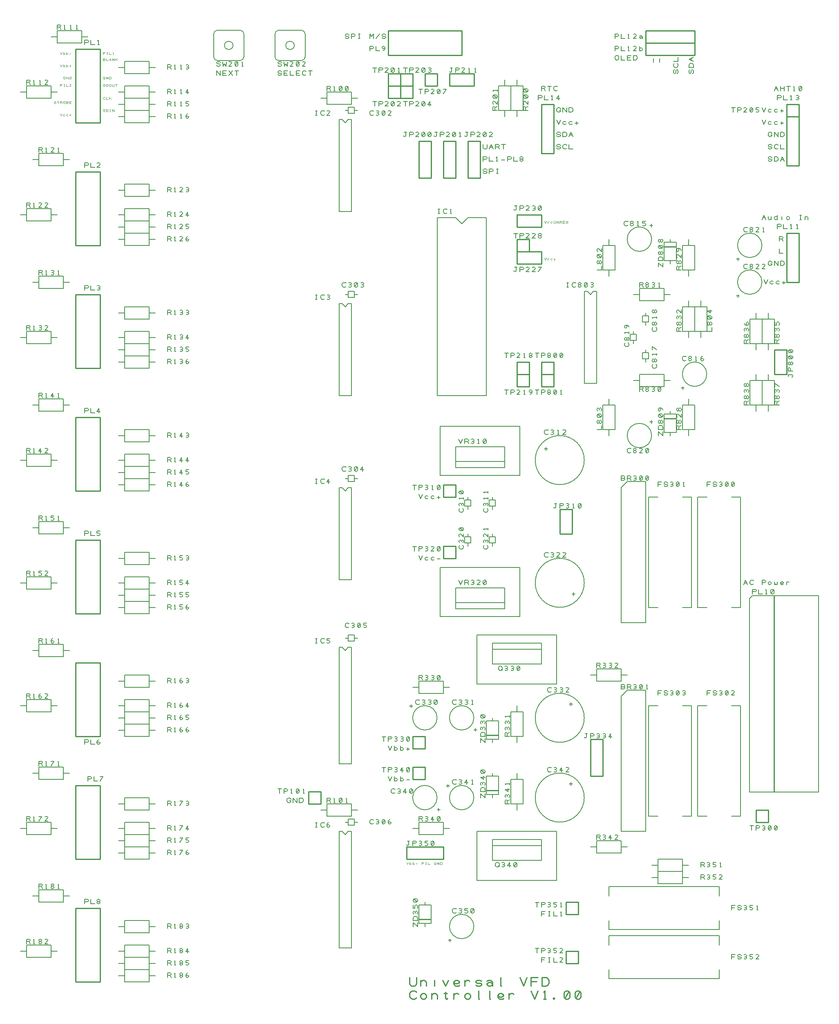
<source format=gbr>
G04 DesignSpark PCB Gerber Version 13.0 Build *
%FSLAX35Y35*%
%MOIN*%
%ADD11C,0.00100*%
%ADD10C,0.00500*%
%ADD13C,0.00700*%
%ADD12C,0.01000*%
X0Y0D02*
D02*
D10*
X20250Y65250D02*
X25250D01*
X20250Y165250D02*
X25250D01*
X20250Y265250D02*
X25250D01*
X20250Y365250D02*
X25250D01*
X20250Y465250D02*
X25250D01*
X20250Y565250D02*
X25250D01*
X20250Y665250D02*
X25250D01*
X20250Y765250D02*
X25250D01*
Y60250D02*
Y70250D01*
X45250D01*
Y60250D01*
X25250D01*
Y71187D02*
Y74937D01*
X27437D01*
X28063Y74625D01*
X28375Y74000D01*
X28063Y73375D01*
X27437Y73063D01*
X25250D01*
X27437D02*
X28375Y71187D01*
X30875D02*
X32125D01*
X31500D02*
Y74937D01*
X30875Y74313D01*
X36187Y73063D02*
X36813D01*
X37437Y73375D01*
X37750Y74000D01*
X37437Y74625D01*
X36813Y74937D01*
X36187D01*
X35563Y74625D01*
X35250Y74000D01*
X35563Y73375D01*
X36187Y73063D01*
X35563Y72750D01*
X35250Y72125D01*
X35563Y71500D01*
X36187Y71187D01*
X36813D01*
X37437Y71500D01*
X37750Y72125D01*
X37437Y72750D01*
X36813Y73063D01*
X42750Y71187D02*
X40250D01*
X42437Y73375D01*
X42750Y74000D01*
X42437Y74625D01*
X41813Y74937D01*
X40875D01*
X40250Y74625D01*
X25250Y160250D02*
Y170250D01*
X45250D01*
Y160250D01*
X25250D01*
Y171187D02*
Y174937D01*
X27437D01*
X28063Y174625D01*
X28375Y174000D01*
X28063Y173375D01*
X27437Y173063D01*
X25250D01*
X27437D02*
X28375Y171187D01*
X30875D02*
X32125D01*
X31500D02*
Y174937D01*
X30875Y174313D01*
X35250Y171187D02*
X37750Y174937D01*
X35250D01*
X42750Y171187D02*
X40250D01*
X42437Y173375D01*
X42750Y174000D01*
X42437Y174625D01*
X41813Y174937D01*
X40875D01*
X40250Y174625D01*
X25250Y260250D02*
Y270250D01*
X45250D01*
Y260250D01*
X25250D01*
Y271187D02*
Y274937D01*
X27437D01*
X28063Y274625D01*
X28375Y274000D01*
X28063Y273375D01*
X27437Y273063D01*
X25250D01*
X27437D02*
X28375Y271187D01*
X30875D02*
X32125D01*
X31500D02*
Y274937D01*
X30875Y274313D01*
X35250Y272125D02*
X35563Y272750D01*
X36187Y273063D01*
X36813D01*
X37437Y272750D01*
X37750Y272125D01*
X37437Y271500D01*
X36813Y271187D01*
X36187D01*
X35563Y271500D01*
X35250Y272125D01*
Y273063D01*
X35563Y274000D01*
X36187Y274625D01*
X36813Y274937D01*
X42750Y271187D02*
X40250D01*
X42437Y273375D01*
X42750Y274000D01*
X42437Y274625D01*
X41813Y274937D01*
X40875D01*
X40250Y274625D01*
X25250Y360250D02*
Y370250D01*
X45250D01*
Y360250D01*
X25250D01*
Y371187D02*
Y374937D01*
X27437D01*
X28063Y374625D01*
X28375Y374000D01*
X28063Y373375D01*
X27437Y373063D01*
X25250D01*
X27437D02*
X28375Y371187D01*
X30875D02*
X32125D01*
X31500D02*
Y374937D01*
X30875Y374313D01*
X35250Y371500D02*
X35875Y371187D01*
X36813D01*
X37437Y371500D01*
X37750Y372125D01*
Y372437D01*
X37437Y373063D01*
X36813Y373375D01*
X35250D01*
Y374937D01*
X37750D01*
X42750Y371187D02*
X40250D01*
X42437Y373375D01*
X42750Y374000D01*
X42437Y374625D01*
X41813Y374937D01*
X40875D01*
X40250Y374625D01*
X25250Y460250D02*
Y470250D01*
X45250D01*
Y460250D01*
X25250D01*
Y471187D02*
Y474937D01*
X27437D01*
X28063Y474625D01*
X28375Y474000D01*
X28063Y473375D01*
X27437Y473063D01*
X25250D01*
X27437D02*
X28375Y471187D01*
X30875D02*
X32125D01*
X31500D02*
Y474937D01*
X30875Y474313D01*
X36813Y471187D02*
Y474937D01*
X35250Y472437D01*
X37750D01*
X42750Y471187D02*
X40250D01*
X42437Y473375D01*
X42750Y474000D01*
X42437Y474625D01*
X41813Y474937D01*
X40875D01*
X40250Y474625D01*
X25250Y560250D02*
Y570250D01*
X45250D01*
Y560250D01*
X25250D01*
Y571187D02*
Y574937D01*
X27437D01*
X28063Y574625D01*
X28375Y574000D01*
X28063Y573375D01*
X27437Y573063D01*
X25250D01*
X27437D02*
X28375Y571187D01*
X30875D02*
X32125D01*
X31500D02*
Y574937D01*
X30875Y574313D01*
X35563Y571500D02*
X36187Y571187D01*
X36813D01*
X37437Y571500D01*
X37750Y572125D01*
X37437Y572750D01*
X36813Y573063D01*
X36187D01*
X36813D02*
X37437Y573375D01*
X37750Y574000D01*
X37437Y574625D01*
X36813Y574937D01*
X36187D01*
X35563Y574625D01*
X42750Y571187D02*
X40250D01*
X42437Y573375D01*
X42750Y574000D01*
X42437Y574625D01*
X41813Y574937D01*
X40875D01*
X40250Y574625D01*
X25250Y660250D02*
Y670250D01*
X45250D01*
Y660250D01*
X25250D01*
Y671187D02*
Y674937D01*
X27437D01*
X28063Y674625D01*
X28375Y674000D01*
X28063Y673375D01*
X27437Y673063D01*
X25250D01*
X27437D02*
X28375Y671187D01*
X30875D02*
X32125D01*
X31500D02*
Y674937D01*
X30875Y674313D01*
X37750Y671187D02*
X35250D01*
X37437Y673375D01*
X37750Y674000D01*
X37437Y674625D01*
X36813Y674937D01*
X35875D01*
X35250Y674625D01*
X42750Y671187D02*
X40250D01*
X42437Y673375D01*
X42750Y674000D01*
X42437Y674625D01*
X41813Y674937D01*
X40875D01*
X40250Y674625D01*
X25250Y760250D02*
Y770250D01*
X45250D01*
Y760250D01*
X25250D01*
Y771187D02*
Y774937D01*
X27437D01*
X28063Y774625D01*
X28375Y774000D01*
X28063Y773375D01*
X27437Y773063D01*
X25250D01*
X27437D02*
X28375Y771187D01*
X30875D02*
X32125D01*
X31500D02*
Y774937D01*
X30875Y774313D01*
X35875Y771187D02*
X37125D01*
X36500D02*
Y774937D01*
X35875Y774313D01*
X42750Y771187D02*
X40250D01*
X42437Y773375D01*
X42750Y774000D01*
X42437Y774625D01*
X41813Y774937D01*
X40875D01*
X40250Y774625D01*
X35250Y110250D02*
X30250D01*
X35250Y116187D02*
Y119937D01*
X37437D01*
X38063Y119625D01*
X38375Y119000D01*
X38063Y118375D01*
X37437Y118063D01*
X35250D01*
X37437D02*
X38375Y116187D01*
X40875D02*
X42125D01*
X41500D02*
Y119937D01*
X40875Y119313D01*
X46187Y118063D02*
X46813D01*
X47437Y118375D01*
X47750Y119000D01*
X47437Y119625D01*
X46813Y119937D01*
X46187D01*
X45563Y119625D01*
X45250Y119000D01*
X45563Y118375D01*
X46187Y118063D01*
X45563Y117750D01*
X45250Y117125D01*
X45563Y116500D01*
X46187Y116187D01*
X46813D01*
X47437Y116500D01*
X47750Y117125D01*
X47437Y117750D01*
X46813Y118063D01*
X50875Y116187D02*
X52125D01*
X51500D02*
Y119937D01*
X50875Y119313D01*
X35250Y210250D02*
X30250D01*
X35250Y216187D02*
Y219937D01*
X37437D01*
X38063Y219625D01*
X38375Y219000D01*
X38063Y218375D01*
X37437Y218063D01*
X35250D01*
X37437D02*
X38375Y216187D01*
X40875D02*
X42125D01*
X41500D02*
Y219937D01*
X40875Y219313D01*
X45250Y216187D02*
X47750Y219937D01*
X45250D01*
X50875Y216187D02*
X52125D01*
X51500D02*
Y219937D01*
X50875Y219313D01*
X35250Y310250D02*
X30250D01*
X35250Y316187D02*
Y319937D01*
X37437D01*
X38063Y319625D01*
X38375Y319000D01*
X38063Y318375D01*
X37437Y318063D01*
X35250D01*
X37437D02*
X38375Y316187D01*
X40875D02*
X42125D01*
X41500D02*
Y319937D01*
X40875Y319313D01*
X45250Y317125D02*
X45563Y317750D01*
X46187Y318063D01*
X46813D01*
X47437Y317750D01*
X47750Y317125D01*
X47437Y316500D01*
X46813Y316187D01*
X46187D01*
X45563Y316500D01*
X45250Y317125D01*
Y318063D01*
X45563Y319000D01*
X46187Y319625D01*
X46813Y319937D01*
X50875Y316187D02*
X52125D01*
X51500D02*
Y319937D01*
X50875Y319313D01*
X35250Y410250D02*
X30250D01*
X35250Y416187D02*
Y419937D01*
X37437D01*
X38063Y419625D01*
X38375Y419000D01*
X38063Y418375D01*
X37437Y418063D01*
X35250D01*
X37437D02*
X38375Y416187D01*
X40875D02*
X42125D01*
X41500D02*
Y419937D01*
X40875Y419313D01*
X45250Y416500D02*
X45875Y416187D01*
X46813D01*
X47437Y416500D01*
X47750Y417125D01*
Y417437D01*
X47437Y418063D01*
X46813Y418375D01*
X45250D01*
Y419937D01*
X47750D01*
X50875Y416187D02*
X52125D01*
X51500D02*
Y419937D01*
X50875Y419313D01*
X35250Y510250D02*
X30250D01*
X35250Y516187D02*
Y519937D01*
X37437D01*
X38063Y519625D01*
X38375Y519000D01*
X38063Y518375D01*
X37437Y518063D01*
X35250D01*
X37437D02*
X38375Y516187D01*
X40875D02*
X42125D01*
X41500D02*
Y519937D01*
X40875Y519313D01*
X46813Y516187D02*
Y519937D01*
X45250Y517437D01*
X47750D01*
X50875Y516187D02*
X52125D01*
X51500D02*
Y519937D01*
X50875Y519313D01*
X35250Y610250D02*
X30250D01*
X35250Y616187D02*
Y619937D01*
X37437D01*
X38063Y619625D01*
X38375Y619000D01*
X38063Y618375D01*
X37437Y618063D01*
X35250D01*
X37437D02*
X38375Y616187D01*
X40875D02*
X42125D01*
X41500D02*
Y619937D01*
X40875Y619313D01*
X45563Y616500D02*
X46187Y616187D01*
X46813D01*
X47437Y616500D01*
X47750Y617125D01*
X47437Y617750D01*
X46813Y618063D01*
X46187D01*
X46813D02*
X47437Y618375D01*
X47750Y619000D01*
X47437Y619625D01*
X46813Y619937D01*
X46187D01*
X45563Y619625D01*
X50875Y616187D02*
X52125D01*
X51500D02*
Y619937D01*
X50875Y619313D01*
X35250Y710250D02*
X30250D01*
X35250Y716187D02*
Y719937D01*
X37437D01*
X38063Y719625D01*
X38375Y719000D01*
X38063Y718375D01*
X37437Y718063D01*
X35250D01*
X37437D02*
X38375Y716187D01*
X40875D02*
X42125D01*
X41500D02*
Y719937D01*
X40875Y719313D01*
X47750Y716187D02*
X45250D01*
X47437Y718375D01*
X47750Y719000D01*
X47437Y719625D01*
X46813Y719937D01*
X45875D01*
X45250Y719625D01*
X50875Y716187D02*
X52125D01*
X51500D02*
Y719937D01*
X50875Y719313D01*
X45250Y65250D02*
X50250D01*
X45250Y165250D02*
X50250D01*
X45250Y265250D02*
X50250D01*
X45250Y365250D02*
X50250D01*
X45250Y465250D02*
X50250D01*
X45250Y565250D02*
X50250D01*
X45250Y665250D02*
X50250D01*
X45250Y765250D02*
X50250D01*
Y810250D02*
X45250D01*
X50250Y816187D02*
Y819937D01*
X52437D01*
X53063Y819625D01*
X53375Y819000D01*
X53063Y818375D01*
X52437Y818063D01*
X50250D01*
X52437D02*
X53375Y816187D01*
X55875D02*
X57125D01*
X56500D02*
Y819937D01*
X55875Y819313D01*
X60875Y816187D02*
X62125D01*
X61500D02*
Y819937D01*
X60875Y819313D01*
X65875Y816187D02*
X67125D01*
X66500D02*
Y819937D01*
X65875Y819313D01*
X55250Y115250D02*
Y105250D01*
X35250D01*
Y115250D01*
X55250D01*
Y215250D02*
Y205250D01*
X35250D01*
Y215250D01*
X55250D01*
Y315250D02*
Y305250D01*
X35250D01*
Y315250D01*
X55250D01*
Y415250D02*
Y405250D01*
X35250D01*
Y415250D01*
X55250D01*
Y515250D02*
Y505250D01*
X35250D01*
Y515250D01*
X55250D01*
Y615250D02*
Y605250D01*
X35250D01*
Y615250D01*
X55250D01*
Y715250D02*
Y705250D01*
X35250D01*
Y715250D01*
X55250D01*
X60250Y110250D02*
X55250D01*
X60250Y210250D02*
X55250D01*
X60250Y310250D02*
X55250D01*
X60250Y410250D02*
X55250D01*
X60250Y510250D02*
X55250D01*
X60250Y610250D02*
X55250D01*
X60250Y710250D02*
X55250D01*
X70250Y815250D02*
Y805250D01*
X50250D01*
Y815250D01*
X70250D01*
X72750Y103687D02*
Y107437D01*
X74937D01*
X75563Y107125D01*
X75875Y106500D01*
X75563Y105875D01*
X74937Y105563D01*
X72750D01*
X77750Y107437D02*
Y103687D01*
X80875D01*
X83687Y105563D02*
X84313D01*
X84937Y105875D01*
X85250Y106500D01*
X84937Y107125D01*
X84313Y107437D01*
X83687D01*
X83063Y107125D01*
X82750Y106500D01*
X83063Y105875D01*
X83687Y105563D01*
X83063Y105250D01*
X82750Y104625D01*
X83063Y104000D01*
X83687Y103687D01*
X84313D01*
X84937Y104000D01*
X85250Y104625D01*
X84937Y105250D01*
X84313Y105563D01*
X72750Y233687D02*
Y237437D01*
X74937D01*
X75563Y237125D01*
X75875Y236500D01*
X75563Y235875D01*
X74937Y235563D01*
X72750D01*
X77750Y237437D02*
Y233687D01*
X80875D01*
X82750Y234625D02*
X83063Y235250D01*
X83687Y235563D01*
X84313D01*
X84937Y235250D01*
X85250Y234625D01*
X84937Y234000D01*
X84313Y233687D01*
X83687D01*
X83063Y234000D01*
X82750Y234625D01*
Y235563D01*
X83063Y236500D01*
X83687Y237125D01*
X84313Y237437D01*
X72750Y403687D02*
Y407437D01*
X74937D01*
X75563Y407125D01*
X75875Y406500D01*
X75563Y405875D01*
X74937Y405563D01*
X72750D01*
X77750Y407437D02*
Y403687D01*
X80875D01*
X82750Y404000D02*
X83375Y403687D01*
X84313D01*
X84937Y404000D01*
X85250Y404625D01*
Y404937D01*
X84937Y405563D01*
X84313Y405875D01*
X82750D01*
Y407437D01*
X85250D01*
X72750Y503687D02*
Y507437D01*
X74937D01*
X75563Y507125D01*
X75875Y506500D01*
X75563Y505875D01*
X74937Y505563D01*
X72750D01*
X77750Y507437D02*
Y503687D01*
X80875D01*
X84313D02*
Y507437D01*
X82750Y504937D01*
X85250D01*
X72750Y603687D02*
Y607437D01*
X74937D01*
X75563Y607125D01*
X75875Y606500D01*
X75563Y605875D01*
X74937Y605563D01*
X72750D01*
X77750Y607437D02*
Y603687D01*
X80875D01*
X83063Y604000D02*
X83687Y603687D01*
X84313D01*
X84937Y604000D01*
X85250Y604625D01*
X84937Y605250D01*
X84313Y605563D01*
X83687D01*
X84313D02*
X84937Y605875D01*
X85250Y606500D01*
X84937Y607125D01*
X84313Y607437D01*
X83687D01*
X83063Y607125D01*
X72750Y703687D02*
Y707437D01*
X74937D01*
X75563Y707125D01*
X75875Y706500D01*
X75563Y705875D01*
X74937Y705563D01*
X72750D01*
X77750Y707437D02*
Y703687D01*
X80875D01*
X85250D02*
X82750D01*
X84937Y705875D01*
X85250Y706500D01*
X84937Y707125D01*
X84313Y707437D01*
X83375D01*
X82750Y707125D01*
X72750Y803687D02*
Y807437D01*
X74937D01*
X75563Y807125D01*
X75875Y806500D01*
X75563Y805875D01*
X74937Y805563D01*
X72750D01*
X77750Y807437D02*
Y803687D01*
X80875D01*
X83375D02*
X84625D01*
X84000D02*
Y807437D01*
X83375Y806813D01*
X75250Y203687D02*
Y207437D01*
X77437D01*
X78063Y207125D01*
X78375Y206500D01*
X78063Y205875D01*
X77437Y205563D01*
X75250D01*
X80250Y207437D02*
Y203687D01*
X83375D01*
X85250D02*
X87750Y207437D01*
X85250D01*
X75250Y810250D02*
X70250D01*
X100250Y45250D02*
X105250D01*
X100250Y65250D02*
X105250D01*
X100250Y85250D02*
X105250D01*
X100250Y145250D02*
X105250D01*
X100250Y165250D02*
X105250D01*
X100250Y185250D02*
X105250D01*
X100250Y245250D02*
X105250D01*
X100250Y265250D02*
X105250D01*
X100250Y285250D02*
X105250D01*
X100250Y345250D02*
X105250D01*
X100250Y365250D02*
X105250D01*
X100250Y385250D02*
X105250D01*
X100250Y445250D02*
X105250D01*
X100250Y465250D02*
X105250D01*
X100250Y485250D02*
X105250D01*
X100250Y545250D02*
X105250D01*
X100250Y565250D02*
X105250D01*
X100250Y585250D02*
X105250D01*
X100250Y645250D02*
X105250D01*
X100250Y665250D02*
X105250D01*
X100250Y685250D02*
X105250D01*
X100250Y745250D02*
X105250D01*
X100250Y765250D02*
X105250D01*
X100250Y785250D02*
X105250D01*
Y40250D02*
Y50250D01*
X125250D01*
Y40250D01*
X105250D01*
Y55250D02*
X100250D01*
X105250Y60250D02*
Y70250D01*
X125250D01*
Y60250D01*
X105250D01*
Y80250D02*
Y90250D01*
X125250D01*
Y80250D01*
X105250D01*
Y140250D02*
Y150250D01*
X125250D01*
Y140250D01*
X105250D01*
Y155250D02*
X100250D01*
X105250Y160250D02*
Y170250D01*
X125250D01*
Y160250D01*
X105250D01*
Y180250D02*
Y190250D01*
X125250D01*
Y180250D01*
X105250D01*
Y240250D02*
Y250250D01*
X125250D01*
Y240250D01*
X105250D01*
Y255250D02*
X100250D01*
X105250Y260250D02*
Y270250D01*
X125250D01*
Y260250D01*
X105250D01*
Y280250D02*
Y290250D01*
X125250D01*
Y280250D01*
X105250D01*
Y340250D02*
Y350250D01*
X125250D01*
Y340250D01*
X105250D01*
Y355250D02*
X100250D01*
X105250Y360250D02*
Y370250D01*
X125250D01*
Y360250D01*
X105250D01*
Y380250D02*
Y390250D01*
X125250D01*
Y380250D01*
X105250D01*
Y440250D02*
Y450250D01*
X125250D01*
Y440250D01*
X105250D01*
Y455250D02*
X100250D01*
X105250Y460250D02*
Y470250D01*
X125250D01*
Y460250D01*
X105250D01*
Y480250D02*
Y490250D01*
X125250D01*
Y480250D01*
X105250D01*
Y540250D02*
Y550250D01*
X125250D01*
Y540250D01*
X105250D01*
Y555250D02*
X100250D01*
X105250Y560250D02*
Y570250D01*
X125250D01*
Y560250D01*
X105250D01*
Y580250D02*
Y590250D01*
X125250D01*
Y580250D01*
X105250D01*
Y640250D02*
Y650250D01*
X125250D01*
Y640250D01*
X105250D01*
Y655250D02*
X100250D01*
X105250Y660250D02*
Y670250D01*
X125250D01*
Y660250D01*
X105250D01*
Y680250D02*
Y690250D01*
X125250D01*
Y680250D01*
X105250D01*
Y740250D02*
Y750250D01*
X125250D01*
Y740250D01*
X105250D01*
Y755250D02*
X100250D01*
X105250Y760250D02*
Y770250D01*
X125250D01*
Y760250D01*
X105250D01*
Y780250D02*
Y790250D01*
X125250D01*
Y780250D01*
X105250D01*
X125250Y45250D02*
X130250D01*
X125250Y60250D02*
Y50250D01*
X105250D01*
Y60250D01*
X125250D01*
Y65250D02*
X130250D01*
X125250Y85250D02*
X130250D01*
X125250Y145250D02*
X130250D01*
X125250Y160250D02*
Y150250D01*
X105250D01*
Y160250D01*
X125250D01*
Y165250D02*
X130250D01*
X125250Y185250D02*
X130250D01*
X125250Y245250D02*
X130250D01*
X125250Y260250D02*
Y250250D01*
X105250D01*
Y260250D01*
X125250D01*
Y265250D02*
X130250D01*
X125250Y285250D02*
X130250D01*
X125250Y345250D02*
X130250D01*
X125250Y360250D02*
Y350250D01*
X105250D01*
Y360250D01*
X125250D01*
Y365250D02*
X130250D01*
X125250Y385250D02*
X130250D01*
X125250Y445250D02*
X130250D01*
X125250Y460250D02*
Y450250D01*
X105250D01*
Y460250D01*
X125250D01*
Y465250D02*
X130250D01*
X125250Y485250D02*
X130250D01*
X125250Y545250D02*
X130250D01*
X125250Y560250D02*
Y550250D01*
X105250D01*
Y560250D01*
X125250D01*
Y565250D02*
X130250D01*
X125250Y585250D02*
X130250D01*
X125250Y645250D02*
X130250D01*
X125250Y660250D02*
Y650250D01*
X105250D01*
Y660250D01*
X125250D01*
Y665250D02*
X130250D01*
X125250Y685250D02*
X130250D01*
X125250Y745250D02*
X130250D01*
X125250Y760250D02*
Y750250D01*
X105250D01*
Y760250D01*
X125250D01*
Y765250D02*
X130250D01*
X125250Y785250D02*
X130250D01*
Y55250D02*
X125250D01*
X130250Y155250D02*
X125250D01*
X130250Y255250D02*
X125250D01*
X130250Y355250D02*
X125250D01*
X130250Y455250D02*
X125250D01*
X130250Y555250D02*
X125250D01*
X130250Y655250D02*
X125250D01*
X130250Y755250D02*
X125250D01*
X140250Y43687D02*
Y47437D01*
X142437D01*
X143063Y47125D01*
X143375Y46500D01*
X143063Y45875D01*
X142437Y45563D01*
X140250D01*
X142437D02*
X143375Y43687D01*
X145875D02*
X147125D01*
X146500D02*
Y47437D01*
X145875Y46813D01*
X151187Y45563D02*
X151813D01*
X152437Y45875D01*
X152750Y46500D01*
X152437Y47125D01*
X151813Y47437D01*
X151187D01*
X150563Y47125D01*
X150250Y46500D01*
X150563Y45875D01*
X151187Y45563D01*
X150563Y45250D01*
X150250Y44625D01*
X150563Y44000D01*
X151187Y43687D01*
X151813D01*
X152437Y44000D01*
X152750Y44625D01*
X152437Y45250D01*
X151813Y45563D01*
X155250Y44625D02*
X155563Y45250D01*
X156187Y45563D01*
X156813D01*
X157437Y45250D01*
X157750Y44625D01*
X157437Y44000D01*
X156813Y43687D01*
X156187D01*
X155563Y44000D01*
X155250Y44625D01*
Y45563D01*
X155563Y46500D01*
X156187Y47125D01*
X156813Y47437D01*
X140250Y53687D02*
Y57437D01*
X142437D01*
X143063Y57125D01*
X143375Y56500D01*
X143063Y55875D01*
X142437Y55563D01*
X140250D01*
X142437D02*
X143375Y53687D01*
X145875D02*
X147125D01*
X146500D02*
Y57437D01*
X145875Y56813D01*
X151187Y55563D02*
X151813D01*
X152437Y55875D01*
X152750Y56500D01*
X152437Y57125D01*
X151813Y57437D01*
X151187D01*
X150563Y57125D01*
X150250Y56500D01*
X150563Y55875D01*
X151187Y55563D01*
X150563Y55250D01*
X150250Y54625D01*
X150563Y54000D01*
X151187Y53687D01*
X151813D01*
X152437Y54000D01*
X152750Y54625D01*
X152437Y55250D01*
X151813Y55563D01*
X155250Y54000D02*
X155875Y53687D01*
X156813D01*
X157437Y54000D01*
X157750Y54625D01*
Y54937D01*
X157437Y55563D01*
X156813Y55875D01*
X155250D01*
Y57437D01*
X157750D01*
X140250Y63687D02*
Y67437D01*
X142437D01*
X143063Y67125D01*
X143375Y66500D01*
X143063Y65875D01*
X142437Y65563D01*
X140250D01*
X142437D02*
X143375Y63687D01*
X145875D02*
X147125D01*
X146500D02*
Y67437D01*
X145875Y66813D01*
X151187Y65563D02*
X151813D01*
X152437Y65875D01*
X152750Y66500D01*
X152437Y67125D01*
X151813Y67437D01*
X151187D01*
X150563Y67125D01*
X150250Y66500D01*
X150563Y65875D01*
X151187Y65563D01*
X150563Y65250D01*
X150250Y64625D01*
X150563Y64000D01*
X151187Y63687D01*
X151813D01*
X152437Y64000D01*
X152750Y64625D01*
X152437Y65250D01*
X151813Y65563D01*
X156813Y63687D02*
Y67437D01*
X155250Y64937D01*
X157750D01*
X140250Y83687D02*
Y87437D01*
X142437D01*
X143063Y87125D01*
X143375Y86500D01*
X143063Y85875D01*
X142437Y85563D01*
X140250D01*
X142437D02*
X143375Y83687D01*
X145875D02*
X147125D01*
X146500D02*
Y87437D01*
X145875Y86813D01*
X151187Y85563D02*
X151813D01*
X152437Y85875D01*
X152750Y86500D01*
X152437Y87125D01*
X151813Y87437D01*
X151187D01*
X150563Y87125D01*
X150250Y86500D01*
X150563Y85875D01*
X151187Y85563D01*
X150563Y85250D01*
X150250Y84625D01*
X150563Y84000D01*
X151187Y83687D01*
X151813D01*
X152437Y84000D01*
X152750Y84625D01*
X152437Y85250D01*
X151813Y85563D01*
X155563Y84000D02*
X156187Y83687D01*
X156813D01*
X157437Y84000D01*
X157750Y84625D01*
X157437Y85250D01*
X156813Y85563D01*
X156187D01*
X156813D02*
X157437Y85875D01*
X157750Y86500D01*
X157437Y87125D01*
X156813Y87437D01*
X156187D01*
X155563Y87125D01*
X140250Y143687D02*
Y147437D01*
X142437D01*
X143063Y147125D01*
X143375Y146500D01*
X143063Y145875D01*
X142437Y145563D01*
X140250D01*
X142437D02*
X143375Y143687D01*
X145875D02*
X147125D01*
X146500D02*
Y147437D01*
X145875Y146813D01*
X150250Y143687D02*
X152750Y147437D01*
X150250D01*
X155250Y144625D02*
X155563Y145250D01*
X156187Y145563D01*
X156813D01*
X157437Y145250D01*
X157750Y144625D01*
X157437Y144000D01*
X156813Y143687D01*
X156187D01*
X155563Y144000D01*
X155250Y144625D01*
Y145563D01*
X155563Y146500D01*
X156187Y147125D01*
X156813Y147437D01*
X140250Y153687D02*
Y157437D01*
X142437D01*
X143063Y157125D01*
X143375Y156500D01*
X143063Y155875D01*
X142437Y155563D01*
X140250D01*
X142437D02*
X143375Y153687D01*
X145875D02*
X147125D01*
X146500D02*
Y157437D01*
X145875Y156813D01*
X150250Y153687D02*
X152750Y157437D01*
X150250D01*
X155250Y154000D02*
X155875Y153687D01*
X156813D01*
X157437Y154000D01*
X157750Y154625D01*
Y154937D01*
X157437Y155563D01*
X156813Y155875D01*
X155250D01*
Y157437D01*
X157750D01*
X140250Y163687D02*
Y167437D01*
X142437D01*
X143063Y167125D01*
X143375Y166500D01*
X143063Y165875D01*
X142437Y165563D01*
X140250D01*
X142437D02*
X143375Y163687D01*
X145875D02*
X147125D01*
X146500D02*
Y167437D01*
X145875Y166813D01*
X150250Y163687D02*
X152750Y167437D01*
X150250D01*
X156813Y163687D02*
Y167437D01*
X155250Y164937D01*
X157750D01*
X140250Y183687D02*
Y187437D01*
X142437D01*
X143063Y187125D01*
X143375Y186500D01*
X143063Y185875D01*
X142437Y185563D01*
X140250D01*
X142437D02*
X143375Y183687D01*
X145875D02*
X147125D01*
X146500D02*
Y187437D01*
X145875Y186813D01*
X150250Y183687D02*
X152750Y187437D01*
X150250D01*
X155563Y184000D02*
X156187Y183687D01*
X156813D01*
X157437Y184000D01*
X157750Y184625D01*
X157437Y185250D01*
X156813Y185563D01*
X156187D01*
X156813D02*
X157437Y185875D01*
X157750Y186500D01*
X157437Y187125D01*
X156813Y187437D01*
X156187D01*
X155563Y187125D01*
X140250Y243687D02*
Y247437D01*
X142437D01*
X143063Y247125D01*
X143375Y246500D01*
X143063Y245875D01*
X142437Y245563D01*
X140250D01*
X142437D02*
X143375Y243687D01*
X145875D02*
X147125D01*
X146500D02*
Y247437D01*
X145875Y246813D01*
X150250Y244625D02*
X150563Y245250D01*
X151187Y245563D01*
X151813D01*
X152437Y245250D01*
X152750Y244625D01*
X152437Y244000D01*
X151813Y243687D01*
X151187D01*
X150563Y244000D01*
X150250Y244625D01*
Y245563D01*
X150563Y246500D01*
X151187Y247125D01*
X151813Y247437D01*
X155250Y244625D02*
X155563Y245250D01*
X156187Y245563D01*
X156813D01*
X157437Y245250D01*
X157750Y244625D01*
X157437Y244000D01*
X156813Y243687D01*
X156187D01*
X155563Y244000D01*
X155250Y244625D01*
Y245563D01*
X155563Y246500D01*
X156187Y247125D01*
X156813Y247437D01*
X140250Y253687D02*
Y257437D01*
X142437D01*
X143063Y257125D01*
X143375Y256500D01*
X143063Y255875D01*
X142437Y255563D01*
X140250D01*
X142437D02*
X143375Y253687D01*
X145875D02*
X147125D01*
X146500D02*
Y257437D01*
X145875Y256813D01*
X150250Y254625D02*
X150563Y255250D01*
X151187Y255563D01*
X151813D01*
X152437Y255250D01*
X152750Y254625D01*
X152437Y254000D01*
X151813Y253687D01*
X151187D01*
X150563Y254000D01*
X150250Y254625D01*
Y255563D01*
X150563Y256500D01*
X151187Y257125D01*
X151813Y257437D01*
X155250Y254000D02*
X155875Y253687D01*
X156813D01*
X157437Y254000D01*
X157750Y254625D01*
Y254937D01*
X157437Y255563D01*
X156813Y255875D01*
X155250D01*
Y257437D01*
X157750D01*
X140250Y263687D02*
Y267437D01*
X142437D01*
X143063Y267125D01*
X143375Y266500D01*
X143063Y265875D01*
X142437Y265563D01*
X140250D01*
X142437D02*
X143375Y263687D01*
X145875D02*
X147125D01*
X146500D02*
Y267437D01*
X145875Y266813D01*
X150250Y264625D02*
X150563Y265250D01*
X151187Y265563D01*
X151813D01*
X152437Y265250D01*
X152750Y264625D01*
X152437Y264000D01*
X151813Y263687D01*
X151187D01*
X150563Y264000D01*
X150250Y264625D01*
Y265563D01*
X150563Y266500D01*
X151187Y267125D01*
X151813Y267437D01*
X156813Y263687D02*
Y267437D01*
X155250Y264937D01*
X157750D01*
X140250Y283687D02*
Y287437D01*
X142437D01*
X143063Y287125D01*
X143375Y286500D01*
X143063Y285875D01*
X142437Y285563D01*
X140250D01*
X142437D02*
X143375Y283687D01*
X145875D02*
X147125D01*
X146500D02*
Y287437D01*
X145875Y286813D01*
X150250Y284625D02*
X150563Y285250D01*
X151187Y285563D01*
X151813D01*
X152437Y285250D01*
X152750Y284625D01*
X152437Y284000D01*
X151813Y283687D01*
X151187D01*
X150563Y284000D01*
X150250Y284625D01*
Y285563D01*
X150563Y286500D01*
X151187Y287125D01*
X151813Y287437D01*
X155563Y284000D02*
X156187Y283687D01*
X156813D01*
X157437Y284000D01*
X157750Y284625D01*
X157437Y285250D01*
X156813Y285563D01*
X156187D01*
X156813D02*
X157437Y285875D01*
X157750Y286500D01*
X157437Y287125D01*
X156813Y287437D01*
X156187D01*
X155563Y287125D01*
X140250Y343687D02*
Y347437D01*
X142437D01*
X143063Y347125D01*
X143375Y346500D01*
X143063Y345875D01*
X142437Y345563D01*
X140250D01*
X142437D02*
X143375Y343687D01*
X145875D02*
X147125D01*
X146500D02*
Y347437D01*
X145875Y346813D01*
X150250Y344000D02*
X150875Y343687D01*
X151813D01*
X152437Y344000D01*
X152750Y344625D01*
Y344937D01*
X152437Y345563D01*
X151813Y345875D01*
X150250D01*
Y347437D01*
X152750D01*
X155250Y344625D02*
X155563Y345250D01*
X156187Y345563D01*
X156813D01*
X157437Y345250D01*
X157750Y344625D01*
X157437Y344000D01*
X156813Y343687D01*
X156187D01*
X155563Y344000D01*
X155250Y344625D01*
Y345563D01*
X155563Y346500D01*
X156187Y347125D01*
X156813Y347437D01*
X140250Y353687D02*
Y357437D01*
X142437D01*
X143063Y357125D01*
X143375Y356500D01*
X143063Y355875D01*
X142437Y355563D01*
X140250D01*
X142437D02*
X143375Y353687D01*
X145875D02*
X147125D01*
X146500D02*
Y357437D01*
X145875Y356813D01*
X150250Y354000D02*
X150875Y353687D01*
X151813D01*
X152437Y354000D01*
X152750Y354625D01*
Y354937D01*
X152437Y355563D01*
X151813Y355875D01*
X150250D01*
Y357437D01*
X152750D01*
X155250Y354000D02*
X155875Y353687D01*
X156813D01*
X157437Y354000D01*
X157750Y354625D01*
Y354937D01*
X157437Y355563D01*
X156813Y355875D01*
X155250D01*
Y357437D01*
X157750D01*
X140250Y363687D02*
Y367437D01*
X142437D01*
X143063Y367125D01*
X143375Y366500D01*
X143063Y365875D01*
X142437Y365563D01*
X140250D01*
X142437D02*
X143375Y363687D01*
X145875D02*
X147125D01*
X146500D02*
Y367437D01*
X145875Y366813D01*
X150250Y364000D02*
X150875Y363687D01*
X151813D01*
X152437Y364000D01*
X152750Y364625D01*
Y364937D01*
X152437Y365563D01*
X151813Y365875D01*
X150250D01*
Y367437D01*
X152750D01*
X156813Y363687D02*
Y367437D01*
X155250Y364937D01*
X157750D01*
X140250Y383687D02*
Y387437D01*
X142437D01*
X143063Y387125D01*
X143375Y386500D01*
X143063Y385875D01*
X142437Y385563D01*
X140250D01*
X142437D02*
X143375Y383687D01*
X145875D02*
X147125D01*
X146500D02*
Y387437D01*
X145875Y386813D01*
X150250Y384000D02*
X150875Y383687D01*
X151813D01*
X152437Y384000D01*
X152750Y384625D01*
Y384937D01*
X152437Y385563D01*
X151813Y385875D01*
X150250D01*
Y387437D01*
X152750D01*
X155563Y384000D02*
X156187Y383687D01*
X156813D01*
X157437Y384000D01*
X157750Y384625D01*
X157437Y385250D01*
X156813Y385563D01*
X156187D01*
X156813D02*
X157437Y385875D01*
X157750Y386500D01*
X157437Y387125D01*
X156813Y387437D01*
X156187D01*
X155563Y387125D01*
X140250Y443687D02*
Y447437D01*
X142437D01*
X143063Y447125D01*
X143375Y446500D01*
X143063Y445875D01*
X142437Y445563D01*
X140250D01*
X142437D02*
X143375Y443687D01*
X145875D02*
X147125D01*
X146500D02*
Y447437D01*
X145875Y446813D01*
X151813Y443687D02*
Y447437D01*
X150250Y444937D01*
X152750D01*
X155250Y444625D02*
X155563Y445250D01*
X156187Y445563D01*
X156813D01*
X157437Y445250D01*
X157750Y444625D01*
X157437Y444000D01*
X156813Y443687D01*
X156187D01*
X155563Y444000D01*
X155250Y444625D01*
Y445563D01*
X155563Y446500D01*
X156187Y447125D01*
X156813Y447437D01*
X140250Y453687D02*
Y457437D01*
X142437D01*
X143063Y457125D01*
X143375Y456500D01*
X143063Y455875D01*
X142437Y455563D01*
X140250D01*
X142437D02*
X143375Y453687D01*
X145875D02*
X147125D01*
X146500D02*
Y457437D01*
X145875Y456813D01*
X151813Y453687D02*
Y457437D01*
X150250Y454937D01*
X152750D01*
X155250Y454000D02*
X155875Y453687D01*
X156813D01*
X157437Y454000D01*
X157750Y454625D01*
Y454937D01*
X157437Y455563D01*
X156813Y455875D01*
X155250D01*
Y457437D01*
X157750D01*
X140250Y463687D02*
Y467437D01*
X142437D01*
X143063Y467125D01*
X143375Y466500D01*
X143063Y465875D01*
X142437Y465563D01*
X140250D01*
X142437D02*
X143375Y463687D01*
X145875D02*
X147125D01*
X146500D02*
Y467437D01*
X145875Y466813D01*
X151813Y463687D02*
Y467437D01*
X150250Y464937D01*
X152750D01*
X156813Y463687D02*
Y467437D01*
X155250Y464937D01*
X157750D01*
X140250Y483687D02*
Y487437D01*
X142437D01*
X143063Y487125D01*
X143375Y486500D01*
X143063Y485875D01*
X142437Y485563D01*
X140250D01*
X142437D02*
X143375Y483687D01*
X145875D02*
X147125D01*
X146500D02*
Y487437D01*
X145875Y486813D01*
X151813Y483687D02*
Y487437D01*
X150250Y484937D01*
X152750D01*
X155563Y484000D02*
X156187Y483687D01*
X156813D01*
X157437Y484000D01*
X157750Y484625D01*
X157437Y485250D01*
X156813Y485563D01*
X156187D01*
X156813D02*
X157437Y485875D01*
X157750Y486500D01*
X157437Y487125D01*
X156813Y487437D01*
X156187D01*
X155563Y487125D01*
X140250Y543687D02*
Y547437D01*
X142437D01*
X143063Y547125D01*
X143375Y546500D01*
X143063Y545875D01*
X142437Y545563D01*
X140250D01*
X142437D02*
X143375Y543687D01*
X145875D02*
X147125D01*
X146500D02*
Y547437D01*
X145875Y546813D01*
X150563Y544000D02*
X151187Y543687D01*
X151813D01*
X152437Y544000D01*
X152750Y544625D01*
X152437Y545250D01*
X151813Y545563D01*
X151187D01*
X151813D02*
X152437Y545875D01*
X152750Y546500D01*
X152437Y547125D01*
X151813Y547437D01*
X151187D01*
X150563Y547125D01*
X155250Y544625D02*
X155563Y545250D01*
X156187Y545563D01*
X156813D01*
X157437Y545250D01*
X157750Y544625D01*
X157437Y544000D01*
X156813Y543687D01*
X156187D01*
X155563Y544000D01*
X155250Y544625D01*
Y545563D01*
X155563Y546500D01*
X156187Y547125D01*
X156813Y547437D01*
X140250Y553687D02*
Y557437D01*
X142437D01*
X143063Y557125D01*
X143375Y556500D01*
X143063Y555875D01*
X142437Y555563D01*
X140250D01*
X142437D02*
X143375Y553687D01*
X145875D02*
X147125D01*
X146500D02*
Y557437D01*
X145875Y556813D01*
X150563Y554000D02*
X151187Y553687D01*
X151813D01*
X152437Y554000D01*
X152750Y554625D01*
X152437Y555250D01*
X151813Y555563D01*
X151187D01*
X151813D02*
X152437Y555875D01*
X152750Y556500D01*
X152437Y557125D01*
X151813Y557437D01*
X151187D01*
X150563Y557125D01*
X155250Y554000D02*
X155875Y553687D01*
X156813D01*
X157437Y554000D01*
X157750Y554625D01*
Y554937D01*
X157437Y555563D01*
X156813Y555875D01*
X155250D01*
Y557437D01*
X157750D01*
X140250Y563687D02*
Y567437D01*
X142437D01*
X143063Y567125D01*
X143375Y566500D01*
X143063Y565875D01*
X142437Y565563D01*
X140250D01*
X142437D02*
X143375Y563687D01*
X145875D02*
X147125D01*
X146500D02*
Y567437D01*
X145875Y566813D01*
X150563Y564000D02*
X151187Y563687D01*
X151813D01*
X152437Y564000D01*
X152750Y564625D01*
X152437Y565250D01*
X151813Y565563D01*
X151187D01*
X151813D02*
X152437Y565875D01*
X152750Y566500D01*
X152437Y567125D01*
X151813Y567437D01*
X151187D01*
X150563Y567125D01*
X156813Y563687D02*
Y567437D01*
X155250Y564937D01*
X157750D01*
X140250Y583687D02*
Y587437D01*
X142437D01*
X143063Y587125D01*
X143375Y586500D01*
X143063Y585875D01*
X142437Y585563D01*
X140250D01*
X142437D02*
X143375Y583687D01*
X145875D02*
X147125D01*
X146500D02*
Y587437D01*
X145875Y586813D01*
X150563Y584000D02*
X151187Y583687D01*
X151813D01*
X152437Y584000D01*
X152750Y584625D01*
X152437Y585250D01*
X151813Y585563D01*
X151187D01*
X151813D02*
X152437Y585875D01*
X152750Y586500D01*
X152437Y587125D01*
X151813Y587437D01*
X151187D01*
X150563Y587125D01*
X155563Y584000D02*
X156187Y583687D01*
X156813D01*
X157437Y584000D01*
X157750Y584625D01*
X157437Y585250D01*
X156813Y585563D01*
X156187D01*
X156813D02*
X157437Y585875D01*
X157750Y586500D01*
X157437Y587125D01*
X156813Y587437D01*
X156187D01*
X155563Y587125D01*
X140250Y643687D02*
Y647437D01*
X142437D01*
X143063Y647125D01*
X143375Y646500D01*
X143063Y645875D01*
X142437Y645563D01*
X140250D01*
X142437D02*
X143375Y643687D01*
X145875D02*
X147125D01*
X146500D02*
Y647437D01*
X145875Y646813D01*
X152750Y643687D02*
X150250D01*
X152437Y645875D01*
X152750Y646500D01*
X152437Y647125D01*
X151813Y647437D01*
X150875D01*
X150250Y647125D01*
X155250Y644625D02*
X155563Y645250D01*
X156187Y645563D01*
X156813D01*
X157437Y645250D01*
X157750Y644625D01*
X157437Y644000D01*
X156813Y643687D01*
X156187D01*
X155563Y644000D01*
X155250Y644625D01*
Y645563D01*
X155563Y646500D01*
X156187Y647125D01*
X156813Y647437D01*
X140250Y653687D02*
Y657437D01*
X142437D01*
X143063Y657125D01*
X143375Y656500D01*
X143063Y655875D01*
X142437Y655563D01*
X140250D01*
X142437D02*
X143375Y653687D01*
X145875D02*
X147125D01*
X146500D02*
Y657437D01*
X145875Y656813D01*
X152750Y653687D02*
X150250D01*
X152437Y655875D01*
X152750Y656500D01*
X152437Y657125D01*
X151813Y657437D01*
X150875D01*
X150250Y657125D01*
X155250Y654000D02*
X155875Y653687D01*
X156813D01*
X157437Y654000D01*
X157750Y654625D01*
Y654937D01*
X157437Y655563D01*
X156813Y655875D01*
X155250D01*
Y657437D01*
X157750D01*
X140250Y663687D02*
Y667437D01*
X142437D01*
X143063Y667125D01*
X143375Y666500D01*
X143063Y665875D01*
X142437Y665563D01*
X140250D01*
X142437D02*
X143375Y663687D01*
X145875D02*
X147125D01*
X146500D02*
Y667437D01*
X145875Y666813D01*
X152750Y663687D02*
X150250D01*
X152437Y665875D01*
X152750Y666500D01*
X152437Y667125D01*
X151813Y667437D01*
X150875D01*
X150250Y667125D01*
X156813Y663687D02*
Y667437D01*
X155250Y664937D01*
X157750D01*
X140250Y683687D02*
Y687437D01*
X142437D01*
X143063Y687125D01*
X143375Y686500D01*
X143063Y685875D01*
X142437Y685563D01*
X140250D01*
X142437D02*
X143375Y683687D01*
X145875D02*
X147125D01*
X146500D02*
Y687437D01*
X145875Y686813D01*
X152750Y683687D02*
X150250D01*
X152437Y685875D01*
X152750Y686500D01*
X152437Y687125D01*
X151813Y687437D01*
X150875D01*
X150250Y687125D01*
X155563Y684000D02*
X156187Y683687D01*
X156813D01*
X157437Y684000D01*
X157750Y684625D01*
X157437Y685250D01*
X156813Y685563D01*
X156187D01*
X156813D02*
X157437Y685875D01*
X157750Y686500D01*
X157437Y687125D01*
X156813Y687437D01*
X156187D01*
X155563Y687125D01*
X140250Y743687D02*
Y747437D01*
X142437D01*
X143063Y747125D01*
X143375Y746500D01*
X143063Y745875D01*
X142437Y745563D01*
X140250D01*
X142437D02*
X143375Y743687D01*
X145875D02*
X147125D01*
X146500D02*
Y747437D01*
X145875Y746813D01*
X150875Y743687D02*
X152125D01*
X151500D02*
Y747437D01*
X150875Y746813D01*
X155250Y744625D02*
X155563Y745250D01*
X156187Y745563D01*
X156813D01*
X157437Y745250D01*
X157750Y744625D01*
X157437Y744000D01*
X156813Y743687D01*
X156187D01*
X155563Y744000D01*
X155250Y744625D01*
Y745563D01*
X155563Y746500D01*
X156187Y747125D01*
X156813Y747437D01*
X140250Y753687D02*
Y757437D01*
X142437D01*
X143063Y757125D01*
X143375Y756500D01*
X143063Y755875D01*
X142437Y755563D01*
X140250D01*
X142437D02*
X143375Y753687D01*
X145875D02*
X147125D01*
X146500D02*
Y757437D01*
X145875Y756813D01*
X150875Y753687D02*
X152125D01*
X151500D02*
Y757437D01*
X150875Y756813D01*
X155250Y754000D02*
X155875Y753687D01*
X156813D01*
X157437Y754000D01*
X157750Y754625D01*
Y754937D01*
X157437Y755563D01*
X156813Y755875D01*
X155250D01*
Y757437D01*
X157750D01*
X140250Y763687D02*
Y767437D01*
X142437D01*
X143063Y767125D01*
X143375Y766500D01*
X143063Y765875D01*
X142437Y765563D01*
X140250D01*
X142437D02*
X143375Y763687D01*
X145875D02*
X147125D01*
X146500D02*
Y767437D01*
X145875Y766813D01*
X150875Y763687D02*
X152125D01*
X151500D02*
Y767437D01*
X150875Y766813D01*
X156813Y763687D02*
Y767437D01*
X155250Y764937D01*
X157750D01*
X140250Y783687D02*
Y787437D01*
X142437D01*
X143063Y787125D01*
X143375Y786500D01*
X143063Y785875D01*
X142437Y785563D01*
X140250D01*
X142437D02*
X143375Y783687D01*
X145875D02*
X147125D01*
X146500D02*
Y787437D01*
X145875Y786813D01*
X150875Y783687D02*
X152125D01*
X151500D02*
Y787437D01*
X150875Y786813D01*
X155563Y784000D02*
X156187Y783687D01*
X156813D01*
X157437Y784000D01*
X157750Y784625D01*
X157437Y785250D01*
X156813Y785563D01*
X156187D01*
X156813D02*
X157437Y785875D01*
X157750Y786500D01*
X157437Y787125D01*
X156813Y787437D01*
X156187D01*
X155563Y787125D01*
X180250Y778687D02*
Y782437D01*
X183375Y778687D01*
Y782437D01*
X185250Y778687D02*
Y782437D01*
X188375D01*
X187750Y780563D02*
X185250D01*
Y778687D02*
X188375D01*
X190250D02*
X193375Y782437D01*
X190250D02*
X193375Y778687D01*
X196813D02*
Y782437D01*
X195250D02*
X198375D01*
X180250Y787125D02*
X180563Y786500D01*
X181187Y786187D01*
X182437D01*
X183063Y786500D01*
X183375Y787125D01*
X183063Y787750D01*
X182437Y788063D01*
X181187D01*
X180563Y788375D01*
X180250Y789000D01*
X180563Y789625D01*
X181187Y789937D01*
X182437D01*
X183063Y789625D01*
X183375Y789000D01*
X185250Y789937D02*
X185563Y786187D01*
X186813Y788063D01*
X188063Y786187D01*
X188375Y789937D01*
X192750Y786187D02*
X190250D01*
X192437Y788375D01*
X192750Y789000D01*
X192437Y789625D01*
X191813Y789937D01*
X190875D01*
X190250Y789625D01*
X195563Y786500D02*
X196187Y786187D01*
X196813D01*
X197437Y786500D01*
X197750Y787125D01*
Y789000D01*
X197437Y789625D01*
X196813Y789937D01*
X196187D01*
X195563Y789625D01*
X195250Y789000D01*
Y787125D01*
X195563Y786500D01*
X197437Y789625D01*
X200875Y786187D02*
X202125D01*
X201500D02*
Y789937D01*
X200875Y789313D01*
X186825Y803124D02*
G75*
G03*
X193715I3445J0D01*
G01*
G75*
G03*
X186825I-3445J0D01*
G01*
X202553Y793774D02*
Y812474D01*
G75*
G03*
X199600Y815427I-2953J0D01*
G01*
X180900D01*
G75*
G03*
X177947Y812474I0J-2953D01*
G01*
Y793774D01*
G75*
G03*
X180900Y790821I2953J0D01*
G01*
X199600D01*
G75*
G03*
X202553Y793774I0J2953D01*
G01*
X231813Y193687D02*
Y197437D01*
X230250D02*
X233375D01*
X235250Y193687D02*
Y197437D01*
X237437D01*
X238063Y197125D01*
X238375Y196500D01*
X238063Y195875D01*
X237437Y195563D01*
X235250D01*
X240875Y193687D02*
X242125D01*
X241500D02*
Y197437D01*
X240875Y196813D01*
X245563Y194000D02*
X246187Y193687D01*
X246813D01*
X247437Y194000D01*
X247750Y194625D01*
Y196500D01*
X247437Y197125D01*
X246813Y197437D01*
X246187D01*
X245563Y197125D01*
X245250Y196500D01*
Y194625D01*
X245563Y194000D01*
X247437Y197125D01*
X250875Y193687D02*
X252125D01*
X251500D02*
Y197437D01*
X250875Y196813D01*
X230250Y779625D02*
X230563Y779000D01*
X231187Y778687D01*
X232437D01*
X233063Y779000D01*
X233375Y779625D01*
X233063Y780250D01*
X232437Y780563D01*
X231187D01*
X230563Y780875D01*
X230250Y781500D01*
X230563Y782125D01*
X231187Y782437D01*
X232437D01*
X233063Y782125D01*
X233375Y781500D01*
X235250Y778687D02*
Y782437D01*
X238375D01*
X237750Y780563D02*
X235250D01*
Y778687D02*
X238375D01*
X240250Y782437D02*
Y778687D01*
X243375D01*
X245250D02*
Y782437D01*
X248375D01*
X247750Y780563D02*
X245250D01*
Y778687D02*
X248375D01*
X253375Y779313D02*
X253063Y779000D01*
X252437Y778687D01*
X251500D01*
X250875Y779000D01*
X250563Y779313D01*
X250250Y779937D01*
Y781187D01*
X250563Y781813D01*
X250875Y782125D01*
X251500Y782437D01*
X252437D01*
X253063Y782125D01*
X253375Y781813D01*
X256813Y778687D02*
Y782437D01*
X255250D02*
X258375D01*
X230250Y787125D02*
X230563Y786500D01*
X231187Y786187D01*
X232437D01*
X233063Y786500D01*
X233375Y787125D01*
X233063Y787750D01*
X232437Y788063D01*
X231187D01*
X230563Y788375D01*
X230250Y789000D01*
X230563Y789625D01*
X231187Y789937D01*
X232437D01*
X233063Y789625D01*
X233375Y789000D01*
X235250Y789937D02*
X235563Y786187D01*
X236813Y788063D01*
X238063Y786187D01*
X238375Y789937D01*
X242750Y786187D02*
X240250D01*
X242437Y788375D01*
X242750Y789000D01*
X242437Y789625D01*
X241813Y789937D01*
X240875D01*
X240250Y789625D01*
X245563Y786500D02*
X246187Y786187D01*
X246813D01*
X247437Y786500D01*
X247750Y787125D01*
Y789000D01*
X247437Y789625D01*
X246813Y789937D01*
X246187D01*
X245563Y789625D01*
X245250Y789000D01*
Y787125D01*
X245563Y786500D01*
X247437Y789625D01*
X252750Y786187D02*
X250250D01*
X252437Y788375D01*
X252750Y789000D01*
X252437Y789625D01*
X251813Y789937D01*
X250875D01*
X250250Y789625D01*
X236825Y803124D02*
G75*
G03*
X243715I3445J0D01*
G01*
G75*
G03*
X236825I-3445J0D01*
G01*
X239937Y187750D02*
X240875D01*
Y187437D01*
X240563Y186813D01*
X240250Y186500D01*
X239625Y186187D01*
X239000D01*
X238375Y186500D01*
X238063Y186813D01*
X237750Y187437D01*
Y188687D01*
X238063Y189313D01*
X238375Y189625D01*
X239000Y189937D01*
X239625D01*
X240250Y189625D01*
X240563Y189313D01*
X240875Y188687D01*
X242750Y186187D02*
Y189937D01*
X245875Y186187D01*
Y189937D01*
X247750Y186187D02*
Y189937D01*
X249625D01*
X250250Y189625D01*
X250563Y189313D01*
X250875Y188687D01*
Y187437D01*
X250563Y186813D01*
X250250Y186500D01*
X249625Y186187D01*
X247750D01*
X252553Y793774D02*
Y812474D01*
G75*
G03*
X249600Y815427I-2953J0D01*
G01*
X230900D01*
G75*
G03*
X227947Y812474I0J-2953D01*
G01*
Y793774D01*
G75*
G03*
X230900Y790821I2953J0D01*
G01*
X249600D01*
G75*
G03*
X252553Y793774I0J2953D01*
G01*
X261187Y166187D02*
X262437D01*
X261813D02*
Y169937D01*
X261187D02*
X262437D01*
X268375Y166813D02*
X268063Y166500D01*
X267437Y166187D01*
X266500D01*
X265875Y166500D01*
X265563Y166813D01*
X265250Y167437D01*
Y168687D01*
X265563Y169313D01*
X265875Y169625D01*
X266500Y169937D01*
X267437D01*
X268063Y169625D01*
X268375Y169313D01*
X270250Y167125D02*
X270563Y167750D01*
X271187Y168063D01*
X271813D01*
X272437Y167750D01*
X272750Y167125D01*
X272437Y166500D01*
X271813Y166187D01*
X271187D01*
X270563Y166500D01*
X270250Y167125D01*
Y168063D01*
X270563Y169000D01*
X271187Y169625D01*
X271813Y169937D01*
X261187Y316187D02*
X262437D01*
X261813D02*
Y319937D01*
X261187D02*
X262437D01*
X268375Y316813D02*
X268063Y316500D01*
X267437Y316187D01*
X266500D01*
X265875Y316500D01*
X265563Y316813D01*
X265250Y317437D01*
Y318687D01*
X265563Y319313D01*
X265875Y319625D01*
X266500Y319937D01*
X267437D01*
X268063Y319625D01*
X268375Y319313D01*
X270250Y316500D02*
X270875Y316187D01*
X271813D01*
X272437Y316500D01*
X272750Y317125D01*
Y317437D01*
X272437Y318063D01*
X271813Y318375D01*
X270250D01*
Y319937D01*
X272750D01*
X261187Y446187D02*
X262437D01*
X261813D02*
Y449937D01*
X261187D02*
X262437D01*
X268375Y446813D02*
X268063Y446500D01*
X267437Y446187D01*
X266500D01*
X265875Y446500D01*
X265563Y446813D01*
X265250Y447437D01*
Y448687D01*
X265563Y449313D01*
X265875Y449625D01*
X266500Y449937D01*
X267437D01*
X268063Y449625D01*
X268375Y449313D01*
X271813Y446187D02*
Y449937D01*
X270250Y447437D01*
X272750D01*
X261187Y596187D02*
X262437D01*
X261813D02*
Y599937D01*
X261187D02*
X262437D01*
X268375Y596813D02*
X268063Y596500D01*
X267437Y596187D01*
X266500D01*
X265875Y596500D01*
X265563Y596813D01*
X265250Y597437D01*
Y598687D01*
X265563Y599313D01*
X265875Y599625D01*
X266500Y599937D01*
X267437D01*
X268063Y599625D01*
X268375Y599313D01*
X270563Y596500D02*
X271187Y596187D01*
X271813D01*
X272437Y596500D01*
X272750Y597125D01*
X272437Y597750D01*
X271813Y598063D01*
X271187D01*
X271813D02*
X272437Y598375D01*
X272750Y599000D01*
X272437Y599625D01*
X271813Y599937D01*
X271187D01*
X270563Y599625D01*
X261187Y746187D02*
X262437D01*
X261813D02*
Y749937D01*
X261187D02*
X262437D01*
X268375Y746813D02*
X268063Y746500D01*
X267437Y746187D01*
X266500D01*
X265875Y746500D01*
X265563Y746813D01*
X265250Y747437D01*
Y748687D01*
X265563Y749313D01*
X265875Y749625D01*
X266500Y749937D01*
X267437D01*
X268063Y749625D01*
X268375Y749313D01*
X272750Y746187D02*
X270250D01*
X272437Y748375D01*
X272750Y749000D01*
X272437Y749625D01*
X271813Y749937D01*
X270875D01*
X270250Y749625D01*
Y180250D02*
X265250D01*
X270250Y186187D02*
Y189937D01*
X272437D01*
X273063Y189625D01*
X273375Y189000D01*
X273063Y188375D01*
X272437Y188063D01*
X270250D01*
X272437D02*
X273375Y186187D01*
X275875D02*
X277125D01*
X276500D02*
Y189937D01*
X275875Y189313D01*
X280563Y186500D02*
X281187Y186187D01*
X281813D01*
X282437Y186500D01*
X282750Y187125D01*
Y189000D01*
X282437Y189625D01*
X281813Y189937D01*
X281187D01*
X280563Y189625D01*
X280250Y189000D01*
Y187125D01*
X280563Y186500D01*
X282437Y189625D01*
X285875Y186187D02*
X287125D01*
X286500D02*
Y189937D01*
X285875Y189313D01*
X270250Y760250D02*
X265250D01*
X270250Y766187D02*
Y769937D01*
X272437D01*
X273063Y769625D01*
X273375Y769000D01*
X273063Y768375D01*
X272437Y768063D01*
X270250D01*
X272437D02*
X273375Y766187D01*
X275875D02*
X277125D01*
X276500D02*
Y769937D01*
X275875Y769313D01*
X280563Y766500D02*
X281187Y766187D01*
X281813D01*
X282437Y766500D01*
X282750Y767125D01*
Y769000D01*
X282437Y769625D01*
X281813Y769937D01*
X281187D01*
X280563Y769625D01*
X280250Y769000D01*
Y767125D01*
X280563Y766500D01*
X282437Y769625D01*
X285563Y766500D02*
X286187Y766187D01*
X286813D01*
X287437Y766500D01*
X287750Y767125D01*
Y769000D01*
X287437Y769625D01*
X286813Y769937D01*
X286187D01*
X285563Y769625D01*
X285250Y769000D01*
Y767125D01*
X285563Y766500D01*
X287437Y769625D01*
X280250Y67750D02*
Y162750D01*
X282750D01*
X285250Y160250D01*
X287750Y162750D01*
X290250D01*
Y67750D01*
X280250D01*
Y217750D02*
Y312750D01*
X282750D01*
X285250Y310250D01*
X287750Y312750D01*
X290250D01*
Y217750D01*
X280250D01*
Y367750D02*
Y442750D01*
X282750D01*
X285250Y440250D01*
X287750Y442750D01*
X290250D01*
Y367750D01*
X280250D01*
Y517750D02*
Y592750D01*
X282750D01*
X285250Y590250D01*
X287750Y592750D01*
X290250D01*
Y517750D01*
X280250D01*
Y667750D02*
Y742750D01*
X282750D01*
X285250Y740250D01*
X287750Y742750D01*
X290250D01*
Y667750D01*
X280250D01*
X285875Y456813D02*
X285563Y456500D01*
X284937Y456187D01*
X284000D01*
X283375Y456500D01*
X283063Y456813D01*
X282750Y457437D01*
Y458687D01*
X283063Y459313D01*
X283375Y459625D01*
X284000Y459937D01*
X284937D01*
X285563Y459625D01*
X285875Y459313D01*
X288063Y456500D02*
X288687Y456187D01*
X289313D01*
X289937Y456500D01*
X290250Y457125D01*
X289937Y457750D01*
X289313Y458063D01*
X288687D01*
X289313D02*
X289937Y458375D01*
X290250Y459000D01*
X289937Y459625D01*
X289313Y459937D01*
X288687D01*
X288063Y459625D01*
X293063Y456500D02*
X293687Y456187D01*
X294313D01*
X294937Y456500D01*
X295250Y457125D01*
Y459000D01*
X294937Y459625D01*
X294313Y459937D01*
X293687D01*
X293063Y459625D01*
X292750Y459000D01*
Y457125D01*
X293063Y456500D01*
X294937Y459625D01*
X299313Y456187D02*
Y459937D01*
X297750Y457437D01*
X300250D01*
X285875Y606813D02*
X285563Y606500D01*
X284937Y606187D01*
X284000D01*
X283375Y606500D01*
X283063Y606813D01*
X282750Y607437D01*
Y608687D01*
X283063Y609313D01*
X283375Y609625D01*
X284000Y609937D01*
X284937D01*
X285563Y609625D01*
X285875Y609313D01*
X288063Y606500D02*
X288687Y606187D01*
X289313D01*
X289937Y606500D01*
X290250Y607125D01*
X289937Y607750D01*
X289313Y608063D01*
X288687D01*
X289313D02*
X289937Y608375D01*
X290250Y609000D01*
X289937Y609625D01*
X289313Y609937D01*
X288687D01*
X288063Y609625D01*
X293063Y606500D02*
X293687Y606187D01*
X294313D01*
X294937Y606500D01*
X295250Y607125D01*
Y609000D01*
X294937Y609625D01*
X294313Y609937D01*
X293687D01*
X293063Y609625D01*
X292750Y609000D01*
Y607125D01*
X293063Y606500D01*
X294937Y609625D01*
X298063Y606500D02*
X298687Y606187D01*
X299313D01*
X299937Y606500D01*
X300250Y607125D01*
X299937Y607750D01*
X299313Y608063D01*
X298687D01*
X299313D02*
X299937Y608375D01*
X300250Y609000D01*
X299937Y609625D01*
X299313Y609937D01*
X298687D01*
X298063Y609625D01*
X288375Y329313D02*
X288063Y329000D01*
X287437Y328687D01*
X286500D01*
X285875Y329000D01*
X285563Y329313D01*
X285250Y329937D01*
Y331187D01*
X285563Y331813D01*
X285875Y332125D01*
X286500Y332437D01*
X287437D01*
X288063Y332125D01*
X288375Y331813D01*
X290563Y329000D02*
X291187Y328687D01*
X291813D01*
X292437Y329000D01*
X292750Y329625D01*
X292437Y330250D01*
X291813Y330563D01*
X291187D01*
X291813D02*
X292437Y330875D01*
X292750Y331500D01*
X292437Y332125D01*
X291813Y332437D01*
X291187D01*
X290563Y332125D01*
X295563Y329000D02*
X296187Y328687D01*
X296813D01*
X297437Y329000D01*
X297750Y329625D01*
Y331500D01*
X297437Y332125D01*
X296813Y332437D01*
X296187D01*
X295563Y332125D01*
X295250Y331500D01*
Y329625D01*
X295563Y329000D01*
X297437Y332125D01*
X300250Y329000D02*
X300875Y328687D01*
X301813D01*
X302437Y329000D01*
X302750Y329625D01*
Y329937D01*
X302437Y330563D01*
X301813Y330875D01*
X300250D01*
Y332437D01*
X302750D01*
X285250Y809625D02*
X285563Y809000D01*
X286187Y808687D01*
X287437D01*
X288063Y809000D01*
X288375Y809625D01*
X288063Y810250D01*
X287437Y810563D01*
X286187D01*
X285563Y810875D01*
X285250Y811500D01*
X285563Y812125D01*
X286187Y812437D01*
X287437D01*
X288063Y812125D01*
X288375Y811500D01*
X290250Y808687D02*
Y812437D01*
X292437D01*
X293063Y812125D01*
X293375Y811500D01*
X293063Y810875D01*
X292437Y810563D01*
X290250D01*
X296187Y808687D02*
X297437D01*
X296813D02*
Y812437D01*
X296187D02*
X297437D01*
X305250Y808687D02*
Y812437D01*
X306813Y810563D01*
X308375Y812437D01*
Y808687D01*
X310250D02*
X313375Y812437D01*
X315250Y809625D02*
X315563Y809000D01*
X316187Y808687D01*
X317437D01*
X318063Y809000D01*
X318375Y809625D01*
X318063Y810250D01*
X317437Y810563D01*
X316187D01*
X315563Y810875D01*
X315250Y811500D01*
X315563Y812125D01*
X316187Y812437D01*
X317437D01*
X318063Y812125D01*
X318375Y811500D01*
X287750Y167750D02*
Y172750D01*
X292750D01*
Y167750D01*
X287750D01*
Y170250D02*
X285250D01*
X287750Y317750D02*
Y322750D01*
X292750D01*
Y317750D01*
X287750D01*
Y320250D02*
X285250D01*
X287750Y447750D02*
Y452750D01*
X292750D01*
Y447750D01*
X287750D01*
Y450250D02*
X285250D01*
X287750Y597750D02*
Y602750D01*
X292750D01*
Y597750D01*
X287750D01*
Y600250D02*
X285250D01*
X287750Y747750D02*
Y752750D01*
X292750D01*
Y747750D01*
X287750D01*
Y750250D02*
X285250D01*
X290250Y185250D02*
Y175250D01*
X270250D01*
Y185250D01*
X290250D01*
Y765250D02*
Y755250D01*
X270250D01*
Y765250D01*
X290250D01*
X292750Y170250D02*
X295250D01*
X292750Y320250D02*
X295250D01*
X292750Y450250D02*
X295250D01*
X292750Y600250D02*
X295250D01*
X292750Y750250D02*
X295250D01*
Y180250D02*
X290250D01*
X295250Y760250D02*
X290250D01*
X308375Y169313D02*
X308063Y169000D01*
X307437Y168687D01*
X306500D01*
X305875Y169000D01*
X305563Y169313D01*
X305250Y169937D01*
Y171187D01*
X305563Y171813D01*
X305875Y172125D01*
X306500Y172437D01*
X307437D01*
X308063Y172125D01*
X308375Y171813D01*
X310563Y169000D02*
X311187Y168687D01*
X311813D01*
X312437Y169000D01*
X312750Y169625D01*
X312437Y170250D01*
X311813Y170563D01*
X311187D01*
X311813D02*
X312437Y170875D01*
X312750Y171500D01*
X312437Y172125D01*
X311813Y172437D01*
X311187D01*
X310563Y172125D01*
X315563Y169000D02*
X316187Y168687D01*
X316813D01*
X317437Y169000D01*
X317750Y169625D01*
Y171500D01*
X317437Y172125D01*
X316813Y172437D01*
X316187D01*
X315563Y172125D01*
X315250Y171500D01*
Y169625D01*
X315563Y169000D01*
X317437Y172125D01*
X320250Y169625D02*
X320563Y170250D01*
X321187Y170563D01*
X321813D01*
X322437Y170250D01*
X322750Y169625D01*
X322437Y169000D01*
X321813Y168687D01*
X321187D01*
X320563Y169000D01*
X320250Y169625D01*
Y170563D01*
X320563Y171500D01*
X321187Y172125D01*
X321813Y172437D01*
X308375Y746813D02*
X308063Y746500D01*
X307437Y746187D01*
X306500D01*
X305875Y746500D01*
X305563Y746813D01*
X305250Y747437D01*
Y748687D01*
X305563Y749313D01*
X305875Y749625D01*
X306500Y749937D01*
X307437D01*
X308063Y749625D01*
X308375Y749313D01*
X310563Y746500D02*
X311187Y746187D01*
X311813D01*
X312437Y746500D01*
X312750Y747125D01*
X312437Y747750D01*
X311813Y748063D01*
X311187D01*
X311813D02*
X312437Y748375D01*
X312750Y749000D01*
X312437Y749625D01*
X311813Y749937D01*
X311187D01*
X310563Y749625D01*
X315563Y746500D02*
X316187Y746187D01*
X316813D01*
X317437Y746500D01*
X317750Y747125D01*
Y749000D01*
X317437Y749625D01*
X316813Y749937D01*
X316187D01*
X315563Y749625D01*
X315250Y749000D01*
Y747125D01*
X315563Y746500D01*
X317437Y749625D01*
X322750Y746187D02*
X320250D01*
X322437Y748375D01*
X322750Y749000D01*
X322437Y749625D01*
X321813Y749937D01*
X320875D01*
X320250Y749625D01*
X305250Y798687D02*
Y802437D01*
X307437D01*
X308063Y802125D01*
X308375Y801500D01*
X308063Y800875D01*
X307437Y800563D01*
X305250D01*
X310250Y802437D02*
Y798687D01*
X313375D01*
X316187D02*
X316813Y799000D01*
X317437Y799625D01*
X317750Y800563D01*
Y801500D01*
X317437Y802125D01*
X316813Y802437D01*
X316187D01*
X315563Y802125D01*
X315250Y801500D01*
X315563Y800875D01*
X316187Y800563D01*
X316813D01*
X317437Y800875D01*
X317750Y801500D01*
X309313Y753687D02*
Y757437D01*
X307750D02*
X310875D01*
X312750Y753687D02*
Y757437D01*
X314937D01*
X315563Y757125D01*
X315875Y756500D01*
X315563Y755875D01*
X314937Y755563D01*
X312750D01*
X320250Y753687D02*
X317750D01*
X319937Y755875D01*
X320250Y756500D01*
X319937Y757125D01*
X319313Y757437D01*
X318375D01*
X317750Y757125D01*
X323063Y754000D02*
X323687Y753687D01*
X324313D01*
X324937Y754000D01*
X325250Y754625D01*
Y756500D01*
X324937Y757125D01*
X324313Y757437D01*
X323687D01*
X323063Y757125D01*
X322750Y756500D01*
Y754625D01*
X323063Y754000D01*
X324937Y757125D01*
X330250Y753687D02*
X327750D01*
X329937Y755875D01*
X330250Y756500D01*
X329937Y757125D01*
X329313Y757437D01*
X328375D01*
X327750Y757125D01*
X309313Y781187D02*
Y784937D01*
X307750D02*
X310875D01*
X312750Y781187D02*
Y784937D01*
X314937D01*
X315563Y784625D01*
X315875Y784000D01*
X315563Y783375D01*
X314937Y783063D01*
X312750D01*
X320250Y781187D02*
X317750D01*
X319937Y783375D01*
X320250Y784000D01*
X319937Y784625D01*
X319313Y784937D01*
X318375D01*
X317750Y784625D01*
X323063Y781500D02*
X323687Y781187D01*
X324313D01*
X324937Y781500D01*
X325250Y782125D01*
Y784000D01*
X324937Y784625D01*
X324313Y784937D01*
X323687D01*
X323063Y784625D01*
X322750Y784000D01*
Y782125D01*
X323063Y781500D01*
X324937Y784625D01*
X328375Y781187D02*
X329625D01*
X329000D02*
Y784937D01*
X328375Y784313D01*
X316813Y211187D02*
Y214937D01*
X315250D02*
X318375D01*
X320250Y211187D02*
Y214937D01*
X322437D01*
X323063Y214625D01*
X323375Y214000D01*
X323063Y213375D01*
X322437Y213063D01*
X320250D01*
X325563Y211500D02*
X326187Y211187D01*
X326813D01*
X327437Y211500D01*
X327750Y212125D01*
X327437Y212750D01*
X326813Y213063D01*
X326187D01*
X326813D02*
X327437Y213375D01*
X327750Y214000D01*
X327437Y214625D01*
X326813Y214937D01*
X326187D01*
X325563Y214625D01*
X331813Y211187D02*
Y214937D01*
X330250Y212437D01*
X332750D01*
X335563Y211500D02*
X336187Y211187D01*
X336813D01*
X337437Y211500D01*
X337750Y212125D01*
Y214000D01*
X337437Y214625D01*
X336813Y214937D01*
X336187D01*
X335563Y214625D01*
X335250Y214000D01*
Y212125D01*
X335563Y211500D01*
X337437Y214625D01*
X316813Y236187D02*
Y239937D01*
X315250D02*
X318375D01*
X320250Y236187D02*
Y239937D01*
X322437D01*
X323063Y239625D01*
X323375Y239000D01*
X323063Y238375D01*
X322437Y238063D01*
X320250D01*
X325563Y236500D02*
X326187Y236187D01*
X326813D01*
X327437Y236500D01*
X327750Y237125D01*
X327437Y237750D01*
X326813Y238063D01*
X326187D01*
X326813D02*
X327437Y238375D01*
X327750Y239000D01*
X327437Y239625D01*
X326813Y239937D01*
X326187D01*
X325563Y239625D01*
X330563Y236500D02*
X331187Y236187D01*
X331813D01*
X332437Y236500D01*
X332750Y237125D01*
X332437Y237750D01*
X331813Y238063D01*
X331187D01*
X331813D02*
X332437Y238375D01*
X332750Y239000D01*
X332437Y239625D01*
X331813Y239937D01*
X331187D01*
X330563Y239625D01*
X335563Y236500D02*
X336187Y236187D01*
X336813D01*
X337437Y236500D01*
X337750Y237125D01*
Y239000D01*
X337437Y239625D01*
X336813Y239937D01*
X336187D01*
X335563Y239625D01*
X335250Y239000D01*
Y237125D01*
X335563Y236500D01*
X337437Y239625D01*
X320250Y207437D02*
X321813Y203687D01*
X323375Y207437D01*
X325250Y204625D02*
X325563Y204000D01*
X326187Y203687D01*
X326813D01*
X327437Y204000D01*
X327750Y204625D01*
Y205250D01*
X327437Y205875D01*
X326813Y206187D01*
X326187D01*
X325563Y205875D01*
X325250Y205250D01*
Y203687D02*
Y207437D01*
X330250Y204625D02*
X330563Y204000D01*
X331187Y203687D01*
X331813D01*
X332437Y204000D01*
X332750Y204625D01*
Y205250D01*
X332437Y205875D01*
X331813Y206187D01*
X331187D01*
X330563Y205875D01*
X330250Y205250D01*
Y203687D02*
Y207437D01*
X335250Y204937D02*
X337750D01*
X320250Y232437D02*
X321813Y228687D01*
X323375Y232437D01*
X325250Y229625D02*
X325563Y229000D01*
X326187Y228687D01*
X326813D01*
X327437Y229000D01*
X327750Y229625D01*
Y230250D01*
X327437Y230875D01*
X326813Y231187D01*
X326187D01*
X325563Y230875D01*
X325250Y230250D01*
Y228687D02*
Y232437D01*
X330250Y229625D02*
X330563Y229000D01*
X331187Y228687D01*
X331813D01*
X332437Y229000D01*
X332750Y229625D01*
Y230250D01*
X332437Y230875D01*
X331813Y231187D01*
X331187D01*
X330563Y230875D01*
X330250Y230250D01*
Y228687D02*
Y232437D01*
X335250Y229937D02*
X337750D01*
X336500Y228687D02*
Y231187D01*
X325875Y194313D02*
X325563Y194000D01*
X324937Y193687D01*
X324000D01*
X323375Y194000D01*
X323063Y194313D01*
X322750Y194937D01*
Y196187D01*
X323063Y196813D01*
X323375Y197125D01*
X324000Y197437D01*
X324937D01*
X325563Y197125D01*
X325875Y196813D01*
X328063Y194000D02*
X328687Y193687D01*
X329313D01*
X329937Y194000D01*
X330250Y194625D01*
X329937Y195250D01*
X329313Y195563D01*
X328687D01*
X329313D02*
X329937Y195875D01*
X330250Y196500D01*
X329937Y197125D01*
X329313Y197437D01*
X328687D01*
X328063Y197125D01*
X334313Y193687D02*
Y197437D01*
X332750Y194937D01*
X335250D01*
X338063Y194000D02*
X338687Y193687D01*
X339313D01*
X339937Y194000D01*
X340250Y194625D01*
Y196500D01*
X339937Y197125D01*
X339313Y197437D01*
X338687D01*
X338063Y197125D01*
X337750Y196500D01*
Y194625D01*
X338063Y194000D01*
X339937Y197125D01*
X332750Y729313D02*
X333063Y729000D01*
X333687Y728687D01*
X334313Y729000D01*
X334625Y729313D01*
Y732437D01*
X335250D01*
X334625D02*
X333375D01*
X337750Y728687D02*
Y732437D01*
X339937D01*
X340563Y732125D01*
X340875Y731500D01*
X340563Y730875D01*
X339937Y730563D01*
X337750D01*
X345250Y728687D02*
X342750D01*
X344937Y730875D01*
X345250Y731500D01*
X344937Y732125D01*
X344313Y732437D01*
X343375D01*
X342750Y732125D01*
X348063Y729000D02*
X348687Y728687D01*
X349313D01*
X349937Y729000D01*
X350250Y729625D01*
Y731500D01*
X349937Y732125D01*
X349313Y732437D01*
X348687D01*
X348063Y732125D01*
X347750Y731500D01*
Y729625D01*
X348063Y729000D01*
X349937Y732125D01*
X353063Y729000D02*
X353687Y728687D01*
X354313D01*
X354937Y729000D01*
X355250Y729625D01*
Y731500D01*
X354937Y732125D01*
X354313Y732437D01*
X353687D01*
X353063Y732125D01*
X352750Y731500D01*
Y729625D01*
X353063Y729000D01*
X354937Y732125D01*
X334313Y753687D02*
Y757437D01*
X332750D02*
X335875D01*
X337750Y753687D02*
Y757437D01*
X339937D01*
X340563Y757125D01*
X340875Y756500D01*
X340563Y755875D01*
X339937Y755563D01*
X337750D01*
X345250Y753687D02*
X342750D01*
X344937Y755875D01*
X345250Y756500D01*
X344937Y757125D01*
X344313Y757437D01*
X343375D01*
X342750Y757125D01*
X348063Y754000D02*
X348687Y753687D01*
X349313D01*
X349937Y754000D01*
X350250Y754625D01*
Y756500D01*
X349937Y757125D01*
X349313Y757437D01*
X348687D01*
X348063Y757125D01*
X347750Y756500D01*
Y754625D01*
X348063Y754000D01*
X349937Y757125D01*
X354313Y753687D02*
Y757437D01*
X352750Y754937D01*
X355250D01*
X334313Y781187D02*
Y784937D01*
X332750D02*
X335875D01*
X337750Y781187D02*
Y784937D01*
X339937D01*
X340563Y784625D01*
X340875Y784000D01*
X340563Y783375D01*
X339937Y783063D01*
X337750D01*
X345250Y781187D02*
X342750D01*
X344937Y783375D01*
X345250Y784000D01*
X344937Y784625D01*
X344313Y784937D01*
X343375D01*
X342750Y784625D01*
X348063Y781500D02*
X348687Y781187D01*
X349313D01*
X349937Y781500D01*
X350250Y782125D01*
Y784000D01*
X349937Y784625D01*
X349313Y784937D01*
X348687D01*
X348063Y784625D01*
X347750Y784000D01*
Y782125D01*
X348063Y781500D01*
X349937Y784625D01*
X353063Y781500D02*
X353687Y781187D01*
X354313D01*
X354937Y781500D01*
X355250Y782125D01*
X354937Y782750D01*
X354313Y783063D01*
X353687D01*
X354313D02*
X354937Y783375D01*
X355250Y784000D01*
X354937Y784625D01*
X354313Y784937D01*
X353687D01*
X353063Y784625D01*
X335250Y151813D02*
X335563Y151500D01*
X336187Y151187D01*
X336813Y151500D01*
X337125Y151813D01*
Y154937D01*
X337750D01*
X337125D02*
X335875D01*
X340250Y151187D02*
Y154937D01*
X342437D01*
X343063Y154625D01*
X343375Y154000D01*
X343063Y153375D01*
X342437Y153063D01*
X340250D01*
X345563Y151500D02*
X346187Y151187D01*
X346813D01*
X347437Y151500D01*
X347750Y152125D01*
X347437Y152750D01*
X346813Y153063D01*
X346187D01*
X346813D02*
X347437Y153375D01*
X347750Y154000D01*
X347437Y154625D01*
X346813Y154937D01*
X346187D01*
X345563Y154625D01*
X350250Y151500D02*
X350875Y151187D01*
X351813D01*
X352437Y151500D01*
X352750Y152125D01*
Y152437D01*
X352437Y153063D01*
X351813Y153375D01*
X350250D01*
Y154937D01*
X352750D01*
X355563Y151500D02*
X356187Y151187D01*
X356813D01*
X357437Y151500D01*
X357750Y152125D01*
Y154000D01*
X357437Y154625D01*
X356813Y154937D01*
X356187D01*
X355563Y154625D01*
X355250Y154000D01*
Y152125D01*
X355563Y151500D01*
X357437Y154625D01*
X337750Y264937D02*
X340250D01*
X339000Y263687D02*
Y266187D01*
X340250Y255250D02*
G75*
G02*
X350250Y265250I10000J0D01*
G01*
G75*
G02*
X360250Y255250I0J-10000D01*
G01*
G75*
G02*
X350250Y245250I-10000J0D01*
G01*
G75*
G02*
X340250Y255250I0J10000D01*
G01*
X341813Y391187D02*
Y394937D01*
X340250D02*
X343375D01*
X345250Y391187D02*
Y394937D01*
X347437D01*
X348063Y394625D01*
X348375Y394000D01*
X348063Y393375D01*
X347437Y393063D01*
X345250D01*
X350563Y391500D02*
X351187Y391187D01*
X351813D01*
X352437Y391500D01*
X352750Y392125D01*
X352437Y392750D01*
X351813Y393063D01*
X351187D01*
X351813D02*
X352437Y393375D01*
X352750Y394000D01*
X352437Y394625D01*
X351813Y394937D01*
X351187D01*
X350563Y394625D01*
X357750Y391187D02*
X355250D01*
X357437Y393375D01*
X357750Y394000D01*
X357437Y394625D01*
X356813Y394937D01*
X355875D01*
X355250Y394625D01*
X360563Y391500D02*
X361187Y391187D01*
X361813D01*
X362437Y391500D01*
X362750Y392125D01*
Y394000D01*
X362437Y394625D01*
X361813Y394937D01*
X361187D01*
X360563Y394625D01*
X360250Y394000D01*
Y392125D01*
X360563Y391500D01*
X362437Y394625D01*
X341813Y441187D02*
Y444937D01*
X340250D02*
X343375D01*
X345250Y441187D02*
Y444937D01*
X347437D01*
X348063Y444625D01*
X348375Y444000D01*
X348063Y443375D01*
X347437Y443063D01*
X345250D01*
X350563Y441500D02*
X351187Y441187D01*
X351813D01*
X352437Y441500D01*
X352750Y442125D01*
X352437Y442750D01*
X351813Y443063D01*
X351187D01*
X351813D02*
X352437Y443375D01*
X352750Y444000D01*
X352437Y444625D01*
X351813Y444937D01*
X351187D01*
X350563Y444625D01*
X355875Y441187D02*
X357125D01*
X356500D02*
Y444937D01*
X355875Y444313D01*
X360563Y441500D02*
X361187Y441187D01*
X361813D01*
X362437Y441500D01*
X362750Y442125D01*
Y444000D01*
X362437Y444625D01*
X361813Y444937D01*
X361187D01*
X360563Y444625D01*
X360250Y444000D01*
Y442125D01*
X360563Y441500D01*
X362437Y444625D01*
X345875Y266813D02*
X345563Y266500D01*
X344937Y266187D01*
X344000D01*
X343375Y266500D01*
X343063Y266813D01*
X342750Y267437D01*
Y268687D01*
X343063Y269313D01*
X343375Y269625D01*
X344000Y269937D01*
X344937D01*
X345563Y269625D01*
X345875Y269313D01*
X348063Y266500D02*
X348687Y266187D01*
X349313D01*
X349937Y266500D01*
X350250Y267125D01*
X349937Y267750D01*
X349313Y268063D01*
X348687D01*
X349313D02*
X349937Y268375D01*
X350250Y269000D01*
X349937Y269625D01*
X349313Y269937D01*
X348687D01*
X348063Y269625D01*
X353063Y266500D02*
X353687Y266187D01*
X354313D01*
X354937Y266500D01*
X355250Y267125D01*
X354937Y267750D01*
X354313Y268063D01*
X353687D01*
X354313D02*
X354937Y268375D01*
X355250Y269000D01*
X354937Y269625D01*
X354313Y269937D01*
X353687D01*
X353063Y269625D01*
X358063Y266500D02*
X358687Y266187D01*
X359313D01*
X359937Y266500D01*
X360250Y267125D01*
Y269000D01*
X359937Y269625D01*
X359313Y269937D01*
X358687D01*
X358063Y269625D01*
X357750Y269000D01*
Y267125D01*
X358063Y266500D01*
X359937Y269625D01*
X340563Y85250D02*
Y88375D01*
X344313Y85250D01*
Y88375D01*
Y90250D02*
X340563D01*
Y92125D01*
X340875Y92750D01*
X341187Y93063D01*
X341813Y93375D01*
X343063D01*
X343687Y93063D01*
X344000Y92750D01*
X344313Y92125D01*
Y90250D01*
X344000Y95563D02*
X344313Y96187D01*
Y96813D01*
X344000Y97437D01*
X343375Y97750D01*
X342750Y97437D01*
X342437Y96813D01*
Y96187D01*
Y96813D02*
X342125Y97437D01*
X341500Y97750D01*
X340875Y97437D01*
X340563Y96813D01*
Y96187D01*
X340875Y95563D01*
X344000Y100250D02*
X344313Y100875D01*
Y101813D01*
X344000Y102437D01*
X343375Y102750D01*
X343063D01*
X342437Y102437D01*
X342125Y101813D01*
Y100250D01*
X340563D01*
Y102750D01*
X344000Y105563D02*
X344313Y106187D01*
Y106813D01*
X344000Y107437D01*
X343375Y107750D01*
X341500D01*
X340875Y107437D01*
X340563Y106813D01*
Y106187D01*
X340875Y105563D01*
X341500Y105250D01*
X343375D01*
X344000Y105563D01*
X340875Y107437D01*
X345250Y102750D02*
X355250D01*
Y87750D01*
X345250D01*
Y102750D01*
Y165250D02*
X340250D01*
X345250Y171187D02*
Y174937D01*
X347437D01*
X348063Y174625D01*
X348375Y174000D01*
X348063Y173375D01*
X347437Y173063D01*
X345250D01*
X347437D02*
X348375Y171187D01*
X350563Y171500D02*
X351187Y171187D01*
X351813D01*
X352437Y171500D01*
X352750Y172125D01*
X352437Y172750D01*
X351813Y173063D01*
X351187D01*
X351813D02*
X352437Y173375D01*
X352750Y174000D01*
X352437Y174625D01*
X351813Y174937D01*
X351187D01*
X350563Y174625D01*
X356813Y171187D02*
Y174937D01*
X355250Y172437D01*
X357750D01*
X360563Y171500D02*
X361187Y171187D01*
X361813D01*
X362437Y171500D01*
X362750Y172125D01*
Y174000D01*
X362437Y174625D01*
X361813Y174937D01*
X361187D01*
X360563Y174625D01*
X360250Y174000D01*
Y172125D01*
X360563Y171500D01*
X362437Y174625D01*
X345250Y280250D02*
X340250D01*
X345250Y286187D02*
Y289937D01*
X347437D01*
X348063Y289625D01*
X348375Y289000D01*
X348063Y288375D01*
X347437Y288063D01*
X345250D01*
X347437D02*
X348375Y286187D01*
X350563Y286500D02*
X351187Y286187D01*
X351813D01*
X352437Y286500D01*
X352750Y287125D01*
X352437Y287750D01*
X351813Y288063D01*
X351187D01*
X351813D02*
X352437Y288375D01*
X352750Y289000D01*
X352437Y289625D01*
X351813Y289937D01*
X351187D01*
X350563Y289625D01*
X355563Y286500D02*
X356187Y286187D01*
X356813D01*
X357437Y286500D01*
X357750Y287125D01*
X357437Y287750D01*
X356813Y288063D01*
X356187D01*
X356813D02*
X357437Y288375D01*
X357750Y289000D01*
X357437Y289625D01*
X356813Y289937D01*
X356187D01*
X355563Y289625D01*
X360563Y286500D02*
X361187Y286187D01*
X361813D01*
X362437Y286500D01*
X362750Y287125D01*
Y289000D01*
X362437Y289625D01*
X361813Y289937D01*
X361187D01*
X360563Y289625D01*
X360250Y289000D01*
Y287125D01*
X360563Y286500D01*
X362437Y289625D01*
X345250Y387437D02*
X346813Y383687D01*
X348375Y387437D01*
X352750Y385875D02*
X352125Y386187D01*
X351187D01*
X350563Y385875D01*
X350250Y385250D01*
Y384625D01*
X350563Y384000D01*
X351187Y383687D01*
X352125D01*
X352750Y384000D01*
X357750Y385875D02*
X357125Y386187D01*
X356187D01*
X355563Y385875D01*
X355250Y385250D01*
Y384625D01*
X355563Y384000D01*
X356187Y383687D01*
X357125D01*
X357750Y384000D01*
X360250Y384937D02*
X362750D01*
X345250Y437437D02*
X346813Y433687D01*
X348375Y437437D01*
X352750Y435875D02*
X352125Y436187D01*
X351187D01*
X350563Y435875D01*
X350250Y435250D01*
Y434625D01*
X350563Y434000D01*
X351187Y433687D01*
X352125D01*
X352750Y434000D01*
X357750Y435875D02*
X357125Y436187D01*
X356187D01*
X355563Y435875D01*
X355250Y435250D01*
Y434625D01*
X355563Y434000D01*
X356187Y433687D01*
X357125D01*
X357750Y434000D01*
X360250Y434937D02*
X362750D01*
X361500Y433687D02*
Y436187D01*
X346813Y763687D02*
Y767437D01*
X345250D02*
X348375D01*
X350250Y763687D02*
Y767437D01*
X352437D01*
X353063Y767125D01*
X353375Y766500D01*
X353063Y765875D01*
X352437Y765563D01*
X350250D01*
X357750Y763687D02*
X355250D01*
X357437Y765875D01*
X357750Y766500D01*
X357437Y767125D01*
X356813Y767437D01*
X355875D01*
X355250Y767125D01*
X360563Y764000D02*
X361187Y763687D01*
X361813D01*
X362437Y764000D01*
X362750Y764625D01*
Y766500D01*
X362437Y767125D01*
X361813Y767437D01*
X361187D01*
X360563Y767125D01*
X360250Y766500D01*
Y764625D01*
X360563Y764000D01*
X362437Y767125D01*
X365250Y763687D02*
X367750Y767437D01*
X365250D01*
X350250Y87750D02*
Y85250D01*
Y105250D02*
Y102750D01*
X357750Y729313D02*
X358063Y729000D01*
X358687Y728687D01*
X359313Y729000D01*
X359625Y729313D01*
Y732437D01*
X360250D01*
X359625D02*
X358375D01*
X362750Y728687D02*
Y732437D01*
X364937D01*
X365563Y732125D01*
X365875Y731500D01*
X365563Y730875D01*
X364937Y730563D01*
X362750D01*
X370250Y728687D02*
X367750D01*
X369937Y730875D01*
X370250Y731500D01*
X369937Y732125D01*
X369313Y732437D01*
X368375D01*
X367750Y732125D01*
X373063Y729000D02*
X373687Y728687D01*
X374313D01*
X374937Y729000D01*
X375250Y729625D01*
Y731500D01*
X374937Y732125D01*
X374313Y732437D01*
X373687D01*
X373063Y732125D01*
X372750Y731500D01*
Y729625D01*
X373063Y729000D01*
X374937Y732125D01*
X378375Y728687D02*
X379625D01*
X379000D02*
Y732437D01*
X378375Y731813D01*
X360250Y190250D02*
G75*
G02*
X350250Y180250I-10000J0D01*
G01*
G75*
G02*
X340250Y190250I0J10000D01*
G01*
G75*
G02*
X350250Y200250I10000J0D01*
G01*
G75*
G02*
X360250Y190250I0J-10000D01*
G01*
Y517750D02*
Y662750D01*
X375250D01*
X380250Y657750D01*
X385250Y662750D01*
X400250D01*
Y517750D01*
X360250D01*
X361187Y666187D02*
X362437D01*
X361813D02*
Y669937D01*
X361187D02*
X362437D01*
X368375Y666813D02*
X368063Y666500D01*
X367437Y666187D01*
X366500D01*
X365875Y666500D01*
X365563Y666813D01*
X365250Y667437D01*
Y668687D01*
X365563Y669313D01*
X365875Y669625D01*
X366500Y669937D01*
X367437D01*
X368063Y669625D01*
X368375Y669313D01*
X370875Y666187D02*
X372125D01*
X371500D02*
Y669937D01*
X370875Y669313D01*
X362750Y180563D02*
X360250D01*
X361500Y181813D02*
Y179313D01*
X365250Y170250D02*
Y160250D01*
X345250D01*
Y170250D01*
X365250D01*
Y285250D02*
Y275250D01*
X345250D01*
Y285250D01*
X365250D01*
X367750Y199937D02*
X370250D01*
X369000Y198687D02*
Y201187D01*
X370250Y165250D02*
X365250D01*
X370250Y190250D02*
G75*
G02*
X380250Y200250I10000J0D01*
G01*
G75*
G02*
X390250Y190250I0J-10000D01*
G01*
G75*
G02*
X380250Y180250I-10000J0D01*
G01*
G75*
G02*
X370250Y190250I0J10000D01*
G01*
Y280250D02*
X365250D01*
X370250Y781813D02*
X370563Y781500D01*
X371187Y781187D01*
X371813Y781500D01*
X372125Y781813D01*
Y784937D01*
X372750D01*
X372125D02*
X370875D01*
X375250Y781187D02*
Y784937D01*
X377437D01*
X378063Y784625D01*
X378375Y784000D01*
X378063Y783375D01*
X377437Y783063D01*
X375250D01*
X382750Y781187D02*
X380250D01*
X382437Y783375D01*
X382750Y784000D01*
X382437Y784625D01*
X381813Y784937D01*
X380875D01*
X380250Y784625D01*
X385875Y781187D02*
X387125D01*
X386500D02*
Y784937D01*
X385875Y784313D01*
X390875Y781187D02*
X392125D01*
X391500D02*
Y784937D01*
X390875Y784313D01*
X370563Y72750D02*
Y75250D01*
X371813Y74000D02*
X369313D01*
X375875Y96813D02*
X375563Y96500D01*
X374937Y96187D01*
X374000D01*
X373375Y96500D01*
X373063Y96813D01*
X372750Y97437D01*
Y98687D01*
X373063Y99313D01*
X373375Y99625D01*
X374000Y99937D01*
X374937D01*
X375563Y99625D01*
X375875Y99313D01*
X378063Y96500D02*
X378687Y96187D01*
X379313D01*
X379937Y96500D01*
X380250Y97125D01*
X379937Y97750D01*
X379313Y98063D01*
X378687D01*
X379313D02*
X379937Y98375D01*
X380250Y99000D01*
X379937Y99625D01*
X379313Y99937D01*
X378687D01*
X378063Y99625D01*
X382750Y96500D02*
X383375Y96187D01*
X384313D01*
X384937Y96500D01*
X385250Y97125D01*
Y97437D01*
X384937Y98063D01*
X384313Y98375D01*
X382750D01*
Y99937D01*
X385250D01*
X388063Y96500D02*
X388687Y96187D01*
X389313D01*
X389937Y96500D01*
X390250Y97125D01*
Y99000D01*
X389937Y99625D01*
X389313Y99937D01*
X388687D01*
X388063Y99625D01*
X387750Y99000D01*
Y97125D01*
X388063Y96500D01*
X389937Y99625D01*
X375875Y201813D02*
X375563Y201500D01*
X374937Y201187D01*
X374000D01*
X373375Y201500D01*
X373063Y201813D01*
X372750Y202437D01*
Y203687D01*
X373063Y204313D01*
X373375Y204625D01*
X374000Y204937D01*
X374937D01*
X375563Y204625D01*
X375875Y204313D01*
X378063Y201500D02*
X378687Y201187D01*
X379313D01*
X379937Y201500D01*
X380250Y202125D01*
X379937Y202750D01*
X379313Y203063D01*
X378687D01*
X379313D02*
X379937Y203375D01*
X380250Y204000D01*
X379937Y204625D01*
X379313Y204937D01*
X378687D01*
X378063Y204625D01*
X384313Y201187D02*
Y204937D01*
X382750Y202437D01*
X385250D01*
X388375Y201187D02*
X389625D01*
X389000D02*
Y204937D01*
X388375Y204313D01*
X375875Y266813D02*
X375563Y266500D01*
X374937Y266187D01*
X374000D01*
X373375Y266500D01*
X373063Y266813D01*
X372750Y267437D01*
Y268687D01*
X373063Y269313D01*
X373375Y269625D01*
X374000Y269937D01*
X374937D01*
X375563Y269625D01*
X375875Y269313D01*
X378063Y266500D02*
X378687Y266187D01*
X379313D01*
X379937Y266500D01*
X380250Y267125D01*
X379937Y267750D01*
X379313Y268063D01*
X378687D01*
X379313D02*
X379937Y268375D01*
X380250Y269000D01*
X379937Y269625D01*
X379313Y269937D01*
X378687D01*
X378063Y269625D01*
X383063Y266500D02*
X383687Y266187D01*
X384313D01*
X384937Y266500D01*
X385250Y267125D01*
X384937Y267750D01*
X384313Y268063D01*
X383687D01*
X384313D02*
X384937Y268375D01*
X385250Y269000D01*
X384937Y269625D01*
X384313Y269937D01*
X383687D01*
X383063Y269625D01*
X388375Y266187D02*
X389625D01*
X389000D02*
Y269937D01*
X388375Y269313D01*
X377750Y367437D02*
X379313Y363687D01*
X380875Y367437D01*
X382750Y363687D02*
Y367437D01*
X384937D01*
X385563Y367125D01*
X385875Y366500D01*
X385563Y365875D01*
X384937Y365563D01*
X382750D01*
X384937D02*
X385875Y363687D01*
X388063Y364000D02*
X388687Y363687D01*
X389313D01*
X389937Y364000D01*
X390250Y364625D01*
X389937Y365250D01*
X389313Y365563D01*
X388687D01*
X389313D02*
X389937Y365875D01*
X390250Y366500D01*
X389937Y367125D01*
X389313Y367437D01*
X388687D01*
X388063Y367125D01*
X395250Y363687D02*
X392750D01*
X394937Y365875D01*
X395250Y366500D01*
X394937Y367125D01*
X394313Y367437D01*
X393375D01*
X392750Y367125D01*
X398063Y364000D02*
X398687Y363687D01*
X399313D01*
X399937Y364000D01*
X400250Y364625D01*
Y366500D01*
X399937Y367125D01*
X399313Y367437D01*
X398687D01*
X398063Y367125D01*
X397750Y366500D01*
Y364625D01*
X398063Y364000D01*
X399937Y367125D01*
X377750Y482437D02*
X379313Y478687D01*
X380875Y482437D01*
X382750Y478687D02*
Y482437D01*
X384937D01*
X385563Y482125D01*
X385875Y481500D01*
X385563Y480875D01*
X384937Y480563D01*
X382750D01*
X384937D02*
X385875Y478687D01*
X388063Y479000D02*
X388687Y478687D01*
X389313D01*
X389937Y479000D01*
X390250Y479625D01*
X389937Y480250D01*
X389313Y480563D01*
X388687D01*
X389313D02*
X389937Y480875D01*
X390250Y481500D01*
X389937Y482125D01*
X389313Y482437D01*
X388687D01*
X388063Y482125D01*
X393375Y478687D02*
X394625D01*
X394000D02*
Y482437D01*
X393375Y481813D01*
X398063Y479000D02*
X398687Y478687D01*
X399313D01*
X399937Y479000D01*
X400250Y479625D01*
Y481500D01*
X399937Y482125D01*
X399313Y482437D01*
X398687D01*
X398063Y482125D01*
X397750Y481500D01*
Y479625D01*
X398063Y479000D01*
X399937Y482125D01*
X380250Y75250D02*
G75*
G02*
X370250Y85250I0J10000D01*
G01*
G75*
G02*
X380250Y95250I10000J0D01*
G01*
G75*
G02*
X390250Y85250I0J-10000D01*
G01*
G75*
G02*
X380250Y75250I-10000J0D01*
G01*
X381187Y395875D02*
X381500Y395563D01*
X381813Y394937D01*
Y394000D01*
X381500Y393375D01*
X381187Y393063D01*
X380563Y392750D01*
X379313D01*
X378687Y393063D01*
X378375Y393375D01*
X378063Y394000D01*
Y394937D01*
X378375Y395563D01*
X378687Y395875D01*
X381500Y398063D02*
X381813Y398687D01*
Y399313D01*
X381500Y399937D01*
X380875Y400250D01*
X380250Y399937D01*
X379937Y399313D01*
Y398687D01*
Y399313D02*
X379625Y399937D01*
X379000Y400250D01*
X378375Y399937D01*
X378063Y399313D01*
Y398687D01*
X378375Y398063D01*
X381813Y405250D02*
Y402750D01*
X379625Y404937D01*
X379000Y405250D01*
X378375Y404937D01*
X378063Y404313D01*
Y403375D01*
X378375Y402750D01*
X381500Y408063D02*
X381813Y408687D01*
Y409313D01*
X381500Y409937D01*
X380875Y410250D01*
X379000D01*
X378375Y409937D01*
X378063Y409313D01*
Y408687D01*
X378375Y408063D01*
X379000Y407750D01*
X380875D01*
X381500Y408063D01*
X378375Y409937D01*
X382750Y402750D02*
X387750D01*
Y397750D01*
X382750D01*
Y402750D01*
X381187Y425875D02*
X381500Y425563D01*
X381813Y424937D01*
Y424000D01*
X381500Y423375D01*
X381187Y423063D01*
X380563Y422750D01*
X379313D01*
X378687Y423063D01*
X378375Y423375D01*
X378063Y424000D01*
Y424937D01*
X378375Y425563D01*
X378687Y425875D01*
X381500Y428063D02*
X381813Y428687D01*
Y429313D01*
X381500Y429937D01*
X380875Y430250D01*
X380250Y429937D01*
X379937Y429313D01*
Y428687D01*
Y429313D02*
X379625Y429937D01*
X379000Y430250D01*
X378375Y429937D01*
X378063Y429313D01*
Y428687D01*
X378375Y428063D01*
X381813Y433375D02*
Y434625D01*
Y434000D02*
X378063D01*
X378687Y433375D01*
X381500Y438063D02*
X381813Y438687D01*
Y439313D01*
X381500Y439937D01*
X380875Y440250D01*
X379000D01*
X378375Y439937D01*
X378063Y439313D01*
Y438687D01*
X378375Y438063D01*
X379000Y437750D01*
X380875D01*
X381500Y438063D01*
X378375Y439937D01*
X382750Y729313D02*
X383063Y729000D01*
X383687Y728687D01*
X384313Y729000D01*
X384625Y729313D01*
Y732437D01*
X385250D01*
X384625D02*
X383375D01*
X387750Y728687D02*
Y732437D01*
X389937D01*
X390563Y732125D01*
X390875Y731500D01*
X390563Y730875D01*
X389937Y730563D01*
X387750D01*
X395250Y728687D02*
X392750D01*
X394937Y730875D01*
X395250Y731500D01*
X394937Y732125D01*
X394313Y732437D01*
X393375D01*
X392750Y732125D01*
X398063Y729000D02*
X398687Y728687D01*
X399313D01*
X399937Y729000D01*
X400250Y729625D01*
Y731500D01*
X399937Y732125D01*
X399313Y732437D01*
X398687D01*
X398063Y732125D01*
X397750Y731500D01*
Y729625D01*
X398063Y729000D01*
X399937Y732125D01*
X405250Y728687D02*
X402750D01*
X404937Y730875D01*
X405250Y731500D01*
X404937Y732125D01*
X404313Y732437D01*
X403375D01*
X402750Y732125D01*
X385250Y397750D02*
Y395250D01*
Y402750D02*
Y405250D01*
Y427750D02*
Y425250D01*
Y432750D02*
Y435250D01*
X387750Y427750D02*
X382750D01*
Y432750D01*
X387750D01*
Y427750D01*
X390250Y255250D02*
G75*
G02*
X380250Y245250I-10000J0D01*
G01*
G75*
G02*
X370250Y255250I0J10000D01*
G01*
G75*
G02*
X380250Y265250I10000J0D01*
G01*
G75*
G02*
X390250Y255250I0J-10000D01*
G01*
X392750Y122750D02*
X457750D01*
Y162750D01*
X392750D01*
Y122750D01*
Y245563D02*
X390250D01*
X391500Y246813D02*
Y244313D01*
X392750Y282750D02*
X457750D01*
Y322750D01*
X392750D01*
Y282750D01*
X397750Y699625D02*
X398063Y699000D01*
X398687Y698687D01*
X399937D01*
X400563Y699000D01*
X400875Y699625D01*
X400563Y700250D01*
X399937Y700563D01*
X398687D01*
X398063Y700875D01*
X397750Y701500D01*
X398063Y702125D01*
X398687Y702437D01*
X399937D01*
X400563Y702125D01*
X400875Y701500D01*
X402750Y698687D02*
Y702437D01*
X404937D01*
X405563Y702125D01*
X405875Y701500D01*
X405563Y700875D01*
X404937Y700563D01*
X402750D01*
X408687Y698687D02*
X409937D01*
X409313D02*
Y702437D01*
X408687D02*
X409937D01*
X397750Y708687D02*
Y712437D01*
X399937D01*
X400563Y712125D01*
X400875Y711500D01*
X400563Y710875D01*
X399937Y710563D01*
X397750D01*
X402750Y712437D02*
Y708687D01*
X405875D01*
X408375D02*
X409625D01*
X409000D02*
Y712437D01*
X408375Y711813D01*
X412750Y709937D02*
X415250D01*
X417750Y708687D02*
Y712437D01*
X419937D01*
X420563Y712125D01*
X420875Y711500D01*
X420563Y710875D01*
X419937Y710563D01*
X417750D01*
X422750Y712437D02*
Y708687D01*
X425875D01*
X428687Y710563D02*
X429313D01*
X429937Y710875D01*
X430250Y711500D01*
X429937Y712125D01*
X429313Y712437D01*
X428687D01*
X428063Y712125D01*
X427750Y711500D01*
X428063Y710875D01*
X428687Y710563D01*
X428063Y710250D01*
X427750Y709625D01*
X428063Y709000D01*
X428687Y708687D01*
X429313D01*
X429937Y709000D01*
X430250Y709625D01*
X429937Y710250D01*
X429313Y710563D01*
X397750Y722437D02*
Y719625D01*
X398063Y719000D01*
X398687Y718687D01*
X399937D01*
X400563Y719000D01*
X400875Y719625D01*
Y722437D01*
X402750Y718687D02*
X404313Y722437D01*
X405875Y718687D01*
X403375Y720250D02*
X405250D01*
X407750Y718687D02*
Y722437D01*
X409937D01*
X410563Y722125D01*
X410875Y721500D01*
X410563Y720875D01*
X409937Y720563D01*
X407750D01*
X409937D02*
X410875Y718687D01*
X414313D02*
Y722437D01*
X412750D02*
X415875D01*
X395563Y190250D02*
Y193375D01*
X399313Y190250D01*
Y193375D01*
Y195250D02*
X395563D01*
Y197125D01*
X395875Y197750D01*
X396187Y198063D01*
X396813Y198375D01*
X398063D01*
X398687Y198063D01*
X399000Y197750D01*
X399313Y197125D01*
Y195250D01*
X399000Y200563D02*
X399313Y201187D01*
Y201813D01*
X399000Y202437D01*
X398375Y202750D01*
X397750Y202437D01*
X397437Y201813D01*
Y201187D01*
Y201813D02*
X397125Y202437D01*
X396500Y202750D01*
X395875Y202437D01*
X395563Y201813D01*
Y201187D01*
X395875Y200563D01*
X399313Y206813D02*
X395563D01*
X398063Y205250D01*
Y207750D01*
X399000Y210563D02*
X399313Y211187D01*
Y211813D01*
X399000Y212437D01*
X398375Y212750D01*
X396500D01*
X395875Y212437D01*
X395563Y211813D01*
Y211187D01*
X395875Y210563D01*
X396500Y210250D01*
X398375D01*
X399000Y210563D01*
X395875Y212437D01*
X400250Y207750D02*
X410250D01*
Y192750D01*
X400250D01*
Y207750D01*
X395563Y235250D02*
Y238375D01*
X399313Y235250D01*
Y238375D01*
Y240250D02*
X395563D01*
Y242125D01*
X395875Y242750D01*
X396187Y243063D01*
X396813Y243375D01*
X398063D01*
X398687Y243063D01*
X399000Y242750D01*
X399313Y242125D01*
Y240250D01*
X399000Y245563D02*
X399313Y246187D01*
Y246813D01*
X399000Y247437D01*
X398375Y247750D01*
X397750Y247437D01*
X397437Y246813D01*
Y246187D01*
Y246813D02*
X397125Y247437D01*
X396500Y247750D01*
X395875Y247437D01*
X395563Y246813D01*
Y246187D01*
X395875Y245563D01*
X399000Y250563D02*
X399313Y251187D01*
Y251813D01*
X399000Y252437D01*
X398375Y252750D01*
X397750Y252437D01*
X397437Y251813D01*
Y251187D01*
Y251813D02*
X397125Y252437D01*
X396500Y252750D01*
X395875Y252437D01*
X395563Y251813D01*
Y251187D01*
X395875Y250563D01*
X399000Y255563D02*
X399313Y256187D01*
Y256813D01*
X399000Y257437D01*
X398375Y257750D01*
X396500D01*
X395875Y257437D01*
X395563Y256813D01*
Y256187D01*
X395875Y255563D01*
X396500Y255250D01*
X398375D01*
X399000Y255563D01*
X395875Y257437D01*
X400250Y252750D02*
X410250D01*
Y237750D01*
X400250D01*
Y252750D01*
X401187Y395875D02*
X401500Y395563D01*
X401813Y394937D01*
Y394000D01*
X401500Y393375D01*
X401187Y393063D01*
X400563Y392750D01*
X399313D01*
X398687Y393063D01*
X398375Y393375D01*
X398063Y394000D01*
Y394937D01*
X398375Y395563D01*
X398687Y395875D01*
X401500Y398063D02*
X401813Y398687D01*
Y399313D01*
X401500Y399937D01*
X400875Y400250D01*
X400250Y399937D01*
X399937Y399313D01*
Y398687D01*
Y399313D02*
X399625Y399937D01*
X399000Y400250D01*
X398375Y399937D01*
X398063Y399313D01*
Y398687D01*
X398375Y398063D01*
X401813Y405250D02*
Y402750D01*
X399625Y404937D01*
X399000Y405250D01*
X398375Y404937D01*
X398063Y404313D01*
Y403375D01*
X398375Y402750D01*
X401813Y408375D02*
Y409625D01*
Y409000D02*
X398063D01*
X398687Y408375D01*
X402750Y402750D02*
X407750D01*
Y397750D01*
X402750D01*
Y402750D01*
X401187Y425875D02*
X401500Y425563D01*
X401813Y424937D01*
Y424000D01*
X401500Y423375D01*
X401187Y423063D01*
X400563Y422750D01*
X399313D01*
X398687Y423063D01*
X398375Y423375D01*
X398063Y424000D01*
Y424937D01*
X398375Y425563D01*
X398687Y425875D01*
X401500Y428063D02*
X401813Y428687D01*
Y429313D01*
X401500Y429937D01*
X400875Y430250D01*
X400250Y429937D01*
X399937Y429313D01*
Y428687D01*
Y429313D02*
X399625Y429937D01*
X399000Y430250D01*
X398375Y429937D01*
X398063Y429313D01*
Y428687D01*
X398375Y428063D01*
X401813Y433375D02*
Y434625D01*
Y434000D02*
X398063D01*
X398687Y433375D01*
X401813Y438375D02*
Y439625D01*
Y439000D02*
X398063D01*
X398687Y438375D01*
X405250Y151250D02*
X445250D01*
X405250Y156250D02*
Y139250D01*
X445250D01*
Y156250D01*
X405250D01*
Y192750D02*
Y190250D01*
Y210250D02*
Y207750D01*
Y237750D02*
Y235250D01*
Y255250D02*
Y252750D01*
Y311250D02*
X445250D01*
X405250Y316250D02*
Y299250D01*
X445250D01*
Y316250D01*
X405250D01*
Y397750D02*
Y395250D01*
Y402750D02*
Y405250D01*
Y427750D02*
Y425250D01*
Y432750D02*
Y435250D01*
X407750Y134937D02*
Y136187D01*
X408063Y136813D01*
X408375Y137125D01*
X409000Y137437D01*
X409625D01*
X410250Y137125D01*
X410563Y136813D01*
X410875Y136187D01*
Y134937D01*
X410563Y134313D01*
X410250Y134000D01*
X409625Y133687D01*
X409000D01*
X408375Y134000D01*
X408063Y134313D01*
X407750Y134937D01*
X409937Y134625D02*
X410875Y133687D01*
X413063Y134000D02*
X413687Y133687D01*
X414313D01*
X414937Y134000D01*
X415250Y134625D01*
X414937Y135250D01*
X414313Y135563D01*
X413687D01*
X414313D02*
X414937Y135875D01*
X415250Y136500D01*
X414937Y137125D01*
X414313Y137437D01*
X413687D01*
X413063Y137125D01*
X419313Y133687D02*
Y137437D01*
X417750Y134937D01*
X420250D01*
X423063Y134000D02*
X423687Y133687D01*
X424313D01*
X424937Y134000D01*
X425250Y134625D01*
Y136500D01*
X424937Y137125D01*
X424313Y137437D01*
X423687D01*
X423063Y137125D01*
X422750Y136500D01*
Y134625D01*
X423063Y134000D01*
X424937Y137125D01*
X407750Y427750D02*
X402750D01*
Y432750D01*
X407750D01*
Y427750D01*
X410250Y294937D02*
Y296187D01*
X410563Y296813D01*
X410875Y297125D01*
X411500Y297437D01*
X412125D01*
X412750Y297125D01*
X413063Y296813D01*
X413375Y296187D01*
Y294937D01*
X413063Y294313D01*
X412750Y294000D01*
X412125Y293687D01*
X411500D01*
X410875Y294000D01*
X410563Y294313D01*
X410250Y294937D01*
X412437Y294625D02*
X413375Y293687D01*
X415563Y294000D02*
X416187Y293687D01*
X416813D01*
X417437Y294000D01*
X417750Y294625D01*
X417437Y295250D01*
X416813Y295563D01*
X416187D01*
X416813D02*
X417437Y295875D01*
X417750Y296500D01*
X417437Y297125D01*
X416813Y297437D01*
X416187D01*
X415563Y297125D01*
X420563Y294000D02*
X421187Y293687D01*
X421813D01*
X422437Y294000D01*
X422750Y294625D01*
X422437Y295250D01*
X421813Y295563D01*
X421187D01*
X421813D02*
X422437Y295875D01*
X422750Y296500D01*
X422437Y297125D01*
X421813Y297437D01*
X421187D01*
X420563Y297125D01*
X425563Y294000D02*
X426187Y293687D01*
X426813D01*
X427437Y294000D01*
X427750Y294625D01*
Y296500D01*
X427437Y297125D01*
X426813Y297437D01*
X426187D01*
X425563Y297125D01*
X425250Y296500D01*
Y294625D01*
X425563Y294000D01*
X427437Y297125D01*
X409313Y750250D02*
X405563D01*
Y752437D01*
X405875Y753063D01*
X406500Y753375D01*
X407125Y753063D01*
X407437Y752437D01*
Y750250D01*
Y752437D02*
X409313Y753375D01*
Y757750D02*
Y755250D01*
X407125Y757437D01*
X406500Y757750D01*
X405875Y757437D01*
X405563Y756813D01*
Y755875D01*
X405875Y755250D01*
X409000Y760563D02*
X409313Y761187D01*
Y761813D01*
X409000Y762437D01*
X408375Y762750D01*
X406500D01*
X405875Y762437D01*
X405563Y761813D01*
Y761187D01*
X405875Y760563D01*
X406500Y760250D01*
X408375D01*
X409000Y760563D01*
X405875Y762437D01*
X409313Y765875D02*
Y767125D01*
Y766500D02*
X405563D01*
X406187Y765875D01*
X415250Y344250D02*
Y361250D01*
X375250D01*
Y344250D01*
X415250D01*
Y349250D02*
X375250D01*
X415250Y459250D02*
Y476250D01*
X375250D01*
Y459250D01*
X415250D01*
Y464250D02*
X375250D01*
X416813Y518687D02*
Y522437D01*
X415250D02*
X418375D01*
X420250Y518687D02*
Y522437D01*
X422437D01*
X423063Y522125D01*
X423375Y521500D01*
X423063Y520875D01*
X422437Y520563D01*
X420250D01*
X427750Y518687D02*
X425250D01*
X427437Y520875D01*
X427750Y521500D01*
X427437Y522125D01*
X426813Y522437D01*
X425875D01*
X425250Y522125D01*
X430875Y518687D02*
X432125D01*
X431500D02*
Y522437D01*
X430875Y521813D01*
X436187Y518687D02*
X436813Y519000D01*
X437437Y519625D01*
X437750Y520563D01*
Y521500D01*
X437437Y522125D01*
X436813Y522437D01*
X436187D01*
X435563Y522125D01*
X435250Y521500D01*
X435563Y520875D01*
X436187Y520563D01*
X436813D01*
X437437Y520875D01*
X437750Y521500D01*
X416813Y548687D02*
Y552437D01*
X415250D02*
X418375D01*
X420250Y548687D02*
Y552437D01*
X422437D01*
X423063Y552125D01*
X423375Y551500D01*
X423063Y550875D01*
X422437Y550563D01*
X420250D01*
X427750Y548687D02*
X425250D01*
X427437Y550875D01*
X427750Y551500D01*
X427437Y552125D01*
X426813Y552437D01*
X425875D01*
X425250Y552125D01*
X430875Y548687D02*
X432125D01*
X431500D02*
Y552437D01*
X430875Y551813D01*
X436187Y550563D02*
X436813D01*
X437437Y550875D01*
X437750Y551500D01*
X437437Y552125D01*
X436813Y552437D01*
X436187D01*
X435563Y552125D01*
X435250Y551500D01*
X435563Y550875D01*
X436187Y550563D01*
X435563Y550250D01*
X435250Y549625D01*
X435563Y549000D01*
X436187Y548687D01*
X436813D01*
X437437Y549000D01*
X437750Y549625D01*
X437437Y550250D01*
X436813Y550563D01*
X415250Y745250D02*
Y750250D01*
Y770250D02*
Y775250D01*
X419313Y185250D02*
X415563D01*
Y187437D01*
X415875Y188063D01*
X416500Y188375D01*
X417125Y188063D01*
X417437Y187437D01*
Y185250D01*
Y187437D02*
X419313Y188375D01*
X419000Y190563D02*
X419313Y191187D01*
Y191813D01*
X419000Y192437D01*
X418375Y192750D01*
X417750Y192437D01*
X417437Y191813D01*
Y191187D01*
Y191813D02*
X417125Y192437D01*
X416500Y192750D01*
X415875Y192437D01*
X415563Y191813D01*
Y191187D01*
X415875Y190563D01*
X419313Y196813D02*
X415563D01*
X418063Y195250D01*
Y197750D01*
X419313Y200875D02*
Y202125D01*
Y201500D02*
X415563D01*
X416187Y200875D01*
X420250Y205250D02*
X430250D01*
Y185250D01*
X420250D01*
Y205250D01*
X419313Y240250D02*
X415563D01*
Y242437D01*
X415875Y243063D01*
X416500Y243375D01*
X417125Y243063D01*
X417437Y242437D01*
Y240250D01*
Y242437D02*
X419313Y243375D01*
X419000Y245563D02*
X419313Y246187D01*
Y246813D01*
X419000Y247437D01*
X418375Y247750D01*
X417750Y247437D01*
X417437Y246813D01*
Y246187D01*
Y246813D02*
X417125Y247437D01*
X416500Y247750D01*
X415875Y247437D01*
X415563Y246813D01*
Y246187D01*
X415875Y245563D01*
X419000Y250563D02*
X419313Y251187D01*
Y251813D01*
X419000Y252437D01*
X418375Y252750D01*
X417750Y252437D01*
X417437Y251813D01*
Y251187D01*
Y251813D02*
X417125Y252437D01*
X416500Y252750D01*
X415875Y252437D01*
X415563Y251813D01*
Y251187D01*
X415875Y250563D01*
X419313Y255875D02*
Y257125D01*
Y256500D02*
X415563D01*
X416187Y255875D01*
X420250Y750250D02*
X410250D01*
Y770250D01*
X420250D01*
Y750250D01*
X422750Y619313D02*
X423063Y619000D01*
X423687Y618687D01*
X424313Y619000D01*
X424625Y619313D01*
Y622437D01*
X425250D01*
X424625D02*
X423375D01*
X427750Y618687D02*
Y622437D01*
X429937D01*
X430563Y622125D01*
X430875Y621500D01*
X430563Y620875D01*
X429937Y620563D01*
X427750D01*
X435250Y618687D02*
X432750D01*
X434937Y620875D01*
X435250Y621500D01*
X434937Y622125D01*
X434313Y622437D01*
X433375D01*
X432750Y622125D01*
X440250Y618687D02*
X437750D01*
X439937Y620875D01*
X440250Y621500D01*
X439937Y622125D01*
X439313Y622437D01*
X438375D01*
X437750Y622125D01*
X442750Y618687D02*
X445250Y622437D01*
X442750D01*
X424313Y646187D02*
Y649937D01*
X422750D02*
X425875D01*
X427750Y646187D02*
Y649937D01*
X429937D01*
X430563Y649625D01*
X430875Y649000D01*
X430563Y648375D01*
X429937Y648063D01*
X427750D01*
X435250Y646187D02*
X432750D01*
X434937Y648375D01*
X435250Y649000D01*
X434937Y649625D01*
X434313Y649937D01*
X433375D01*
X432750Y649625D01*
X440250Y646187D02*
X437750D01*
X439937Y648375D01*
X440250Y649000D01*
X439937Y649625D01*
X439313Y649937D01*
X438375D01*
X437750Y649625D01*
X443687Y648063D02*
X444313D01*
X444937Y648375D01*
X445250Y649000D01*
X444937Y649625D01*
X444313Y649937D01*
X443687D01*
X443063Y649625D01*
X442750Y649000D01*
X443063Y648375D01*
X443687Y648063D01*
X443063Y647750D01*
X442750Y647125D01*
X443063Y646500D01*
X443687Y646187D01*
X444313D01*
X444937Y646500D01*
X445250Y647125D01*
X444937Y647750D01*
X444313Y648063D01*
X422750Y669313D02*
X423063Y669000D01*
X423687Y668687D01*
X424313Y669000D01*
X424625Y669313D01*
Y672437D01*
X425250D01*
X424625D02*
X423375D01*
X427750Y668687D02*
Y672437D01*
X429937D01*
X430563Y672125D01*
X430875Y671500D01*
X430563Y670875D01*
X429937Y670563D01*
X427750D01*
X435250Y668687D02*
X432750D01*
X434937Y670875D01*
X435250Y671500D01*
X434937Y672125D01*
X434313Y672437D01*
X433375D01*
X432750Y672125D01*
X438063Y669000D02*
X438687Y668687D01*
X439313D01*
X439937Y669000D01*
X440250Y669625D01*
X439937Y670250D01*
X439313Y670563D01*
X438687D01*
X439313D02*
X439937Y670875D01*
X440250Y671500D01*
X439937Y672125D01*
X439313Y672437D01*
X438687D01*
X438063Y672125D01*
X443063Y669000D02*
X443687Y668687D01*
X444313D01*
X444937Y669000D01*
X445250Y669625D01*
Y671500D01*
X444937Y672125D01*
X444313Y672437D01*
X443687D01*
X443063Y672125D01*
X442750Y671500D01*
Y669625D01*
X443063Y669000D01*
X444937Y672125D01*
X425250Y185250D02*
Y180250D01*
Y210250D02*
Y205250D01*
Y235250D02*
Y240250D01*
Y260250D02*
Y265250D01*
Y745250D02*
Y750250D01*
Y770250D02*
Y775250D01*
X427750Y377750D02*
X362750D01*
Y337750D01*
X427750D01*
Y377750D01*
Y492750D02*
X362750D01*
Y452750D01*
X427750D01*
Y492750D01*
X430250Y240250D02*
X420250D01*
Y260250D01*
X430250D01*
Y240250D01*
Y750250D02*
X420250D01*
Y770250D01*
X430250D01*
Y750250D01*
X434313D02*
X430563D01*
Y752437D01*
X430875Y753063D01*
X431500Y753375D01*
X432125Y753063D01*
X432437Y752437D01*
Y750250D01*
Y752437D02*
X434313Y753375D01*
Y757750D02*
Y755250D01*
X432125Y757437D01*
X431500Y757750D01*
X430875Y757437D01*
X430563Y756813D01*
Y755875D01*
X430875Y755250D01*
X434000Y760563D02*
X434313Y761187D01*
Y761813D01*
X434000Y762437D01*
X433375Y762750D01*
X431500D01*
X430875Y762437D01*
X430563Y761813D01*
Y761187D01*
X430875Y760563D01*
X431500Y760250D01*
X433375D01*
X434000Y760563D01*
X430875Y762437D01*
X434000Y765563D02*
X434313Y766187D01*
Y766813D01*
X434000Y767437D01*
X433375Y767750D01*
X431500D01*
X430875Y767437D01*
X430563Y766813D01*
Y766187D01*
X430875Y765563D01*
X431500Y765250D01*
X433375D01*
X434000Y765563D01*
X430875Y767437D01*
X441813Y63687D02*
Y67437D01*
X440250D02*
X443375D01*
X445250Y63687D02*
Y67437D01*
X447437D01*
X448063Y67125D01*
X448375Y66500D01*
X448063Y65875D01*
X447437Y65563D01*
X445250D01*
X450563Y64000D02*
X451187Y63687D01*
X451813D01*
X452437Y64000D01*
X452750Y64625D01*
X452437Y65250D01*
X451813Y65563D01*
X451187D01*
X451813D02*
X452437Y65875D01*
X452750Y66500D01*
X452437Y67125D01*
X451813Y67437D01*
X451187D01*
X450563Y67125D01*
X455250Y64000D02*
X455875Y63687D01*
X456813D01*
X457437Y64000D01*
X457750Y64625D01*
Y64937D01*
X457437Y65563D01*
X456813Y65875D01*
X455250D01*
Y67437D01*
X457750D01*
X462750Y63687D02*
X460250D01*
X462437Y65875D01*
X462750Y66500D01*
X462437Y67125D01*
X461813Y67437D01*
X460875D01*
X460250Y67125D01*
X441813Y101187D02*
Y104937D01*
X440250D02*
X443375D01*
X445250Y101187D02*
Y104937D01*
X447437D01*
X448063Y104625D01*
X448375Y104000D01*
X448063Y103375D01*
X447437Y103063D01*
X445250D01*
X450563Y101500D02*
X451187Y101187D01*
X451813D01*
X452437Y101500D01*
X452750Y102125D01*
X452437Y102750D01*
X451813Y103063D01*
X451187D01*
X451813D02*
X452437Y103375D01*
X452750Y104000D01*
X452437Y104625D01*
X451813Y104937D01*
X451187D01*
X450563Y104625D01*
X455250Y101500D02*
X455875Y101187D01*
X456813D01*
X457437Y101500D01*
X457750Y102125D01*
Y102437D01*
X457437Y103063D01*
X456813Y103375D01*
X455250D01*
Y104937D01*
X457750D01*
X460875Y101187D02*
X462125D01*
X461500D02*
Y104937D01*
X460875Y104313D01*
X440250Y465250D02*
G75*
G02*
X460250Y485250I20000J0D01*
G01*
G75*
G02*
X480250Y465250I0J-20000D01*
G01*
G75*
G02*
X460250Y445250I-20000J0D01*
G01*
G75*
G02*
X440250Y465250I0J20000D01*
G01*
X441813Y518687D02*
Y522437D01*
X440250D02*
X443375D01*
X445250Y518687D02*
Y522437D01*
X447437D01*
X448063Y522125D01*
X448375Y521500D01*
X448063Y520875D01*
X447437Y520563D01*
X445250D01*
X451187D02*
X451813D01*
X452437Y520875D01*
X452750Y521500D01*
X452437Y522125D01*
X451813Y522437D01*
X451187D01*
X450563Y522125D01*
X450250Y521500D01*
X450563Y520875D01*
X451187Y520563D01*
X450563Y520250D01*
X450250Y519625D01*
X450563Y519000D01*
X451187Y518687D01*
X451813D01*
X452437Y519000D01*
X452750Y519625D01*
X452437Y520250D01*
X451813Y520563D01*
X455563Y519000D02*
X456187Y518687D01*
X456813D01*
X457437Y519000D01*
X457750Y519625D01*
Y521500D01*
X457437Y522125D01*
X456813Y522437D01*
X456187D01*
X455563Y522125D01*
X455250Y521500D01*
Y519625D01*
X455563Y519000D01*
X457437Y522125D01*
X460875Y518687D02*
X462125D01*
X461500D02*
Y522437D01*
X460875Y521813D01*
X441813Y548687D02*
Y552437D01*
X440250D02*
X443375D01*
X445250Y548687D02*
Y552437D01*
X447437D01*
X448063Y552125D01*
X448375Y551500D01*
X448063Y550875D01*
X447437Y550563D01*
X445250D01*
X451187D02*
X451813D01*
X452437Y550875D01*
X452750Y551500D01*
X452437Y552125D01*
X451813Y552437D01*
X451187D01*
X450563Y552125D01*
X450250Y551500D01*
X450563Y550875D01*
X451187Y550563D01*
X450563Y550250D01*
X450250Y549625D01*
X450563Y549000D01*
X451187Y548687D01*
X451813D01*
X452437Y549000D01*
X452750Y549625D01*
X452437Y550250D01*
X451813Y550563D01*
X455563Y549000D02*
X456187Y548687D01*
X456813D01*
X457437Y549000D01*
X457750Y549625D01*
Y551500D01*
X457437Y552125D01*
X456813Y552437D01*
X456187D01*
X455563Y552125D01*
X455250Y551500D01*
Y549625D01*
X455563Y549000D01*
X457437Y552125D01*
X460563Y549000D02*
X461187Y548687D01*
X461813D01*
X462437Y549000D01*
X462750Y549625D01*
Y551500D01*
X462437Y552125D01*
X461813Y552437D01*
X461187D01*
X460563Y552125D01*
X460250Y551500D01*
Y549625D01*
X460563Y549000D01*
X462437Y552125D01*
X442750Y758687D02*
Y762437D01*
X444937D01*
X445563Y762125D01*
X445875Y761500D01*
X445563Y760875D01*
X444937Y760563D01*
X442750D01*
X447750Y762437D02*
Y758687D01*
X450875D01*
X453375D02*
X454625D01*
X454000D02*
Y762437D01*
X453375Y761813D01*
X459313Y758687D02*
Y762437D01*
X457750Y759937D01*
X460250D01*
X445250Y56187D02*
Y59937D01*
X448375D01*
X447750Y58063D02*
X445250D01*
X451187Y56187D02*
X452437D01*
X451813D02*
Y59937D01*
X451187D02*
X452437D01*
X455250D02*
Y56187D01*
X458375D01*
X462750D02*
X460250D01*
X462437Y58375D01*
X462750Y59000D01*
X462437Y59625D01*
X461813Y59937D01*
X460875D01*
X460250Y59625D01*
X445250Y93687D02*
Y97437D01*
X448375D01*
X447750Y95563D02*
X445250D01*
X451187Y93687D02*
X452437D01*
X451813D02*
Y97437D01*
X451187D02*
X452437D01*
X455250D02*
Y93687D01*
X458375D01*
X460875D02*
X462125D01*
X461500D02*
Y97437D01*
X460875Y96813D01*
X445250Y766187D02*
Y769937D01*
X447437D01*
X448063Y769625D01*
X448375Y769000D01*
X448063Y768375D01*
X447437Y768063D01*
X445250D01*
X447437D02*
X448375Y766187D01*
X451813D02*
Y769937D01*
X450250D02*
X453375D01*
X458375Y766813D02*
X458063Y766500D01*
X457437Y766187D01*
X456500D01*
X455875Y766500D01*
X455563Y766813D01*
X455250Y767437D01*
Y768687D01*
X455563Y769313D01*
X455875Y769625D01*
X456500Y769937D01*
X457437D01*
X458063Y769625D01*
X458375Y769313D01*
X450875Y386813D02*
X450563Y386500D01*
X449937Y386187D01*
X449000D01*
X448375Y386500D01*
X448063Y386813D01*
X447750Y387437D01*
Y388687D01*
X448063Y389313D01*
X448375Y389625D01*
X449000Y389937D01*
X449937D01*
X450563Y389625D01*
X450875Y389313D01*
X453063Y386500D02*
X453687Y386187D01*
X454313D01*
X454937Y386500D01*
X455250Y387125D01*
X454937Y387750D01*
X454313Y388063D01*
X453687D01*
X454313D02*
X454937Y388375D01*
X455250Y389000D01*
X454937Y389625D01*
X454313Y389937D01*
X453687D01*
X453063Y389625D01*
X460250Y386187D02*
X457750D01*
X459937Y388375D01*
X460250Y389000D01*
X459937Y389625D01*
X459313Y389937D01*
X458375D01*
X457750Y389625D01*
X465250Y386187D02*
X462750D01*
X464937Y388375D01*
X465250Y389000D01*
X464937Y389625D01*
X464313Y389937D01*
X463375D01*
X462750Y389625D01*
X447750Y474437D02*
X450250D01*
X449000Y473187D02*
Y475687D01*
X450875Y486813D02*
X450563Y486500D01*
X449937Y486187D01*
X449000D01*
X448375Y486500D01*
X448063Y486813D01*
X447750Y487437D01*
Y488687D01*
X448063Y489313D01*
X448375Y489625D01*
X449000Y489937D01*
X449937D01*
X450563Y489625D01*
X450875Y489313D01*
X453063Y486500D02*
X453687Y486187D01*
X454313D01*
X454937Y486500D01*
X455250Y487125D01*
X454937Y487750D01*
X454313Y488063D01*
X453687D01*
X454313D02*
X454937Y488375D01*
X455250Y489000D01*
X454937Y489625D01*
X454313Y489937D01*
X453687D01*
X453063Y489625D01*
X458375Y486187D02*
X459625D01*
X459000D02*
Y489937D01*
X458375Y489313D01*
X465250Y486187D02*
X462750D01*
X464937Y488375D01*
X465250Y489000D01*
X464937Y489625D01*
X464313Y489937D01*
X463375D01*
X462750Y489625D01*
X453375Y211813D02*
X453063Y211500D01*
X452437Y211187D01*
X451500D01*
X450875Y211500D01*
X450563Y211813D01*
X450250Y212437D01*
Y213687D01*
X450563Y214313D01*
X450875Y214625D01*
X451500Y214937D01*
X452437D01*
X453063Y214625D01*
X453375Y214313D01*
X455563Y211500D02*
X456187Y211187D01*
X456813D01*
X457437Y211500D01*
X457750Y212125D01*
X457437Y212750D01*
X456813Y213063D01*
X456187D01*
X456813D02*
X457437Y213375D01*
X457750Y214000D01*
X457437Y214625D01*
X456813Y214937D01*
X456187D01*
X455563Y214625D01*
X461813Y211187D02*
Y214937D01*
X460250Y212437D01*
X462750D01*
X467750Y211187D02*
X465250D01*
X467437Y213375D01*
X467750Y214000D01*
X467437Y214625D01*
X466813Y214937D01*
X465875D01*
X465250Y214625D01*
X453375Y276813D02*
X453063Y276500D01*
X452437Y276187D01*
X451500D01*
X450875Y276500D01*
X450563Y276813D01*
X450250Y277437D01*
Y278687D01*
X450563Y279313D01*
X450875Y279625D01*
X451500Y279937D01*
X452437D01*
X453063Y279625D01*
X453375Y279313D01*
X455563Y276500D02*
X456187Y276187D01*
X456813D01*
X457437Y276500D01*
X457750Y277125D01*
X457437Y277750D01*
X456813Y278063D01*
X456187D01*
X456813D02*
X457437Y278375D01*
X457750Y279000D01*
X457437Y279625D01*
X456813Y279937D01*
X456187D01*
X455563Y279625D01*
X460563Y276500D02*
X461187Y276187D01*
X461813D01*
X462437Y276500D01*
X462750Y277125D01*
X462437Y277750D01*
X461813Y278063D01*
X461187D01*
X461813D02*
X462437Y278375D01*
X462750Y279000D01*
X462437Y279625D01*
X461813Y279937D01*
X461187D01*
X460563Y279625D01*
X467750Y276187D02*
X465250D01*
X467437Y278375D01*
X467750Y279000D01*
X467437Y279625D01*
X466813Y279937D01*
X465875D01*
X465250Y279625D01*
X455250Y426813D02*
X455563Y426500D01*
X456187Y426187D01*
X456813Y426500D01*
X457125Y426813D01*
Y429937D01*
X457750D01*
X457125D02*
X455875D01*
X460250Y426187D02*
Y429937D01*
X462437D01*
X463063Y429625D01*
X463375Y429000D01*
X463063Y428375D01*
X462437Y428063D01*
X460250D01*
X465563Y426500D02*
X466187Y426187D01*
X466813D01*
X467437Y426500D01*
X467750Y427125D01*
X467437Y427750D01*
X466813Y428063D01*
X466187D01*
X466813D02*
X467437Y428375D01*
X467750Y429000D01*
X467437Y429625D01*
X466813Y429937D01*
X466187D01*
X465563Y429625D01*
X470875Y426187D02*
X472125D01*
X471500D02*
Y429937D01*
X470875Y429313D01*
X475563Y426500D02*
X476187Y426187D01*
X476813D01*
X477437Y426500D01*
X477750Y427125D01*
Y429000D01*
X477437Y429625D01*
X476813Y429937D01*
X476187D01*
X475563Y429625D01*
X475250Y429000D01*
Y427125D01*
X475563Y426500D01*
X477437Y429625D01*
X457750Y719625D02*
X458063Y719000D01*
X458687Y718687D01*
X459937D01*
X460563Y719000D01*
X460875Y719625D01*
X460563Y720250D01*
X459937Y720563D01*
X458687D01*
X458063Y720875D01*
X457750Y721500D01*
X458063Y722125D01*
X458687Y722437D01*
X459937D01*
X460563Y722125D01*
X460875Y721500D01*
X465875Y719313D02*
X465563Y719000D01*
X464937Y718687D01*
X464000D01*
X463375Y719000D01*
X463063Y719313D01*
X462750Y719937D01*
Y721187D01*
X463063Y721813D01*
X463375Y722125D01*
X464000Y722437D01*
X464937D01*
X465563Y722125D01*
X465875Y721813D01*
X467750Y722437D02*
Y718687D01*
X470875D01*
X457750Y729625D02*
X458063Y729000D01*
X458687Y728687D01*
X459937D01*
X460563Y729000D01*
X460875Y729625D01*
X460563Y730250D01*
X459937Y730563D01*
X458687D01*
X458063Y730875D01*
X457750Y731500D01*
X458063Y732125D01*
X458687Y732437D01*
X459937D01*
X460563Y732125D01*
X460875Y731500D01*
X462750Y728687D02*
Y732437D01*
X464625D01*
X465250Y732125D01*
X465563Y731813D01*
X465875Y731187D01*
Y729937D01*
X465563Y729313D01*
X465250Y729000D01*
X464625Y728687D01*
X462750D01*
X467750D02*
X469313Y732437D01*
X470875Y728687D01*
X468375Y730250D02*
X470250D01*
X457750Y742437D02*
X459313Y738687D01*
X460875Y742437D01*
X465250Y740875D02*
X464625Y741187D01*
X463687D01*
X463063Y740875D01*
X462750Y740250D01*
Y739625D01*
X463063Y739000D01*
X463687Y738687D01*
X464625D01*
X465250Y739000D01*
X470250Y740875D02*
X469625Y741187D01*
X468687D01*
X468063Y740875D01*
X467750Y740250D01*
Y739625D01*
X468063Y739000D01*
X468687Y738687D01*
X469625D01*
X470250Y739000D01*
X472750Y739937D02*
X475250D01*
X474000Y738687D02*
Y741187D01*
X459937Y750250D02*
X460875D01*
Y749937D01*
X460563Y749313D01*
X460250Y749000D01*
X459625Y748687D01*
X459000D01*
X458375Y749000D01*
X458063Y749313D01*
X457750Y749937D01*
Y751187D01*
X458063Y751813D01*
X458375Y752125D01*
X459000Y752437D01*
X459625D01*
X460250Y752125D01*
X460563Y751813D01*
X460875Y751187D01*
X462750Y748687D02*
Y752437D01*
X465875Y748687D01*
Y752437D01*
X467750Y748687D02*
Y752437D01*
X469625D01*
X470250Y752125D01*
X470563Y751813D01*
X470875Y751187D01*
Y749937D01*
X470563Y749313D01*
X470250Y749000D01*
X469625Y748687D01*
X467750D01*
X460250Y210250D02*
G75*
G02*
X480250Y190250I0J-20000D01*
G01*
G75*
G02*
X460250Y170250I-20000J0D01*
G01*
G75*
G02*
X440250Y190250I0J20000D01*
G01*
G75*
G02*
X460250Y210250I20000J0D01*
G01*
Y275250D02*
G75*
G02*
X480250Y255250I0J-20000D01*
G01*
G75*
G02*
X460250Y235250I-20000J0D01*
G01*
G75*
G02*
X440250Y255250I0J20000D01*
G01*
G75*
G02*
X460250Y275250I20000J0D01*
G01*
X466187Y606187D02*
X467437D01*
X466813D02*
Y609937D01*
X466187D02*
X467437D01*
X473375Y606813D02*
X473063Y606500D01*
X472437Y606187D01*
X471500D01*
X470875Y606500D01*
X470563Y606813D01*
X470250Y607437D01*
Y608687D01*
X470563Y609313D01*
X470875Y609625D01*
X471500Y609937D01*
X472437D01*
X473063Y609625D01*
X473375Y609313D01*
X476187Y608063D02*
X476813D01*
X477437Y608375D01*
X477750Y609000D01*
X477437Y609625D01*
X476813Y609937D01*
X476187D01*
X475563Y609625D01*
X475250Y609000D01*
X475563Y608375D01*
X476187Y608063D01*
X475563Y607750D01*
X475250Y607125D01*
X475563Y606500D01*
X476187Y606187D01*
X476813D01*
X477437Y606500D01*
X477750Y607125D01*
X477437Y607750D01*
X476813Y608063D01*
X480563Y606500D02*
X481187Y606187D01*
X481813D01*
X482437Y606500D01*
X482750Y607125D01*
Y609000D01*
X482437Y609625D01*
X481813Y609937D01*
X481187D01*
X480563Y609625D01*
X480250Y609000D01*
Y607125D01*
X480563Y606500D01*
X482437Y609625D01*
X485563Y606500D02*
X486187Y606187D01*
X486813D01*
X487437Y606500D01*
X487750Y607125D01*
X487437Y607750D01*
X486813Y608063D01*
X486187D01*
X486813D02*
X487437Y608375D01*
X487750Y609000D01*
X487437Y609625D01*
X486813Y609937D01*
X486187D01*
X485563Y609625D01*
X469437Y202750D02*
Y200250D01*
X468187Y201500D02*
X470687D01*
X469437Y267750D02*
Y265250D01*
X468187Y266500D02*
X470687D01*
X472750Y356063D02*
X470250D01*
X471500Y357313D02*
Y354813D01*
X480250Y239313D02*
X480563Y239000D01*
X481187Y238687D01*
X481813Y239000D01*
X482125Y239313D01*
Y242437D01*
X482750D01*
X482125D02*
X480875D01*
X485250Y238687D02*
Y242437D01*
X487437D01*
X488063Y242125D01*
X488375Y241500D01*
X488063Y240875D01*
X487437Y240563D01*
X485250D01*
X490563Y239000D02*
X491187Y238687D01*
X491813D01*
X492437Y239000D01*
X492750Y239625D01*
X492437Y240250D01*
X491813Y240563D01*
X491187D01*
X491813D02*
X492437Y240875D01*
X492750Y241500D01*
X492437Y242125D01*
X491813Y242437D01*
X491187D01*
X490563Y242125D01*
X495563Y239000D02*
X496187Y238687D01*
X496813D01*
X497437Y239000D01*
X497750Y239625D01*
X497437Y240250D01*
X496813Y240563D01*
X496187D01*
X496813D02*
X497437Y240875D01*
X497750Y241500D01*
X497437Y242125D01*
X496813Y242437D01*
X496187D01*
X495563Y242125D01*
X501813Y238687D02*
Y242437D01*
X500250Y239937D01*
X502750D01*
X480250Y365250D02*
G75*
G02*
X460250Y345250I-20000J0D01*
G01*
G75*
G02*
X440250Y365250I0J20000D01*
G01*
G75*
G02*
X460250Y385250I20000J0D01*
G01*
G75*
G02*
X480250Y365250I0J-20000D01*
G01*
Y527750D02*
Y602750D01*
X482750D01*
X485250Y600250D01*
X487750Y602750D01*
X490250D01*
Y527750D01*
X480250D01*
X485250Y150250D02*
X490250D01*
X485250Y290250D02*
X490250D01*
Y145250D02*
Y155250D01*
X510250D01*
Y145250D01*
X490250D01*
Y156187D02*
Y159937D01*
X492437D01*
X493063Y159625D01*
X493375Y159000D01*
X493063Y158375D01*
X492437Y158063D01*
X490250D01*
X492437D02*
X493375Y156187D01*
X495563Y156500D02*
X496187Y156187D01*
X496813D01*
X497437Y156500D01*
X497750Y157125D01*
X497437Y157750D01*
X496813Y158063D01*
X496187D01*
X496813D02*
X497437Y158375D01*
X497750Y159000D01*
X497437Y159625D01*
X496813Y159937D01*
X496187D01*
X495563Y159625D01*
X501813Y156187D02*
Y159937D01*
X500250Y157437D01*
X502750D01*
X507750Y156187D02*
X505250D01*
X507437Y158375D01*
X507750Y159000D01*
X507437Y159625D01*
X506813Y159937D01*
X505875D01*
X505250Y159625D01*
X490250Y285250D02*
Y295250D01*
X510250D01*
Y285250D01*
X490250D01*
Y296187D02*
Y299937D01*
X492437D01*
X493063Y299625D01*
X493375Y299000D01*
X493063Y298375D01*
X492437Y298063D01*
X490250D01*
X492437D02*
X493375Y296187D01*
X495563Y296500D02*
X496187Y296187D01*
X496813D01*
X497437Y296500D01*
X497750Y297125D01*
X497437Y297750D01*
X496813Y298063D01*
X496187D01*
X496813D02*
X497437Y298375D01*
X497750Y299000D01*
X497437Y299625D01*
X496813Y299937D01*
X496187D01*
X495563Y299625D01*
X500563Y296500D02*
X501187Y296187D01*
X501813D01*
X502437Y296500D01*
X502750Y297125D01*
X502437Y297750D01*
X501813Y298063D01*
X501187D01*
X501813D02*
X502437Y298375D01*
X502750Y299000D01*
X502437Y299625D01*
X501813Y299937D01*
X501187D01*
X500563Y299625D01*
X507750Y296187D02*
X505250D01*
X507437Y298375D01*
X507750Y299000D01*
X507437Y299625D01*
X506813Y299937D01*
X505875D01*
X505250Y299625D01*
X490563Y490250D02*
X494313D01*
Y493375D01*
X492437Y496187D02*
Y496813D01*
X492125Y497437D01*
X491500Y497750D01*
X490875Y497437D01*
X490563Y496813D01*
Y496187D01*
X490875Y495563D01*
X491500Y495250D01*
X492125Y495563D01*
X492437Y496187D01*
X492750Y495563D01*
X493375Y495250D01*
X494000Y495563D01*
X494313Y496187D01*
Y496813D01*
X494000Y497437D01*
X493375Y497750D01*
X492750Y497437D01*
X492437Y496813D01*
X494000Y500563D02*
X494313Y501187D01*
Y501813D01*
X494000Y502437D01*
X493375Y502750D01*
X491500D01*
X490875Y502437D01*
X490563Y501813D01*
Y501187D01*
X490875Y500563D01*
X491500Y500250D01*
X493375D01*
X494000Y500563D01*
X490875Y502437D01*
X494000Y505563D02*
X494313Y506187D01*
Y506813D01*
X494000Y507437D01*
X493375Y507750D01*
X492750Y507437D01*
X492437Y506813D01*
Y506187D01*
Y506813D02*
X492125Y507437D01*
X491500Y507750D01*
X490875Y507437D01*
X490563Y506813D01*
Y506187D01*
X490875Y505563D01*
X490563Y620250D02*
X494313D01*
Y623375D01*
X492437Y626187D02*
Y626813D01*
X492125Y627437D01*
X491500Y627750D01*
X490875Y627437D01*
X490563Y626813D01*
Y626187D01*
X490875Y625563D01*
X491500Y625250D01*
X492125Y625563D01*
X492437Y626187D01*
X492750Y625563D01*
X493375Y625250D01*
X494000Y625563D01*
X494313Y626187D01*
Y626813D01*
X494000Y627437D01*
X493375Y627750D01*
X492750Y627437D01*
X492437Y626813D01*
X494000Y630563D02*
X494313Y631187D01*
Y631813D01*
X494000Y632437D01*
X493375Y632750D01*
X491500D01*
X490875Y632437D01*
X490563Y631813D01*
Y631187D01*
X490875Y630563D01*
X491500Y630250D01*
X493375D01*
X494000Y630563D01*
X490875Y632437D01*
X494313Y637750D02*
Y635250D01*
X492125Y637437D01*
X491500Y637750D01*
X490875Y637437D01*
X490563Y636813D01*
Y635875D01*
X490875Y635250D01*
X500250Y50250D02*
Y42750D01*
X590250D01*
Y50250D01*
X500250Y70250D02*
Y77750D01*
X590250D01*
Y70250D01*
X500250Y90250D02*
Y82750D01*
X590250D01*
Y90250D01*
X500250Y110250D02*
Y117750D01*
X590250D01*
Y110250D01*
X505250Y792437D02*
Y793687D01*
X505563Y794313D01*
X505875Y794625D01*
X506500Y794937D01*
X507125D01*
X507750Y794625D01*
X508063Y794313D01*
X508375Y793687D01*
Y792437D01*
X508063Y791813D01*
X507750Y791500D01*
X507125Y791187D01*
X506500D01*
X505875Y791500D01*
X505563Y791813D01*
X505250Y792437D01*
X510250Y794937D02*
Y791187D01*
X513375D01*
X515250D02*
Y794937D01*
X518375D01*
X517750Y793063D02*
X515250D01*
Y791187D02*
X518375D01*
X520250D02*
Y794937D01*
X522125D01*
X522750Y794625D01*
X523063Y794313D01*
X523375Y793687D01*
Y792437D01*
X523063Y791813D01*
X522750Y791500D01*
X522125Y791187D01*
X520250D01*
X505250Y798687D02*
Y802437D01*
X507437D01*
X508063Y802125D01*
X508375Y801500D01*
X508063Y800875D01*
X507437Y800563D01*
X505250D01*
X510250Y802437D02*
Y798687D01*
X513375D01*
X515875D02*
X517125D01*
X516500D02*
Y802437D01*
X515875Y801813D01*
X522750Y798687D02*
X520250D01*
X522437Y800875D01*
X522750Y801500D01*
X522437Y802125D01*
X521813Y802437D01*
X520875D01*
X520250Y802125D01*
X525250Y799625D02*
X525563Y799000D01*
X526187Y798687D01*
X526813D01*
X527437Y799000D01*
X527750Y799625D01*
Y800250D01*
X527437Y800875D01*
X526813Y801187D01*
X526187D01*
X525563Y800875D01*
X525250Y800250D01*
Y798687D02*
Y802437D01*
X505250Y808687D02*
Y812437D01*
X507437D01*
X508063Y812125D01*
X508375Y811500D01*
X508063Y810875D01*
X507437Y810563D01*
X505250D01*
X510250Y812437D02*
Y808687D01*
X513375D01*
X515875D02*
X517125D01*
X516500D02*
Y812437D01*
X515875Y811813D01*
X522750Y808687D02*
X520250D01*
X522437Y810875D01*
X522750Y811500D01*
X522437Y812125D01*
X521813Y812437D01*
X520875D01*
X520250Y812125D01*
X525250Y810875D02*
X525875Y811187D01*
X526813D01*
X527437Y810875D01*
X527750Y810250D01*
Y809313D01*
X527437Y809000D01*
X526813Y808687D01*
X526187D01*
X525563Y809000D01*
X525250Y809313D01*
Y809625D01*
X525563Y809937D01*
X526187Y810250D01*
X526813D01*
X527437Y809937D01*
X527750Y809625D01*
Y809313D02*
Y808687D01*
X510250Y150250D02*
X515250D01*
X510250Y162750D02*
Y272750D01*
X515250Y277750D01*
X530250D01*
Y162750D01*
X510250D01*
X512437Y280563D02*
X513063Y280250D01*
X513375Y279625D01*
X513063Y279000D01*
X512437Y278687D01*
X510250D01*
Y282437D01*
X512437D01*
X513063Y282125D01*
X513375Y281500D01*
X513063Y280875D01*
X512437Y280563D01*
X510250D01*
X515250Y278687D02*
Y282437D01*
X517437D01*
X518063Y282125D01*
X518375Y281500D01*
X518063Y280875D01*
X517437Y280563D01*
X515250D01*
X517437D02*
X518375Y278687D01*
X520563Y279000D02*
X521187Y278687D01*
X521813D01*
X522437Y279000D01*
X522750Y279625D01*
X522437Y280250D01*
X521813Y280563D01*
X521187D01*
X521813D02*
X522437Y280875D01*
X522750Y281500D01*
X522437Y282125D01*
X521813Y282437D01*
X521187D01*
X520563Y282125D01*
X525563Y279000D02*
X526187Y278687D01*
X526813D01*
X527437Y279000D01*
X527750Y279625D01*
Y281500D01*
X527437Y282125D01*
X526813Y282437D01*
X526187D01*
X525563Y282125D01*
X525250Y281500D01*
Y279625D01*
X525563Y279000D01*
X527437Y282125D01*
X530875Y278687D02*
X532125D01*
X531500D02*
Y282437D01*
X530875Y281813D01*
X510250Y290250D02*
X515250D01*
X510250Y332750D02*
Y442750D01*
X515250Y447750D01*
X530250D01*
Y332750D01*
X510250D01*
X512437Y450563D02*
X513063Y450250D01*
X513375Y449625D01*
X513063Y449000D01*
X512437Y448687D01*
X510250D01*
Y452437D01*
X512437D01*
X513063Y452125D01*
X513375Y451500D01*
X513063Y450875D01*
X512437Y450563D01*
X510250D01*
X515250Y448687D02*
Y452437D01*
X517437D01*
X518063Y452125D01*
X518375Y451500D01*
X518063Y450875D01*
X517437Y450563D01*
X515250D01*
X517437D02*
X518375Y448687D01*
X520563Y449000D02*
X521187Y448687D01*
X521813D01*
X522437Y449000D01*
X522750Y449625D01*
X522437Y450250D01*
X521813Y450563D01*
X521187D01*
X521813D02*
X522437Y450875D01*
X522750Y451500D01*
X522437Y452125D01*
X521813Y452437D01*
X521187D01*
X520563Y452125D01*
X525563Y449000D02*
X526187Y448687D01*
X526813D01*
X527437Y449000D01*
X527750Y449625D01*
Y451500D01*
X527437Y452125D01*
X526813Y452437D01*
X526187D01*
X525563Y452125D01*
X525250Y451500D01*
Y449625D01*
X525563Y449000D01*
X527437Y452125D01*
X530563Y449000D02*
X531187Y448687D01*
X531813D01*
X532437Y449000D01*
X532750Y449625D01*
Y451500D01*
X532437Y452125D01*
X531813Y452437D01*
X531187D01*
X530563Y452125D01*
X530250Y451500D01*
Y449625D01*
X530563Y449000D01*
X532437Y452125D01*
X515875Y656813D02*
X515563Y656500D01*
X514937Y656187D01*
X514000D01*
X513375Y656500D01*
X513063Y656813D01*
X512750Y657437D01*
Y658687D01*
X513063Y659313D01*
X513375Y659625D01*
X514000Y659937D01*
X514937D01*
X515563Y659625D01*
X515875Y659313D01*
X518687Y658063D02*
X519313D01*
X519937Y658375D01*
X520250Y659000D01*
X519937Y659625D01*
X519313Y659937D01*
X518687D01*
X518063Y659625D01*
X517750Y659000D01*
X518063Y658375D01*
X518687Y658063D01*
X518063Y657750D01*
X517750Y657125D01*
X518063Y656500D01*
X518687Y656187D01*
X519313D01*
X519937Y656500D01*
X520250Y657125D01*
X519937Y657750D01*
X519313Y658063D01*
X523375Y656187D02*
X524625D01*
X524000D02*
Y659937D01*
X523375Y659313D01*
X527750Y656500D02*
X528375Y656187D01*
X529313D01*
X529937Y656500D01*
X530250Y657125D01*
Y657437D01*
X529937Y658063D01*
X529313Y658375D01*
X527750D01*
Y659937D01*
X530250D01*
X518375Y471813D02*
X518063Y471500D01*
X517437Y471187D01*
X516500D01*
X515875Y471500D01*
X515563Y471813D01*
X515250Y472437D01*
Y473687D01*
X515563Y474313D01*
X515875Y474625D01*
X516500Y474937D01*
X517437D01*
X518063Y474625D01*
X518375Y474313D01*
X521187Y473063D02*
X521813D01*
X522437Y473375D01*
X522750Y474000D01*
X522437Y474625D01*
X521813Y474937D01*
X521187D01*
X520563Y474625D01*
X520250Y474000D01*
X520563Y473375D01*
X521187Y473063D01*
X520563Y472750D01*
X520250Y472125D01*
X520563Y471500D01*
X521187Y471187D01*
X521813D01*
X522437Y471500D01*
X522750Y472125D01*
X522437Y472750D01*
X521813Y473063D01*
X527750Y471187D02*
X525250D01*
X527437Y473375D01*
X527750Y474000D01*
X527437Y474625D01*
X526813Y474937D01*
X525875D01*
X525250Y474625D01*
X530563Y471500D02*
X531187Y471187D01*
X531813D01*
X532437Y471500D01*
X532750Y472125D01*
Y474000D01*
X532437Y474625D01*
X531813Y474937D01*
X531187D01*
X530563Y474625D01*
X530250Y474000D01*
Y472125D01*
X530563Y471500D01*
X532437Y474625D01*
X516187Y560875D02*
X516500Y560563D01*
X516813Y559937D01*
Y559000D01*
X516500Y558375D01*
X516187Y558063D01*
X515563Y557750D01*
X514313D01*
X513687Y558063D01*
X513375Y558375D01*
X513063Y559000D01*
Y559937D01*
X513375Y560563D01*
X513687Y560875D01*
X514937Y563687D02*
Y564313D01*
X514625Y564937D01*
X514000Y565250D01*
X513375Y564937D01*
X513063Y564313D01*
Y563687D01*
X513375Y563063D01*
X514000Y562750D01*
X514625Y563063D01*
X514937Y563687D01*
X515250Y563063D01*
X515875Y562750D01*
X516500Y563063D01*
X516813Y563687D01*
Y564313D01*
X516500Y564937D01*
X515875Y565250D01*
X515250Y564937D01*
X514937Y564313D01*
X516813Y568375D02*
Y569625D01*
Y569000D02*
X513063D01*
X513687Y568375D01*
X516813Y573687D02*
X516500Y574313D01*
X515875Y574937D01*
X514937Y575250D01*
X514000D01*
X513375Y574937D01*
X513063Y574313D01*
Y573687D01*
X513375Y573063D01*
X514000Y572750D01*
X514625Y573063D01*
X514937Y573687D01*
Y574313D01*
X514625Y574937D01*
X514000Y575250D01*
X520250Y530250D02*
X525250D01*
X520250Y562750D02*
Y560250D01*
Y567750D02*
Y570250D01*
Y600250D02*
X525250D01*
X522750Y562750D02*
X517750D01*
Y567750D01*
X522750D01*
Y562750D01*
X525250Y495250D02*
G75*
G02*
X535250Y485250I0J-10000D01*
G01*
G75*
G02*
X525250Y475250I-10000J0D01*
G01*
G75*
G02*
X515250Y485250I0J10000D01*
G01*
G75*
G02*
X525250Y495250I10000J0D01*
G01*
Y521187D02*
Y524937D01*
X527437D01*
X528063Y524625D01*
X528375Y524000D01*
X528063Y523375D01*
X527437Y523063D01*
X525250D01*
X527437D02*
X528375Y521187D01*
X531187Y523063D02*
X531813D01*
X532437Y523375D01*
X532750Y524000D01*
X532437Y524625D01*
X531813Y524937D01*
X531187D01*
X530563Y524625D01*
X530250Y524000D01*
X530563Y523375D01*
X531187Y523063D01*
X530563Y522750D01*
X530250Y522125D01*
X530563Y521500D01*
X531187Y521187D01*
X531813D01*
X532437Y521500D01*
X532750Y522125D01*
X532437Y522750D01*
X531813Y523063D01*
X535563Y521500D02*
X536187Y521187D01*
X536813D01*
X537437Y521500D01*
X537750Y522125D01*
X537437Y522750D01*
X536813Y523063D01*
X536187D01*
X536813D02*
X537437Y523375D01*
X537750Y524000D01*
X537437Y524625D01*
X536813Y524937D01*
X536187D01*
X535563Y524625D01*
X540563Y521500D02*
X541187Y521187D01*
X541813D01*
X542437Y521500D01*
X542750Y522125D01*
Y524000D01*
X542437Y524625D01*
X541813Y524937D01*
X541187D01*
X540563Y524625D01*
X540250Y524000D01*
Y522125D01*
X540563Y521500D01*
X542437Y524625D01*
X525250Y525250D02*
Y535250D01*
X545250D01*
Y525250D01*
X525250D01*
Y595250D02*
Y605250D01*
X545250D01*
Y595250D01*
X525250D01*
Y606187D02*
Y609937D01*
X527437D01*
X528063Y609625D01*
X528375Y609000D01*
X528063Y608375D01*
X527437Y608063D01*
X525250D01*
X527437D02*
X528375Y606187D01*
X531187Y608063D02*
X531813D01*
X532437Y608375D01*
X532750Y609000D01*
X532437Y609625D01*
X531813Y609937D01*
X531187D01*
X530563Y609625D01*
X530250Y609000D01*
X530563Y608375D01*
X531187Y608063D01*
X530563Y607750D01*
X530250Y607125D01*
X530563Y606500D01*
X531187Y606187D01*
X531813D01*
X532437Y606500D01*
X532750Y607125D01*
X532437Y607750D01*
X531813Y608063D01*
X535563Y606500D02*
X536187Y606187D01*
X536813D01*
X537437Y606500D01*
X537750Y607125D01*
X537437Y607750D01*
X536813Y608063D01*
X536187D01*
X536813D02*
X537437Y608375D01*
X537750Y609000D01*
X537437Y609625D01*
X536813Y609937D01*
X536187D01*
X535563Y609625D01*
X540875Y606187D02*
X542125D01*
X541500D02*
Y609937D01*
X540875Y609313D01*
X525250Y655250D02*
G75*
G02*
X535250Y645250I0J-10000D01*
G01*
G75*
G02*
X525250Y635250I-10000J0D01*
G01*
G75*
G02*
X515250Y645250I0J10000D01*
G01*
G75*
G02*
X525250Y655250I10000J0D01*
G01*
X530250Y547750D02*
Y545250D01*
Y552750D02*
Y555250D01*
Y577750D02*
Y575250D01*
Y582750D02*
Y585250D01*
X534937Y497750D02*
Y495250D01*
X533687Y496500D02*
X536187D01*
X532750Y547750D02*
X527750D01*
Y552750D01*
X532750D01*
Y547750D01*
Y577750D02*
X527750D01*
Y582750D01*
X532750D01*
Y577750D01*
X534937Y657750D02*
Y655250D01*
X533687Y656500D02*
X536187D01*
X536813Y788687D02*
Y789313D02*
Y792437D01*
X541813Y788687D02*
Y789313D02*
Y792437D01*
X540250Y125250D02*
X535250D01*
X540250Y135250D02*
X535250D01*
X540250Y175250D02*
X532750D01*
Y265250D01*
X540250D01*
Y273687D02*
Y277437D01*
X543375D01*
X542750Y275563D02*
X540250D01*
X545250Y274625D02*
X545563Y274000D01*
X546187Y273687D01*
X547437D01*
X548063Y274000D01*
X548375Y274625D01*
X548063Y275250D01*
X547437Y275563D01*
X546187D01*
X545563Y275875D01*
X545250Y276500D01*
X545563Y277125D01*
X546187Y277437D01*
X547437D01*
X548063Y277125D01*
X548375Y276500D01*
X550563Y274000D02*
X551187Y273687D01*
X551813D01*
X552437Y274000D01*
X552750Y274625D01*
X552437Y275250D01*
X551813Y275563D01*
X551187D01*
X551813D02*
X552437Y275875D01*
X552750Y276500D01*
X552437Y277125D01*
X551813Y277437D01*
X551187D01*
X550563Y277125D01*
X555563Y274000D02*
X556187Y273687D01*
X556813D01*
X557437Y274000D01*
X557750Y274625D01*
Y276500D01*
X557437Y277125D01*
X556813Y277437D01*
X556187D01*
X555563Y277125D01*
X555250Y276500D01*
Y274625D01*
X555563Y274000D01*
X557437Y277125D01*
X560563Y274000D02*
X561187Y273687D01*
X561813D01*
X562437Y274000D01*
X562750Y274625D01*
X562437Y275250D01*
X561813Y275563D01*
X561187D01*
X561813D02*
X562437Y275875D01*
X562750Y276500D01*
X562437Y277125D01*
X561813Y277437D01*
X561187D01*
X560563Y277125D01*
X540250Y345250D02*
X532750D01*
Y435250D01*
X540250D01*
Y443687D02*
Y447437D01*
X543375D01*
X542750Y445563D02*
X540250D01*
X545250Y444625D02*
X545563Y444000D01*
X546187Y443687D01*
X547437D01*
X548063Y444000D01*
X548375Y444625D01*
X548063Y445250D01*
X547437Y445563D01*
X546187D01*
X545563Y445875D01*
X545250Y446500D01*
X545563Y447125D01*
X546187Y447437D01*
X547437D01*
X548063Y447125D01*
X548375Y446500D01*
X550563Y444000D02*
X551187Y443687D01*
X551813D01*
X552437Y444000D01*
X552750Y444625D01*
X552437Y445250D01*
X551813Y445563D01*
X551187D01*
X551813D02*
X552437Y445875D01*
X552750Y446500D01*
X552437Y447125D01*
X551813Y447437D01*
X551187D01*
X550563Y447125D01*
X555563Y444000D02*
X556187Y443687D01*
X556813D01*
X557437Y444000D01*
X557750Y444625D01*
Y446500D01*
X557437Y447125D01*
X556813Y447437D01*
X556187D01*
X555563Y447125D01*
X555250Y446500D01*
Y444625D01*
X555563Y444000D01*
X557437Y447125D01*
X560875Y443687D02*
X562125D01*
X561500D02*
Y447437D01*
X560875Y446813D01*
X538687Y543375D02*
X539000Y543063D01*
X539313Y542437D01*
Y541500D01*
X539000Y540875D01*
X538687Y540563D01*
X538063Y540250D01*
X536813D01*
X536187Y540563D01*
X535875Y540875D01*
X535563Y541500D01*
Y542437D01*
X535875Y543063D01*
X536187Y543375D01*
X537437Y546187D02*
Y546813D01*
X537125Y547437D01*
X536500Y547750D01*
X535875Y547437D01*
X535563Y546813D01*
Y546187D01*
X535875Y545563D01*
X536500Y545250D01*
X537125Y545563D01*
X537437Y546187D01*
X537750Y545563D01*
X538375Y545250D01*
X539000Y545563D01*
X539313Y546187D01*
Y546813D01*
X539000Y547437D01*
X538375Y547750D01*
X537750Y547437D01*
X537437Y546813D01*
X539313Y550875D02*
Y552125D01*
Y551500D02*
X535563D01*
X536187Y550875D01*
X539313Y555250D02*
X535563Y557750D01*
Y555250D01*
X538687Y573375D02*
X539000Y573063D01*
X539313Y572437D01*
Y571500D01*
X539000Y570875D01*
X538687Y570563D01*
X538063Y570250D01*
X536813D01*
X536187Y570563D01*
X535875Y570875D01*
X535563Y571500D01*
Y572437D01*
X535875Y573063D01*
X536187Y573375D01*
X537437Y576187D02*
Y576813D01*
X537125Y577437D01*
X536500Y577750D01*
X535875Y577437D01*
X535563Y576813D01*
Y576187D01*
X535875Y575563D01*
X536500Y575250D01*
X537125Y575563D01*
X537437Y576187D01*
X537750Y575563D01*
X538375Y575250D01*
X539000Y575563D01*
X539313Y576187D01*
Y576813D01*
X539000Y577437D01*
X538375Y577750D01*
X537750Y577437D01*
X537437Y576813D01*
X539313Y580875D02*
Y582125D01*
Y581500D02*
X535563D01*
X536187Y580875D01*
X537437Y586187D02*
Y586813D01*
X537125Y587437D01*
X536500Y587750D01*
X535875Y587437D01*
X535563Y586813D01*
Y586187D01*
X535875Y585563D01*
X536500Y585250D01*
X537125Y585563D01*
X537437Y586187D01*
X537750Y585563D01*
X538375Y585250D01*
X539000Y585563D01*
X539313Y586187D01*
Y586813D01*
X539000Y587437D01*
X538375Y587750D01*
X537750Y587437D01*
X537437Y586813D01*
X540563Y485250D02*
Y488375D01*
X544313Y485250D01*
Y488375D01*
Y490250D02*
X540563D01*
Y492125D01*
X540875Y492750D01*
X541187Y493063D01*
X541813Y493375D01*
X543063D01*
X543687Y493063D01*
X544000Y492750D01*
X544313Y492125D01*
Y490250D01*
X542437Y496187D02*
Y496813D01*
X542125Y497437D01*
X541500Y497750D01*
X540875Y497437D01*
X540563Y496813D01*
Y496187D01*
X540875Y495563D01*
X541500Y495250D01*
X542125Y495563D01*
X542437Y496187D01*
X542750Y495563D01*
X543375Y495250D01*
X544000Y495563D01*
X544313Y496187D01*
Y496813D01*
X544000Y497437D01*
X543375Y497750D01*
X542750Y497437D01*
X542437Y496813D01*
X544000Y500563D02*
X544313Y501187D01*
Y501813D01*
X544000Y502437D01*
X543375Y502750D01*
X541500D01*
X540875Y502437D01*
X540563Y501813D01*
Y501187D01*
X540875Y500563D01*
X541500Y500250D01*
X543375D01*
X544000Y500563D01*
X540875Y502437D01*
X544313Y506187D02*
X544000Y506813D01*
X543375Y507437D01*
X542437Y507750D01*
X541500D01*
X540875Y507437D01*
X540563Y506813D01*
Y506187D01*
X540875Y505563D01*
X541500Y505250D01*
X542125Y505563D01*
X542437Y506187D01*
Y506813D01*
X542125Y507437D01*
X541500Y507750D01*
X545250Y530250D02*
X550250D01*
X545250Y600250D02*
X550250D01*
X540563Y622750D02*
Y625875D01*
X544313Y622750D01*
Y625875D01*
Y627750D02*
X540563D01*
Y629625D01*
X540875Y630250D01*
X541187Y630563D01*
X541813Y630875D01*
X543063D01*
X543687Y630563D01*
X544000Y630250D01*
X544313Y629625D01*
Y627750D01*
X542437Y633687D02*
Y634313D01*
X542125Y634937D01*
X541500Y635250D01*
X540875Y634937D01*
X540563Y634313D01*
Y633687D01*
X540875Y633063D01*
X541500Y632750D01*
X542125Y633063D01*
X542437Y633687D01*
X542750Y633063D01*
X543375Y632750D01*
X544000Y633063D01*
X544313Y633687D01*
Y634313D01*
X544000Y634937D01*
X543375Y635250D01*
X542750Y634937D01*
X542437Y634313D01*
X544000Y638063D02*
X544313Y638687D01*
Y639313D01*
X544000Y639937D01*
X543375Y640250D01*
X541500D01*
X540875Y639937D01*
X540563Y639313D01*
Y638687D01*
X540875Y638063D01*
X541500Y637750D01*
X543375D01*
X544000Y638063D01*
X540875Y639937D01*
X542437Y643687D02*
Y644313D01*
X542125Y644937D01*
X541500Y645250D01*
X540875Y644937D01*
X540563Y644313D01*
Y643687D01*
X540875Y643063D01*
X541500Y642750D01*
X542125Y643063D01*
X542437Y643687D01*
X542750Y643063D01*
X543375Y642750D01*
X544000Y643063D01*
X544313Y643687D01*
Y644313D01*
X544000Y644937D01*
X543375Y645250D01*
X542750Y644937D01*
X542437Y644313D01*
X550250Y485250D02*
Y487750D01*
Y502750D02*
Y505250D01*
Y625250D02*
Y627750D01*
Y642750D02*
Y645250D01*
X555250Y487750D02*
X545250D01*
Y502750D01*
X555250D01*
Y487750D01*
Y627750D02*
X545250D01*
Y642750D01*
X555250D01*
Y627750D01*
X555875Y780250D02*
X556500Y780563D01*
X556813Y781187D01*
Y782437D01*
X556500Y783063D01*
X555875Y783375D01*
X555250Y783063D01*
X554937Y782437D01*
Y781187D01*
X554625Y780563D01*
X554000Y780250D01*
X553375Y780563D01*
X553063Y781187D01*
Y782437D01*
X553375Y783063D01*
X554000Y783375D01*
X556187Y788375D02*
X556500Y788063D01*
X556813Y787437D01*
Y786500D01*
X556500Y785875D01*
X556187Y785563D01*
X555563Y785250D01*
X554313D01*
X553687Y785563D01*
X553375Y785875D01*
X553063Y786500D01*
Y787437D01*
X553375Y788063D01*
X553687Y788375D01*
X553063Y790250D02*
X556813D01*
Y793375D01*
X560250Y130250D02*
Y120250D01*
X540250D01*
Y130250D01*
X560250D01*
Y140250D02*
Y130250D01*
X540250D01*
Y140250D01*
X560250D01*
Y175250D02*
X567750D01*
Y265250D01*
X560250D01*
Y345250D02*
X567750D01*
Y435250D01*
X560250D01*
X559313Y490250D02*
X555563D01*
Y492437D01*
X555875Y493063D01*
X556500Y493375D01*
X557125Y493063D01*
X557437Y492437D01*
Y490250D01*
Y492437D02*
X559313Y493375D01*
X557437Y496187D02*
Y496813D01*
X557125Y497437D01*
X556500Y497750D01*
X555875Y497437D01*
X555563Y496813D01*
Y496187D01*
X555875Y495563D01*
X556500Y495250D01*
X557125Y495563D01*
X557437Y496187D01*
X557750Y495563D01*
X558375Y495250D01*
X559000Y495563D01*
X559313Y496187D01*
Y496813D01*
X559000Y497437D01*
X558375Y497750D01*
X557750Y497437D01*
X557437Y496813D01*
X559313Y502750D02*
Y500250D01*
X557125Y502437D01*
X556500Y502750D01*
X555875Y502437D01*
X555563Y501813D01*
Y500875D01*
X555875Y500250D01*
X557437Y506187D02*
Y506813D01*
X557125Y507437D01*
X556500Y507750D01*
X555875Y507437D01*
X555563Y506813D01*
Y506187D01*
X555875Y505563D01*
X556500Y505250D01*
X557125Y505563D01*
X557437Y506187D01*
X557750Y505563D01*
X558375Y505250D01*
X559000Y505563D01*
X559313Y506187D01*
Y506813D01*
X559000Y507437D01*
X558375Y507750D01*
X557750Y507437D01*
X557437Y506813D01*
X563375Y546813D02*
X563063Y546500D01*
X562437Y546187D01*
X561500D01*
X560875Y546500D01*
X560563Y546813D01*
X560250Y547437D01*
Y548687D01*
X560563Y549313D01*
X560875Y549625D01*
X561500Y549937D01*
X562437D01*
X563063Y549625D01*
X563375Y549313D01*
X566187Y548063D02*
X566813D01*
X567437Y548375D01*
X567750Y549000D01*
X567437Y549625D01*
X566813Y549937D01*
X566187D01*
X565563Y549625D01*
X565250Y549000D01*
X565563Y548375D01*
X566187Y548063D01*
X565563Y547750D01*
X565250Y547125D01*
X565563Y546500D01*
X566187Y546187D01*
X566813D01*
X567437Y546500D01*
X567750Y547125D01*
X567437Y547750D01*
X566813Y548063D01*
X570875Y546187D02*
X572125D01*
X571500D02*
Y549937D01*
X570875Y549313D01*
X575250Y547125D02*
X575563Y547750D01*
X576187Y548063D01*
X576813D01*
X577437Y547750D01*
X577750Y547125D01*
X577437Y546500D01*
X576813Y546187D01*
X576187D01*
X575563Y546500D01*
X575250Y547125D01*
Y548063D01*
X575563Y549000D01*
X576187Y549625D01*
X576813Y549937D01*
X559313Y570250D02*
X555563D01*
Y572437D01*
X555875Y573063D01*
X556500Y573375D01*
X557125Y573063D01*
X557437Y572437D01*
Y570250D01*
Y572437D02*
X559313Y573375D01*
X557437Y576187D02*
Y576813D01*
X557125Y577437D01*
X556500Y577750D01*
X555875Y577437D01*
X555563Y576813D01*
Y576187D01*
X555875Y575563D01*
X556500Y575250D01*
X557125Y575563D01*
X557437Y576187D01*
X557750Y575563D01*
X558375Y575250D01*
X559000Y575563D01*
X559313Y576187D01*
Y576813D01*
X559000Y577437D01*
X558375Y577750D01*
X557750Y577437D01*
X557437Y576813D01*
X559000Y580563D02*
X559313Y581187D01*
Y581813D01*
X559000Y582437D01*
X558375Y582750D01*
X557750Y582437D01*
X557437Y581813D01*
Y581187D01*
Y581813D02*
X557125Y582437D01*
X556500Y582750D01*
X555875Y582437D01*
X555563Y581813D01*
Y581187D01*
X555875Y580563D01*
X559313Y587750D02*
Y585250D01*
X557125Y587437D01*
X556500Y587750D01*
X555875Y587437D01*
X555563Y586813D01*
Y585875D01*
X555875Y585250D01*
X559313Y620250D02*
X555563D01*
Y622437D01*
X555875Y623063D01*
X556500Y623375D01*
X557125Y623063D01*
X557437Y622437D01*
Y620250D01*
Y622437D02*
X559313Y623375D01*
X557437Y626187D02*
Y626813D01*
X557125Y627437D01*
X556500Y627750D01*
X555875Y627437D01*
X555563Y626813D01*
Y626187D01*
X555875Y625563D01*
X556500Y625250D01*
X557125Y625563D01*
X557437Y626187D01*
X557750Y625563D01*
X558375Y625250D01*
X559000Y625563D01*
X559313Y626187D01*
Y626813D01*
X559000Y627437D01*
X558375Y627750D01*
X557750Y627437D01*
X557437Y626813D01*
X559313Y632750D02*
Y630250D01*
X557125Y632437D01*
X556500Y632750D01*
X555875Y632437D01*
X555563Y631813D01*
Y630875D01*
X555875Y630250D01*
X559313Y636187D02*
X559000Y636813D01*
X558375Y637437D01*
X557437Y637750D01*
X556500D01*
X555875Y637437D01*
X555563Y636813D01*
Y636187D01*
X555875Y635563D01*
X556500Y635250D01*
X557125Y635563D01*
X557437Y636187D01*
Y636813D01*
X557125Y637437D01*
X556500Y637750D01*
X560250Y640250D02*
X570250D01*
Y620250D01*
X560250D01*
Y640250D01*
X560563Y522750D02*
Y525250D01*
X561813Y524000D02*
X559313D01*
X565250Y125250D02*
X560250D01*
X565250Y135250D02*
X560250D01*
X565250Y485250D02*
Y490250D01*
Y510250D02*
Y515250D01*
Y565250D02*
Y570250D01*
Y590250D02*
Y595250D01*
Y620250D02*
Y615250D01*
Y645250D02*
Y640250D01*
X570250Y490250D02*
X560250D01*
Y510250D01*
X570250D01*
Y490250D01*
Y525250D02*
G75*
G02*
X560250Y535250I0J10000D01*
G01*
G75*
G02*
X570250Y545250I10000J0D01*
G01*
G75*
G02*
X580250Y535250I0J-10000D01*
G01*
G75*
G02*
X570250Y525250I-10000J0D01*
G01*
Y570250D02*
X560250D01*
Y590250D01*
X570250D01*
Y570250D01*
X568375Y780250D02*
X569000Y780563D01*
X569313Y781187D01*
Y782437D01*
X569000Y783063D01*
X568375Y783375D01*
X567750Y783063D01*
X567437Y782437D01*
Y781187D01*
X567125Y780563D01*
X566500Y780250D01*
X565875Y780563D01*
X565563Y781187D01*
Y782437D01*
X565875Y783063D01*
X566500Y783375D01*
X569313Y785250D02*
X565563D01*
Y787125D01*
X565875Y787750D01*
X566187Y788063D01*
X566813Y788375D01*
X568063D01*
X568687Y788063D01*
X569000Y787750D01*
X569313Y787125D01*
Y785250D01*
Y790250D02*
X565563Y791813D01*
X569313Y793375D01*
X567750Y790875D02*
Y792750D01*
X575250Y123687D02*
Y127437D01*
X577437D01*
X578063Y127125D01*
X578375Y126500D01*
X578063Y125875D01*
X577437Y125563D01*
X575250D01*
X577437D02*
X578375Y123687D01*
X580563Y124000D02*
X581187Y123687D01*
X581813D01*
X582437Y124000D01*
X582750Y124625D01*
X582437Y125250D01*
X581813Y125563D01*
X581187D01*
X581813D02*
X582437Y125875D01*
X582750Y126500D01*
X582437Y127125D01*
X581813Y127437D01*
X581187D01*
X580563Y127125D01*
X585250Y124000D02*
X585875Y123687D01*
X586813D01*
X587437Y124000D01*
X587750Y124625D01*
Y124937D01*
X587437Y125563D01*
X586813Y125875D01*
X585250D01*
Y127437D01*
X587750D01*
X592750Y123687D02*
X590250D01*
X592437Y125875D01*
X592750Y126500D01*
X592437Y127125D01*
X591813Y127437D01*
X590875D01*
X590250Y127125D01*
X575250Y133687D02*
Y137437D01*
X577437D01*
X578063Y137125D01*
X578375Y136500D01*
X578063Y135875D01*
X577437Y135563D01*
X575250D01*
X577437D02*
X578375Y133687D01*
X580563Y134000D02*
X581187Y133687D01*
X581813D01*
X582437Y134000D01*
X582750Y134625D01*
X582437Y135250D01*
X581813Y135563D01*
X581187D01*
X581813D02*
X582437Y135875D01*
X582750Y136500D01*
X582437Y137125D01*
X581813Y137437D01*
X581187D01*
X580563Y137125D01*
X585250Y134000D02*
X585875Y133687D01*
X586813D01*
X587437Y134000D01*
X587750Y134625D01*
Y134937D01*
X587437Y135563D01*
X586813Y135875D01*
X585250D01*
Y137437D01*
X587750D01*
X590875Y133687D02*
X592125D01*
X591500D02*
Y137437D01*
X590875Y136813D01*
X580250Y175250D02*
X572750D01*
Y265250D01*
X580250D01*
Y273687D02*
Y277437D01*
X583375D01*
X582750Y275563D02*
X580250D01*
X585250Y274625D02*
X585563Y274000D01*
X586187Y273687D01*
X587437D01*
X588063Y274000D01*
X588375Y274625D01*
X588063Y275250D01*
X587437Y275563D01*
X586187D01*
X585563Y275875D01*
X585250Y276500D01*
X585563Y277125D01*
X586187Y277437D01*
X587437D01*
X588063Y277125D01*
X588375Y276500D01*
X590563Y274000D02*
X591187Y273687D01*
X591813D01*
X592437Y274000D01*
X592750Y274625D01*
X592437Y275250D01*
X591813Y275563D01*
X591187D01*
X591813D02*
X592437Y275875D01*
X592750Y276500D01*
X592437Y277125D01*
X591813Y277437D01*
X591187D01*
X590563Y277125D01*
X595563Y274000D02*
X596187Y273687D01*
X596813D01*
X597437Y274000D01*
X597750Y274625D01*
Y276500D01*
X597437Y277125D01*
X596813Y277437D01*
X596187D01*
X595563Y277125D01*
X595250Y276500D01*
Y274625D01*
X595563Y274000D01*
X597437Y277125D01*
X602750Y273687D02*
X600250D01*
X602437Y275875D01*
X602750Y276500D01*
X602437Y277125D01*
X601813Y277437D01*
X600875D01*
X600250Y277125D01*
X580250Y345250D02*
X572750D01*
Y435250D01*
X580250D01*
Y443687D02*
Y447437D01*
X583375D01*
X582750Y445563D02*
X580250D01*
X585250Y444625D02*
X585563Y444000D01*
X586187Y443687D01*
X587437D01*
X588063Y444000D01*
X588375Y444625D01*
X588063Y445250D01*
X587437Y445563D01*
X586187D01*
X585563Y445875D01*
X585250Y446500D01*
X585563Y447125D01*
X586187Y447437D01*
X587437D01*
X588063Y447125D01*
X588375Y446500D01*
X590563Y444000D02*
X591187Y443687D01*
X591813D01*
X592437Y444000D01*
X592750Y444625D01*
X592437Y445250D01*
X591813Y445563D01*
X591187D01*
X591813D02*
X592437Y445875D01*
X592750Y446500D01*
X592437Y447125D01*
X591813Y447437D01*
X591187D01*
X590563Y447125D01*
X595563Y444000D02*
X596187Y443687D01*
X596813D01*
X597437Y444000D01*
X597750Y444625D01*
Y446500D01*
X597437Y447125D01*
X596813Y447437D01*
X596187D01*
X595563Y447125D01*
X595250Y446500D01*
Y444625D01*
X595563Y444000D01*
X597437Y447125D01*
X600563Y444000D02*
X601187Y443687D01*
X601813D01*
X602437Y444000D01*
X602750Y444625D01*
Y446500D01*
X602437Y447125D01*
X601813Y447437D01*
X601187D01*
X600563Y447125D01*
X600250Y446500D01*
Y444625D01*
X600563Y444000D01*
X602437Y447125D01*
X580563Y570250D02*
X584313D01*
Y573375D01*
X582437Y576187D02*
Y576813D01*
X582125Y577437D01*
X581500Y577750D01*
X580875Y577437D01*
X580563Y576813D01*
Y576187D01*
X580875Y575563D01*
X581500Y575250D01*
X582125Y575563D01*
X582437Y576187D01*
X582750Y575563D01*
X583375Y575250D01*
X584000Y575563D01*
X584313Y576187D01*
Y576813D01*
X584000Y577437D01*
X583375Y577750D01*
X582750Y577437D01*
X582437Y576813D01*
X584000Y580563D02*
X584313Y581187D01*
Y581813D01*
X584000Y582437D01*
X583375Y582750D01*
X581500D01*
X580875Y582437D01*
X580563Y581813D01*
Y581187D01*
X580875Y580563D01*
X581500Y580250D01*
X583375D01*
X584000Y580563D01*
X580875Y582437D01*
X584313Y586813D02*
X580563D01*
X583063Y585250D01*
Y587750D01*
X600250Y58687D02*
Y62437D01*
X603375D01*
X602750Y60563D02*
X600250D01*
X605250Y59625D02*
X605563Y59000D01*
X606187Y58687D01*
X607437D01*
X608063Y59000D01*
X608375Y59625D01*
X608063Y60250D01*
X607437Y60563D01*
X606187D01*
X605563Y60875D01*
X605250Y61500D01*
X605563Y62125D01*
X606187Y62437D01*
X607437D01*
X608063Y62125D01*
X608375Y61500D01*
X610563Y59000D02*
X611187Y58687D01*
X611813D01*
X612437Y59000D01*
X612750Y59625D01*
X612437Y60250D01*
X611813Y60563D01*
X611187D01*
X611813D02*
X612437Y60875D01*
X612750Y61500D01*
X612437Y62125D01*
X611813Y62437D01*
X611187D01*
X610563Y62125D01*
X615250Y59000D02*
X615875Y58687D01*
X616813D01*
X617437Y59000D01*
X617750Y59625D01*
Y59937D01*
X617437Y60563D01*
X616813Y60875D01*
X615250D01*
Y62437D01*
X617750D01*
X622750Y58687D02*
X620250D01*
X622437Y60875D01*
X622750Y61500D01*
X622437Y62125D01*
X621813Y62437D01*
X620875D01*
X620250Y62125D01*
X600250Y98687D02*
Y102437D01*
X603375D01*
X602750Y100563D02*
X600250D01*
X605250Y99625D02*
X605563Y99000D01*
X606187Y98687D01*
X607437D01*
X608063Y99000D01*
X608375Y99625D01*
X608063Y100250D01*
X607437Y100563D01*
X606187D01*
X605563Y100875D01*
X605250Y101500D01*
X605563Y102125D01*
X606187Y102437D01*
X607437D01*
X608063Y102125D01*
X608375Y101500D01*
X610563Y99000D02*
X611187Y98687D01*
X611813D01*
X612437Y99000D01*
X612750Y99625D01*
X612437Y100250D01*
X611813Y100563D01*
X611187D01*
X611813D02*
X612437Y100875D01*
X612750Y101500D01*
X612437Y102125D01*
X611813Y102437D01*
X611187D01*
X610563Y102125D01*
X615250Y99000D02*
X615875Y98687D01*
X616813D01*
X617437Y99000D01*
X617750Y99625D01*
Y99937D01*
X617437Y100563D01*
X616813Y100875D01*
X615250D01*
Y102437D01*
X617750D01*
X620875Y98687D02*
X622125D01*
X621500D02*
Y102437D01*
X620875Y101813D01*
X600250Y175250D02*
X607750D01*
Y265250D01*
X600250D01*
Y345250D02*
X607750D01*
Y435250D01*
X600250D01*
X601813Y748687D02*
Y752437D01*
X600250D02*
X603375D01*
X605250Y748687D02*
Y752437D01*
X607437D01*
X608063Y752125D01*
X608375Y751500D01*
X608063Y750875D01*
X607437Y750563D01*
X605250D01*
X612750Y748687D02*
X610250D01*
X612437Y750875D01*
X612750Y751500D01*
X612437Y752125D01*
X611813Y752437D01*
X610875D01*
X610250Y752125D01*
X615563Y749000D02*
X616187Y748687D01*
X616813D01*
X617437Y749000D01*
X617750Y749625D01*
Y751500D01*
X617437Y752125D01*
X616813Y752437D01*
X616187D01*
X615563Y752125D01*
X615250Y751500D01*
Y749625D01*
X615563Y749000D01*
X617437Y752125D01*
X620250Y749000D02*
X620875Y748687D01*
X621813D01*
X622437Y749000D01*
X622750Y749625D01*
Y749937D01*
X622437Y750563D01*
X621813Y750875D01*
X620250D01*
Y752437D01*
X622750D01*
X605563Y597750D02*
Y600250D01*
X606813Y599000D02*
X604313D01*
X605563Y627750D02*
Y630250D01*
X606813Y629000D02*
X604313D01*
X610250Y363687D02*
X611813Y367437D01*
X613375Y363687D01*
X610875Y365250D02*
X612750D01*
X618375Y364313D02*
X618063Y364000D01*
X617437Y363687D01*
X616500D01*
X615875Y364000D01*
X615563Y364313D01*
X615250Y364937D01*
Y366187D01*
X615563Y366813D01*
X615875Y367125D01*
X616500Y367437D01*
X617437D01*
X618063Y367125D01*
X618375Y366813D01*
X625250Y363687D02*
Y367437D01*
X627437D01*
X628063Y367125D01*
X628375Y366500D01*
X628063Y365875D01*
X627437Y365563D01*
X625250D01*
X630250Y364625D02*
X630563Y364000D01*
X631187Y363687D01*
X631813D01*
X632437Y364000D01*
X632750Y364625D01*
Y365250D01*
X632437Y365875D01*
X631813Y366187D01*
X631187D01*
X630563Y365875D01*
X630250Y365250D01*
Y364625D01*
X635250Y366187D02*
Y364000D01*
X635563Y363687D01*
X636187D01*
X636500Y364000D01*
Y364937D01*
Y364000D02*
X636813Y363687D01*
X637437D01*
X637750Y364000D01*
Y366187D01*
X642750Y364000D02*
X642437Y363687D01*
X641813D01*
X641187D01*
X640563Y364000D01*
X640250Y364625D01*
Y365563D01*
X640563Y365875D01*
X641187Y366187D01*
X641813D01*
X642437Y365875D01*
X642750Y365563D01*
Y365250D01*
X642437Y364937D01*
X641813Y364625D01*
X641187D01*
X640563Y364937D01*
X640250Y365250D01*
X645250Y363687D02*
Y366187D01*
Y365250D02*
X645563Y365875D01*
X646187Y366187D01*
X646813D01*
X647437Y365875D01*
X613375Y621813D02*
X613063Y621500D01*
X612437Y621187D01*
X611500D01*
X610875Y621500D01*
X610563Y621813D01*
X610250Y622437D01*
Y623687D01*
X610563Y624313D01*
X610875Y624625D01*
X611500Y624937D01*
X612437D01*
X613063Y624625D01*
X613375Y624313D01*
X616187Y623063D02*
X616813D01*
X617437Y623375D01*
X617750Y624000D01*
X617437Y624625D01*
X616813Y624937D01*
X616187D01*
X615563Y624625D01*
X615250Y624000D01*
X615563Y623375D01*
X616187Y623063D01*
X615563Y622750D01*
X615250Y622125D01*
X615563Y621500D01*
X616187Y621187D01*
X616813D01*
X617437Y621500D01*
X617750Y622125D01*
X617437Y622750D01*
X616813Y623063D01*
X622750Y621187D02*
X620250D01*
X622437Y623375D01*
X622750Y624000D01*
X622437Y624625D01*
X621813Y624937D01*
X620875D01*
X620250Y624625D01*
X627750Y621187D02*
X625250D01*
X627437Y623375D01*
X627750Y624000D01*
X627437Y624625D01*
X626813Y624937D01*
X625875D01*
X625250Y624625D01*
X613375Y651813D02*
X613063Y651500D01*
X612437Y651187D01*
X611500D01*
X610875Y651500D01*
X610563Y651813D01*
X610250Y652437D01*
Y653687D01*
X610563Y654313D01*
X610875Y654625D01*
X611500Y654937D01*
X612437D01*
X613063Y654625D01*
X613375Y654313D01*
X616187Y653063D02*
X616813D01*
X617437Y653375D01*
X617750Y654000D01*
X617437Y654625D01*
X616813Y654937D01*
X616187D01*
X615563Y654625D01*
X615250Y654000D01*
X615563Y653375D01*
X616187Y653063D01*
X615563Y652750D01*
X615250Y652125D01*
X615563Y651500D01*
X616187Y651187D01*
X616813D01*
X617437Y651500D01*
X617750Y652125D01*
X617437Y652750D01*
X616813Y653063D01*
X622750Y651187D02*
X620250D01*
X622437Y653375D01*
X622750Y654000D01*
X622437Y654625D01*
X621813Y654937D01*
X620875D01*
X620250Y654625D01*
X625875Y651187D02*
X627125D01*
X626500D02*
Y654937D01*
X625875Y654313D01*
X614950Y194650D02*
Y352350D01*
X617450Y354850D01*
X634950D01*
Y194650D01*
X614950D01*
X616813Y163687D02*
Y167437D01*
X615250D02*
X618375D01*
X620250Y163687D02*
Y167437D01*
X622437D01*
X623063Y167125D01*
X623375Y166500D01*
X623063Y165875D01*
X622437Y165563D01*
X620250D01*
X625563Y164000D02*
X626187Y163687D01*
X626813D01*
X627437Y164000D01*
X627750Y164625D01*
X627437Y165250D01*
X626813Y165563D01*
X626187D01*
X626813D02*
X627437Y165875D01*
X627750Y166500D01*
X627437Y167125D01*
X626813Y167437D01*
X626187D01*
X625563Y167125D01*
X630563Y164000D02*
X631187Y163687D01*
X631813D01*
X632437Y164000D01*
X632750Y164625D01*
Y166500D01*
X632437Y167125D01*
X631813Y167437D01*
X631187D01*
X630563Y167125D01*
X630250Y166500D01*
Y164625D01*
X630563Y164000D01*
X632437Y167125D01*
X635563Y164000D02*
X636187Y163687D01*
X636813D01*
X637437Y164000D01*
X637750Y164625D01*
Y166500D01*
X637437Y167125D01*
X636813Y167437D01*
X636187D01*
X635563Y167125D01*
X635250Y166500D01*
Y164625D01*
X635563Y164000D01*
X637437Y167125D01*
X614313Y510250D02*
X610563D01*
Y512437D01*
X610875Y513063D01*
X611500Y513375D01*
X612125Y513063D01*
X612437Y512437D01*
Y510250D01*
Y512437D02*
X614313Y513375D01*
X612437Y516187D02*
Y516813D01*
X612125Y517437D01*
X611500Y517750D01*
X610875Y517437D01*
X610563Y516813D01*
Y516187D01*
X610875Y515563D01*
X611500Y515250D01*
X612125Y515563D01*
X612437Y516187D01*
X612750Y515563D01*
X613375Y515250D01*
X614000Y515563D01*
X614313Y516187D01*
Y516813D01*
X614000Y517437D01*
X613375Y517750D01*
X612750Y517437D01*
X612437Y516813D01*
X614000Y520563D02*
X614313Y521187D01*
Y521813D01*
X614000Y522437D01*
X613375Y522750D01*
X612750Y522437D01*
X612437Y521813D01*
Y521187D01*
Y521813D02*
X612125Y522437D01*
X611500Y522750D01*
X610875Y522437D01*
X610563Y521813D01*
Y521187D01*
X610875Y520563D01*
X612437Y526187D02*
Y526813D01*
X612125Y527437D01*
X611500Y527750D01*
X610875Y527437D01*
X610563Y526813D01*
Y526187D01*
X610875Y525563D01*
X611500Y525250D01*
X612125Y525563D01*
X612437Y526187D01*
X612750Y525563D01*
X613375Y525250D01*
X614000Y525563D01*
X614313Y526187D01*
Y526813D01*
X614000Y527437D01*
X613375Y527750D01*
X612750Y527437D01*
X612437Y526813D01*
X614313Y560250D02*
X610563D01*
Y562437D01*
X610875Y563063D01*
X611500Y563375D01*
X612125Y563063D01*
X612437Y562437D01*
Y560250D01*
Y562437D02*
X614313Y563375D01*
X612437Y566187D02*
Y566813D01*
X612125Y567437D01*
X611500Y567750D01*
X610875Y567437D01*
X610563Y566813D01*
Y566187D01*
X610875Y565563D01*
X611500Y565250D01*
X612125Y565563D01*
X612437Y566187D01*
X612750Y565563D01*
X613375Y565250D01*
X614000Y565563D01*
X614313Y566187D01*
Y566813D01*
X614000Y567437D01*
X613375Y567750D01*
X612750Y567437D01*
X612437Y566813D01*
X614000Y570563D02*
X614313Y571187D01*
Y571813D01*
X614000Y572437D01*
X613375Y572750D01*
X612750Y572437D01*
X612437Y571813D01*
Y571187D01*
Y571813D02*
X612125Y572437D01*
X611500Y572750D01*
X610875Y572437D01*
X610563Y571813D01*
Y571187D01*
X610875Y570563D01*
X613375Y575250D02*
X612750Y575563D01*
X612437Y576187D01*
Y576813D01*
X612750Y577437D01*
X613375Y577750D01*
X614000Y577437D01*
X614313Y576813D01*
Y576187D01*
X614000Y575563D01*
X613375Y575250D01*
X612437D01*
X611500Y575563D01*
X610875Y576187D01*
X610563Y576813D01*
X615250Y600250D02*
G75*
G02*
X605250Y610250I0J10000D01*
G01*
G75*
G02*
X615250Y620250I10000J0D01*
G01*
G75*
G02*
X625250Y610250I0J-10000D01*
G01*
G75*
G02*
X615250Y600250I-10000J0D01*
G01*
Y630250D02*
G75*
G02*
X605250Y640250I0J10000D01*
G01*
G75*
G02*
X615250Y650250I10000J0D01*
G01*
G75*
G02*
X625250Y640250I0J-10000D01*
G01*
G75*
G02*
X615250Y630250I-10000J0D01*
G01*
X617450Y356187D02*
Y359937D01*
X619637D01*
X620263Y359625D01*
X620575Y359000D01*
X620263Y358375D01*
X619637Y358063D01*
X617450D01*
X622450Y359937D02*
Y356187D01*
X625575D01*
X628075D02*
X629325D01*
X628700D02*
Y359937D01*
X628075Y359313D01*
X632763Y356500D02*
X633387Y356187D01*
X634013D01*
X634637Y356500D01*
X634950Y357125D01*
Y359000D01*
X634637Y359625D01*
X634013Y359937D01*
X633387D01*
X632763Y359625D01*
X632450Y359000D01*
Y357125D01*
X632763Y356500D01*
X634637Y359625D01*
X620250Y505250D02*
Y510250D01*
Y530250D02*
Y535250D01*
Y555250D02*
Y560250D01*
Y580250D02*
Y585250D01*
X625250Y510250D02*
X615250D01*
Y530250D01*
X625250D01*
Y510250D01*
Y560250D02*
X615250D01*
Y580250D01*
X625250D01*
Y560250D01*
Y661187D02*
X626813Y664937D01*
X628375Y661187D01*
X625875Y662750D02*
X627750D01*
X630250Y663687D02*
Y662125D01*
X630563Y661500D01*
X631187Y661187D01*
X631813D01*
X632437Y661500D01*
X632750Y662125D01*
Y663687D02*
Y661187D01*
X637750Y662750D02*
X637437Y663375D01*
X636813Y663687D01*
X636187D01*
X635563Y663375D01*
X635250Y662750D01*
Y662125D01*
X635563Y661500D01*
X636187Y661187D01*
X636813D01*
X637437Y661500D01*
X637750Y662125D01*
Y661187D02*
Y664937D01*
X641500Y661187D02*
Y663687D01*
Y664625D02*
X645250Y662125D02*
X645563Y661500D01*
X646187Y661187D01*
X646813D01*
X647437Y661500D01*
X647750Y662125D01*
Y662750D01*
X647437Y663375D01*
X646813Y663687D01*
X646187D01*
X645563Y663375D01*
X645250Y662750D01*
Y662125D01*
X656187Y661187D02*
X657437D01*
X656813D02*
Y664937D01*
X656187D02*
X657437D01*
X660250Y661187D02*
Y663687D01*
Y662750D02*
X660563Y663375D01*
X661187Y663687D01*
X661813D01*
X662437Y663375D01*
X662750Y662750D01*
Y661187D01*
X625250Y742437D02*
X626813Y738687D01*
X628375Y742437D01*
X632750Y740875D02*
X632125Y741187D01*
X631187D01*
X630563Y740875D01*
X630250Y740250D01*
Y739625D01*
X630563Y739000D01*
X631187Y738687D01*
X632125D01*
X632750Y739000D01*
X637750Y740875D02*
X637125Y741187D01*
X636187D01*
X635563Y740875D01*
X635250Y740250D01*
Y739625D01*
X635563Y739000D01*
X636187Y738687D01*
X637125D01*
X637750Y739000D01*
X640250Y739937D02*
X642750D01*
X641500Y738687D02*
Y741187D01*
X625250Y752437D02*
X626813Y748687D01*
X628375Y752437D01*
X632750Y750875D02*
X632125Y751187D01*
X631187D01*
X630563Y750875D01*
X630250Y750250D01*
Y749625D01*
X630563Y749000D01*
X631187Y748687D01*
X632125D01*
X632750Y749000D01*
X637750Y750875D02*
X637125Y751187D01*
X636187D01*
X635563Y750875D01*
X635250Y750250D01*
Y749625D01*
X635563Y749000D01*
X636187Y748687D01*
X637125D01*
X637750Y749000D01*
X640250Y749937D02*
X642750D01*
X641500Y748687D02*
Y751187D01*
X626750Y612437D02*
X628313Y608687D01*
X629875Y612437D01*
X634250Y610875D02*
X633625Y611187D01*
X632687D01*
X632063Y610875D01*
X631750Y610250D01*
Y609625D01*
X632063Y609000D01*
X632687Y608687D01*
X633625D01*
X634250Y609000D01*
X639250Y610875D02*
X638625Y611187D01*
X637687D01*
X637063Y610875D01*
X636750Y610250D01*
Y609625D01*
X637063Y609000D01*
X637687Y608687D01*
X638625D01*
X639250Y609000D01*
X641750Y609937D02*
X644250D01*
X643000Y608687D02*
Y611187D01*
X630250Y505250D02*
Y510250D01*
Y530250D02*
Y535250D01*
Y555250D02*
Y560250D01*
Y580250D02*
Y585250D01*
X632437Y625250D02*
X633375D01*
Y624937D01*
X633063Y624313D01*
X632750Y624000D01*
X632125Y623687D01*
X631500D01*
X630875Y624000D01*
X630563Y624313D01*
X630250Y624937D01*
Y626187D01*
X630563Y626813D01*
X630875Y627125D01*
X631500Y627437D01*
X632125D01*
X632750Y627125D01*
X633063Y626813D01*
X633375Y626187D01*
X635250Y623687D02*
Y627437D01*
X638375Y623687D01*
Y627437D01*
X640250Y623687D02*
Y627437D01*
X642125D01*
X642750Y627125D01*
X643063Y626813D01*
X643375Y626187D01*
Y624937D01*
X643063Y624313D01*
X642750Y624000D01*
X642125Y623687D01*
X640250D01*
X630250Y709625D02*
X630563Y709000D01*
X631187Y708687D01*
X632437D01*
X633063Y709000D01*
X633375Y709625D01*
X633063Y710250D01*
X632437Y710563D01*
X631187D01*
X630563Y710875D01*
X630250Y711500D01*
X630563Y712125D01*
X631187Y712437D01*
X632437D01*
X633063Y712125D01*
X633375Y711500D01*
X635250Y708687D02*
Y712437D01*
X637125D01*
X637750Y712125D01*
X638063Y711813D01*
X638375Y711187D01*
Y709937D01*
X638063Y709313D01*
X637750Y709000D01*
X637125Y708687D01*
X635250D01*
X640250D02*
X641813Y712437D01*
X643375Y708687D01*
X640875Y710250D02*
X642750D01*
X630250Y719625D02*
X630563Y719000D01*
X631187Y718687D01*
X632437D01*
X633063Y719000D01*
X633375Y719625D01*
X633063Y720250D01*
X632437Y720563D01*
X631187D01*
X630563Y720875D01*
X630250Y721500D01*
X630563Y722125D01*
X631187Y722437D01*
X632437D01*
X633063Y722125D01*
X633375Y721500D01*
X638375Y719313D02*
X638063Y719000D01*
X637437Y718687D01*
X636500D01*
X635875Y719000D01*
X635563Y719313D01*
X635250Y719937D01*
Y721187D01*
X635563Y721813D01*
X635875Y722125D01*
X636500Y722437D01*
X637437D01*
X638063Y722125D01*
X638375Y721813D01*
X640250Y722437D02*
Y718687D01*
X643375D01*
X632437Y730250D02*
X633375D01*
Y729937D01*
X633063Y729313D01*
X632750Y729000D01*
X632125Y728687D01*
X631500D01*
X630875Y729000D01*
X630563Y729313D01*
X630250Y729937D01*
Y731187D01*
X630563Y731813D01*
X630875Y732125D01*
X631500Y732437D01*
X632125D01*
X632750Y732125D01*
X633063Y731813D01*
X633375Y731187D01*
X635250Y728687D02*
Y732437D01*
X638375Y728687D01*
Y732437D01*
X640250Y728687D02*
Y732437D01*
X642125D01*
X642750Y732125D01*
X643063Y731813D01*
X643375Y731187D01*
Y729937D01*
X643063Y729313D01*
X642750Y729000D01*
X642125Y728687D01*
X640250D01*
X635250Y510250D02*
X625250D01*
Y530250D01*
X635250D01*
Y510250D01*
Y560250D02*
X625250D01*
Y580250D01*
X635250D01*
Y560250D01*
Y766187D02*
X636813Y769937D01*
X638375Y766187D01*
X635875Y767750D02*
X637750D01*
X640250Y766187D02*
Y769937D01*
Y768063D02*
X643375D01*
Y766187D02*
Y769937D01*
X646813Y766187D02*
Y769937D01*
X645250D02*
X648375D01*
X650875Y766187D02*
X652125D01*
X651500D02*
Y769937D01*
X650875Y769313D01*
X655563Y766500D02*
X656187Y766187D01*
X656813D01*
X657437Y766500D01*
X657750Y767125D01*
Y769000D01*
X657437Y769625D01*
X656813Y769937D01*
X656187D01*
X655563Y769625D01*
X655250Y769000D01*
Y767125D01*
X655563Y766500D01*
X657437Y769625D01*
X635450Y194650D02*
X671450D01*
Y354850D01*
X635450D01*
Y194650D01*
X637750Y653687D02*
Y657437D01*
X639937D01*
X640563Y657125D01*
X640875Y656500D01*
X640563Y655875D01*
X639937Y655563D01*
X637750D01*
X642750Y657437D02*
Y653687D01*
X645875D01*
X648375D02*
X649625D01*
X649000D02*
Y657437D01*
X648375Y656813D01*
X653375Y653687D02*
X654625D01*
X654000D02*
Y657437D01*
X653375Y656813D01*
X637750Y758687D02*
Y762437D01*
X639937D01*
X640563Y762125D01*
X640875Y761500D01*
X640563Y760875D01*
X639937Y760563D01*
X637750D01*
X642750Y762437D02*
Y758687D01*
X645875D01*
X648375D02*
X649625D01*
X649000D02*
Y762437D01*
X648375Y761813D01*
X653063Y759000D02*
X653687Y758687D01*
X654313D01*
X654937Y759000D01*
X655250Y759625D01*
X654937Y760250D01*
X654313Y760563D01*
X653687D01*
X654313D02*
X654937Y760875D01*
X655250Y761500D01*
X654937Y762125D01*
X654313Y762437D01*
X653687D01*
X653063Y762125D01*
X639250Y637437D02*
Y633687D01*
X642375D01*
X639250Y643687D02*
Y647437D01*
X641437D01*
X642063Y647125D01*
X642375Y646500D01*
X642063Y645875D01*
X641437Y645563D01*
X639250D01*
X641437D02*
X642375Y643687D01*
X639313Y510250D02*
X635563D01*
Y512437D01*
X635875Y513063D01*
X636500Y513375D01*
X637125Y513063D01*
X637437Y512437D01*
Y510250D01*
Y512437D02*
X639313Y513375D01*
X637437Y516187D02*
Y516813D01*
X637125Y517437D01*
X636500Y517750D01*
X635875Y517437D01*
X635563Y516813D01*
Y516187D01*
X635875Y515563D01*
X636500Y515250D01*
X637125Y515563D01*
X637437Y516187D01*
X637750Y515563D01*
X638375Y515250D01*
X639000Y515563D01*
X639313Y516187D01*
Y516813D01*
X639000Y517437D01*
X638375Y517750D01*
X637750Y517437D01*
X637437Y516813D01*
X639000Y520563D02*
X639313Y521187D01*
Y521813D01*
X639000Y522437D01*
X638375Y522750D01*
X637750Y522437D01*
X637437Y521813D01*
Y521187D01*
Y521813D02*
X637125Y522437D01*
X636500Y522750D01*
X635875Y522437D01*
X635563Y521813D01*
Y521187D01*
X635875Y520563D01*
X639313Y525250D02*
X635563Y527750D01*
Y525250D01*
X639313Y560250D02*
X635563D01*
Y562437D01*
X635875Y563063D01*
X636500Y563375D01*
X637125Y563063D01*
X637437Y562437D01*
Y560250D01*
Y562437D02*
X639313Y563375D01*
X637437Y566187D02*
Y566813D01*
X637125Y567437D01*
X636500Y567750D01*
X635875Y567437D01*
X635563Y566813D01*
Y566187D01*
X635875Y565563D01*
X636500Y565250D01*
X637125Y565563D01*
X637437Y566187D01*
X637750Y565563D01*
X638375Y565250D01*
X639000Y565563D01*
X639313Y566187D01*
Y566813D01*
X639000Y567437D01*
X638375Y567750D01*
X637750Y567437D01*
X637437Y566813D01*
X639000Y570563D02*
X639313Y571187D01*
Y571813D01*
X639000Y572437D01*
X638375Y572750D01*
X637750Y572437D01*
X637437Y571813D01*
Y571187D01*
Y571813D02*
X637125Y572437D01*
X636500Y572750D01*
X635875Y572437D01*
X635563Y571813D01*
Y571187D01*
X635875Y570563D01*
X639000Y575250D02*
X639313Y575875D01*
Y576813D01*
X639000Y577437D01*
X638375Y577750D01*
X638063D01*
X637437Y577437D01*
X637125Y576813D01*
Y575250D01*
X635563D01*
Y577750D01*
X649687Y532750D02*
X650000Y533063D01*
X650313Y533687D01*
X650000Y534313D01*
X649687Y534625D01*
X646563D01*
Y535250D01*
Y534625D02*
Y533375D01*
X650313Y537750D02*
X646563D01*
Y539937D01*
X646875Y540563D01*
X647500Y540875D01*
X648125Y540563D01*
X648437Y539937D01*
Y537750D01*
Y543687D02*
Y544313D01*
X648125Y544937D01*
X647500Y545250D01*
X646875Y544937D01*
X646563Y544313D01*
Y543687D01*
X646875Y543063D01*
X647500Y542750D01*
X648125Y543063D01*
X648437Y543687D01*
X648750Y543063D01*
X649375Y542750D01*
X650000Y543063D01*
X650313Y543687D01*
Y544313D01*
X650000Y544937D01*
X649375Y545250D01*
X648750Y544937D01*
X648437Y544313D01*
X650000Y548063D02*
X650313Y548687D01*
Y549313D01*
X650000Y549937D01*
X649375Y550250D01*
X647500D01*
X646875Y549937D01*
X646563Y549313D01*
Y548687D01*
X646875Y548063D01*
X647500Y547750D01*
X649375D01*
X650000Y548063D01*
X646875Y549937D01*
X650000Y553063D02*
X650313Y553687D01*
Y554313D01*
X650000Y554937D01*
X649375Y555250D01*
X647500D01*
X646875Y554937D01*
X646563Y554313D01*
Y553687D01*
X646875Y553063D01*
X647500Y552750D01*
X649375D01*
X650000Y553063D01*
X646875Y554937D01*
D02*
D11*
X47750Y756187D02*
X47906Y755875D01*
X48219Y755719D01*
X48844D01*
X49156Y755875D01*
X49313Y756187D01*
X49156Y756500D01*
X48844Y756656D01*
X48219D01*
X47906Y756813D01*
X47750Y757125D01*
X47906Y757437D01*
X48219Y757594D01*
X48844D01*
X49156Y757437D01*
X49313Y757125D01*
X51031Y755719D02*
Y757594D01*
X50250D02*
X51813D01*
X52750Y755719D02*
Y757594D01*
X53844D01*
X54156Y757437D01*
X54313Y757125D01*
X54156Y756813D01*
X53844Y756656D01*
X52750D01*
X53844D02*
X54313Y755719D01*
X55250Y756344D02*
Y756969D01*
X55406Y757281D01*
X55563Y757437D01*
X55875Y757594D01*
X56187D01*
X56500Y757437D01*
X56656Y757281D01*
X56813Y756969D01*
Y756344D01*
X56656Y756031D01*
X56500Y755875D01*
X56187Y755719D01*
X55875D01*
X55563Y755875D01*
X55406Y756031D01*
X55250Y756344D01*
X58844Y756656D02*
X59156Y756500D01*
X59313Y756187D01*
X59156Y755875D01*
X58844Y755719D01*
X57750D01*
Y757594D01*
X58844D01*
X59156Y757437D01*
X59313Y757125D01*
X59156Y756813D01*
X58844Y756656D01*
X57750D01*
X60250Y755719D02*
Y757594D01*
X61813D01*
X61500Y756656D02*
X60250D01*
Y755719D02*
X61813D01*
X52750Y747594D02*
X53531Y745719D01*
X54313Y747594D01*
X56500Y746813D02*
X56187Y746969D01*
X55719D01*
X55406Y746813D01*
X55250Y746500D01*
Y746187D01*
X55406Y745875D01*
X55719Y745719D01*
X56187D01*
X56500Y745875D01*
X59000Y746813D02*
X58687Y746969D01*
X58219D01*
X57906Y746813D01*
X57750Y746500D01*
Y746187D01*
X57906Y745875D01*
X58219Y745719D01*
X58687D01*
X59000Y745875D01*
X60250Y746344D02*
X61500D01*
X60875Y745719D02*
Y746969D01*
X52750Y769719D02*
Y771594D01*
X54313D01*
X54000Y770656D02*
X52750D01*
X55719Y769719D02*
X56344D01*
X56031D02*
Y771594D01*
X55719D02*
X56344D01*
X57750D02*
Y769719D01*
X59313D01*
X61500D02*
X60250D01*
X61344Y770813D01*
X61500Y771125D01*
X61344Y771437D01*
X61031Y771594D01*
X60563D01*
X60250Y771437D01*
X52750Y787594D02*
X53531Y785719D01*
X54313Y787594D01*
X55250Y786187D02*
X55406Y785875D01*
X55719Y785719D01*
X56031D01*
X56344Y785875D01*
X56500Y786187D01*
Y786500D01*
X56344Y786813D01*
X56031Y786969D01*
X55719D01*
X55406Y786813D01*
X55250Y786500D01*
Y785719D02*
Y787594D01*
X57750Y786187D02*
X57906Y785875D01*
X58219Y785719D01*
X58531D01*
X58844Y785875D01*
X59000Y786187D01*
Y786500D01*
X58844Y786813D01*
X58531Y786969D01*
X58219D01*
X57906Y786813D01*
X57750Y786500D01*
Y785719D02*
Y787594D01*
X60250Y786344D02*
X61500D01*
X60875Y785719D02*
Y786969D01*
X52750Y797594D02*
X53531Y795719D01*
X54313Y797594D01*
X55250Y796187D02*
X55406Y795875D01*
X55719Y795719D01*
X56031D01*
X56344Y795875D01*
X56500Y796187D01*
Y796500D01*
X56344Y796813D01*
X56031Y796969D01*
X55719D01*
X55406Y796813D01*
X55250Y796500D01*
Y795719D02*
Y797594D01*
X57750Y796187D02*
X57906Y795875D01*
X58219Y795719D01*
X58531D01*
X58844Y795875D01*
X59000Y796187D01*
Y796500D01*
X58844Y796813D01*
X58531Y796969D01*
X58219D01*
X57906Y796813D01*
X57750Y796500D01*
Y795719D02*
Y797594D01*
X60250Y796344D02*
X61500D01*
X56344Y776500D02*
X56813D01*
Y776344D01*
X56656Y776031D01*
X56500Y775875D01*
X56187Y775719D01*
X55875D01*
X55563Y775875D01*
X55406Y776031D01*
X55250Y776344D01*
Y776969D01*
X55406Y777281D01*
X55563Y777437D01*
X55875Y777594D01*
X56187D01*
X56500Y777437D01*
X56656Y777281D01*
X56813Y776969D01*
X57750Y775719D02*
Y777594D01*
X59313Y775719D01*
Y777594D01*
X60250Y775719D02*
Y777594D01*
X61187D01*
X61500Y777437D01*
X61656Y777281D01*
X61813Y776969D01*
Y776344D01*
X61656Y776031D01*
X61500Y775875D01*
X61187Y775719D01*
X60250D01*
X87750Y749687D02*
X87906Y749375D01*
X88219Y749219D01*
X88844D01*
X89156Y749375D01*
X89313Y749687D01*
X89156Y750000D01*
X88844Y750156D01*
X88219D01*
X87906Y750313D01*
X87750Y750625D01*
X87906Y750937D01*
X88219Y751094D01*
X88844D01*
X89156Y750937D01*
X89313Y750625D01*
X90250Y749219D02*
Y751094D01*
X91187D01*
X91500Y750937D01*
X91656Y750781D01*
X91813Y750469D01*
Y749844D01*
X91656Y749531D01*
X91500Y749375D01*
X91187Y749219D01*
X90250D01*
X93219D02*
X93844D01*
X93531D02*
Y751094D01*
X93219D02*
X93844D01*
X95250Y749219D02*
Y751094D01*
X96813Y749219D01*
Y751094D01*
X89313Y759531D02*
X89156Y759375D01*
X88844Y759219D01*
X88375D01*
X88063Y759375D01*
X87906Y759531D01*
X87750Y759844D01*
Y760469D01*
X87906Y760781D01*
X88063Y760937D01*
X88375Y761094D01*
X88844D01*
X89156Y760937D01*
X89313Y760781D01*
X90250Y761094D02*
Y759219D01*
X91813D01*
X92750D02*
Y761094D01*
Y760156D02*
X93219D01*
X94313Y761094D01*
X93219Y760156D02*
X94313Y759219D01*
X87750Y770187D02*
X87906Y769875D01*
X88219Y769719D01*
X88844D01*
X89156Y769875D01*
X89313Y770187D01*
X89156Y770500D01*
X88844Y770656D01*
X88219D01*
X87906Y770813D01*
X87750Y771125D01*
X87906Y771437D01*
X88219Y771594D01*
X88844D01*
X89156Y771437D01*
X89313Y771125D01*
X90250Y769719D02*
Y771594D01*
X91187D01*
X91500Y771437D01*
X91656Y771281D01*
X91813Y770969D01*
Y770344D01*
X91656Y770031D01*
X91500Y769875D01*
X91187Y769719D01*
X90250D01*
X92750Y770344D02*
Y770969D01*
X92906Y771281D01*
X93063Y771437D01*
X93375Y771594D01*
X93687D01*
X94000Y771437D01*
X94156Y771281D01*
X94313Y770969D01*
Y770344D01*
X94156Y770031D01*
X94000Y769875D01*
X93687Y769719D01*
X93375D01*
X93063Y769875D01*
X92906Y770031D01*
X92750Y770344D01*
X95250Y771594D02*
Y770187D01*
X95406Y769875D01*
X95719Y769719D01*
X96344D01*
X96656Y769875D01*
X96813Y770187D01*
Y771594D01*
X98531Y769719D02*
Y771594D01*
X97750D02*
X99313D01*
X88844Y776500D02*
X89313D01*
Y776344D01*
X89156Y776031D01*
X89000Y775875D01*
X88687Y775719D01*
X88375D01*
X88063Y775875D01*
X87906Y776031D01*
X87750Y776344D01*
Y776969D01*
X87906Y777281D01*
X88063Y777437D01*
X88375Y777594D01*
X88687D01*
X89000Y777437D01*
X89156Y777281D01*
X89313Y776969D01*
X90250Y775719D02*
Y777594D01*
X91813Y775719D01*
Y777594D01*
X92750Y775719D02*
Y777594D01*
X93687D01*
X94000Y777437D01*
X94156Y777281D01*
X94313Y776969D01*
Y776344D01*
X94156Y776031D01*
X94000Y775875D01*
X93687Y775719D01*
X92750D01*
X88844Y791656D02*
X89156Y791500D01*
X89313Y791187D01*
X89156Y790875D01*
X88844Y790719D01*
X87750D01*
Y792594D01*
X88844D01*
X89156Y792437D01*
X89313Y792125D01*
X89156Y791813D01*
X88844Y791656D01*
X87750D01*
X90250Y792594D02*
Y790719D01*
X91813D01*
X92750D02*
X93531Y792594D01*
X94313Y790719D01*
X93063Y791500D02*
X94000D01*
X95250Y790719D02*
Y792594D01*
X96813Y790719D01*
Y792594D01*
X97750Y790719D02*
Y792594D01*
Y791656D02*
X98219D01*
X99313Y792594D01*
X98219Y791656D02*
X99313Y790719D01*
X87750Y795719D02*
Y797594D01*
X89313D01*
X89000Y796656D02*
X87750D01*
X90719Y795719D02*
X91344D01*
X91031D02*
Y797594D01*
X90719D02*
X91344D01*
X92750D02*
Y795719D01*
X94313D01*
X95563D02*
X96187D01*
X95875D02*
Y797594D01*
X95563Y797281D01*
X335250Y137594D02*
X336031Y135719D01*
X336813Y137594D01*
X337750Y136187D02*
X337906Y135875D01*
X338219Y135719D01*
X338531D01*
X338844Y135875D01*
X339000Y136187D01*
Y136500D01*
X338844Y136813D01*
X338531Y136969D01*
X338219D01*
X337906Y136813D01*
X337750Y136500D01*
Y135719D02*
Y137594D01*
X340250Y136187D02*
X340406Y135875D01*
X340719Y135719D01*
X341031D01*
X341344Y135875D01*
X341500Y136187D01*
Y136500D01*
X341344Y136813D01*
X341031Y136969D01*
X340719D01*
X340406Y136813D01*
X340250Y136500D01*
Y135719D02*
Y137594D01*
X342750Y136344D02*
X344000D01*
X347750Y135719D02*
Y137594D01*
X349313D01*
X349000Y136656D02*
X347750D01*
X350719Y135719D02*
X351344D01*
X351031D02*
Y137594D01*
X350719D02*
X351344D01*
X352750D02*
Y135719D01*
X354313D01*
X358844Y136500D02*
X359313D01*
Y136344D01*
X359156Y136031D01*
X359000Y135875D01*
X358687Y135719D01*
X358375D01*
X358063Y135875D01*
X357906Y136031D01*
X357750Y136344D01*
Y136969D01*
X357906Y137281D01*
X358063Y137437D01*
X358375Y137594D01*
X358687D01*
X359000Y137437D01*
X359156Y137281D01*
X359313Y136969D01*
X360250Y135719D02*
Y137594D01*
X361813Y135719D01*
Y137594D01*
X362750Y135719D02*
Y137594D01*
X363687D01*
X364000Y137437D01*
X364156Y137281D01*
X364313Y136969D01*
Y136344D01*
X364156Y136031D01*
X364000Y135875D01*
X363687Y135719D01*
X362750D01*
X447750Y630094D02*
X448531Y628219D01*
X449313Y630094D01*
X451500Y629313D02*
X451187Y629469D01*
X450719D01*
X450406Y629313D01*
X450250Y629000D01*
Y628687D01*
X450406Y628375D01*
X450719Y628219D01*
X451187D01*
X451500Y628375D01*
X454000Y629313D02*
X453687Y629469D01*
X453219D01*
X452906Y629313D01*
X452750Y629000D01*
Y628687D01*
X452906Y628375D01*
X453219Y628219D01*
X453687D01*
X454000Y628375D01*
X455250Y628844D02*
X456500D01*
X455875Y628219D02*
Y629469D01*
X447750Y660094D02*
X448531Y658219D01*
X449313Y660094D01*
X451500Y659313D02*
X451187Y659469D01*
X450719D01*
X450406Y659313D01*
X450250Y659000D01*
Y658687D01*
X450406Y658375D01*
X450719Y658219D01*
X451187D01*
X451500Y658375D01*
X454000Y659313D02*
X453687Y659469D01*
X453219D01*
X452906Y659313D01*
X452750Y659000D01*
Y658687D01*
X452906Y658375D01*
X453219Y658219D01*
X453687D01*
X454000Y658375D01*
X455250Y660094D02*
Y658687D01*
X455406Y658375D01*
X455719Y658219D01*
X456344D01*
X456656Y658375D01*
X456813Y658687D01*
Y660094D01*
X457750Y658219D02*
Y660094D01*
X459313Y658219D01*
Y660094D01*
X460250Y658219D02*
Y660094D01*
X461344D01*
X461656Y659937D01*
X461813Y659625D01*
X461656Y659313D01*
X461344Y659156D01*
X460250D01*
X461344D02*
X461813Y658219D01*
X462750D02*
Y660094D01*
X464313D01*
X464000Y659156D02*
X462750D01*
Y658219D02*
X464313D01*
X466344Y659000D02*
X466813D01*
Y658844D01*
X466656Y658531D01*
X466500Y658375D01*
X466187Y658219D01*
X465875D01*
X465563Y658375D01*
X465406Y658531D01*
X465250Y658844D01*
Y659469D01*
X465406Y659781D01*
X465563Y659937D01*
X465875Y660094D01*
X466187D01*
X466500Y659937D01*
X466656Y659781D01*
X466813Y659469D01*
D02*
D12*
X65250Y100250D02*
Y40250D01*
X85250D01*
Y100250D01*
X65250D01*
Y200250D02*
Y140250D01*
X85250D01*
Y200250D01*
X65250D01*
Y300250D02*
Y240250D01*
X85250D01*
Y300250D01*
X65250D01*
Y400250D02*
Y340250D01*
X85250D01*
Y400250D01*
X65250D01*
Y500250D02*
Y440250D01*
X85250D01*
Y500250D01*
X65250D01*
Y600250D02*
Y540250D01*
X85250D01*
Y600250D01*
X65250D01*
Y700250D02*
Y640250D01*
X85250D01*
Y700250D01*
X65250D01*
Y800250D02*
Y740250D01*
X85250D01*
Y800250D01*
X65250D01*
X255250Y195250D02*
Y185250D01*
X265250D01*
Y195250D01*
X255250D01*
X320250Y770250D02*
Y760250D01*
X330250D01*
Y770250D01*
X320250D01*
Y780250D02*
Y770250D01*
X330250D01*
Y780250D01*
X320250D01*
Y795250D02*
X380250D01*
Y815250D01*
X320250D01*
Y795250D01*
X330250Y770250D02*
Y760250D01*
X340250D01*
Y770250D01*
X330250D01*
Y780250D02*
Y770250D01*
X340250D01*
Y780250D01*
X330250D01*
X335250Y140250D02*
X365250D01*
Y150250D01*
X335250D01*
Y140250D01*
X337750Y43687D02*
Y38625D01*
X338313Y37500D01*
X339437Y36937D01*
X341687D01*
X342813Y37500D01*
X343375Y38625D01*
Y43687D01*
X346750Y36937D02*
Y41437D01*
Y39750D02*
X347313Y40875D01*
X348437Y41437D01*
X349563D01*
X350687Y40875D01*
X351250Y39750D01*
Y36937D01*
X358000D02*
Y41437D01*
Y43125D02*
X364750Y41437D02*
X367000Y36937D01*
X369250Y41437D01*
X378250Y37500D02*
X377687Y36937D01*
X376563D01*
X375437D01*
X374313Y37500D01*
X373750Y38625D01*
Y40313D01*
X374313Y40875D01*
X375437Y41437D01*
X376563D01*
X377687Y40875D01*
X378250Y40313D01*
Y39750D01*
X377687Y39187D01*
X376563Y38625D01*
X375437D01*
X374313Y39187D01*
X373750Y39750D01*
X382750Y36937D02*
Y41437D01*
Y39750D02*
X383313Y40875D01*
X384437Y41437D01*
X385563D01*
X386687Y40875D01*
X391750Y37500D02*
X392875Y36937D01*
X395125D01*
X396250Y37500D01*
Y38625D01*
X395125Y39187D01*
X392875D01*
X391750Y39750D01*
Y40875D01*
X392875Y41437D01*
X395125D01*
X396250Y40875D01*
X400750D02*
X401875Y41437D01*
X403563D01*
X404687Y40875D01*
X405250Y39750D01*
Y38063D01*
X404687Y37500D01*
X403563Y36937D01*
X402437D01*
X401313Y37500D01*
X400750Y38063D01*
Y38625D01*
X401313Y39187D01*
X402437Y39750D01*
X403563D01*
X404687Y39187D01*
X405250Y38625D01*
Y38063D02*
Y36937D01*
X412563D02*
X412000D01*
Y43687D01*
X427750D02*
X430563Y36937D01*
X433375Y43687D01*
X436750Y36937D02*
Y43687D01*
X442375D01*
X441250Y40313D02*
X436750D01*
X445750Y36937D02*
Y43687D01*
X449125D01*
X450250Y43125D01*
X450813Y42563D01*
X451375Y41437D01*
Y39187D01*
X450813Y38063D01*
X450250Y37500D01*
X449125Y36937D01*
X445750D01*
X343375Y27263D02*
X342813Y26700D01*
X341687Y26137D01*
X340000D01*
X338875Y26700D01*
X338313Y27263D01*
X337750Y28387D01*
Y30637D01*
X338313Y31763D01*
X338875Y32325D01*
X340000Y32887D01*
X341687D01*
X342813Y32325D01*
X343375Y31763D01*
X346750Y27825D02*
X347313Y26700D01*
X348437Y26137D01*
X349563D01*
X350687Y26700D01*
X351250Y27825D01*
Y28950D01*
X350687Y30075D01*
X349563Y30637D01*
X348437D01*
X347313Y30075D01*
X346750Y28950D01*
Y27825D01*
X355750Y26137D02*
Y30637D01*
Y28950D02*
X356313Y30075D01*
X357437Y30637D01*
X358563D01*
X359687Y30075D01*
X360250Y28950D01*
Y26137D01*
X365687Y30637D02*
X368313D01*
X367000Y31763D02*
Y26700D01*
X367563Y26137D01*
X368125D01*
X368687Y26700D01*
X373750Y26137D02*
Y30637D01*
Y28950D02*
X374313Y30075D01*
X375437Y30637D01*
X376563D01*
X377687Y30075D01*
X382750Y27825D02*
X383313Y26700D01*
X384437Y26137D01*
X385563D01*
X386687Y26700D01*
X387250Y27825D01*
Y28950D01*
X386687Y30075D01*
X385563Y30637D01*
X384437D01*
X383313Y30075D01*
X382750Y28950D01*
Y27825D01*
X394563Y26137D02*
X394000D01*
Y32887D01*
X403563Y26137D02*
X403000D01*
Y32887D01*
X414250Y26700D02*
X413687Y26137D01*
X412563D01*
X411437D01*
X410313Y26700D01*
X409750Y27825D01*
Y29513D01*
X410313Y30075D01*
X411437Y30637D01*
X412563D01*
X413687Y30075D01*
X414250Y29513D01*
Y28950D01*
X413687Y28387D01*
X412563Y27825D01*
X411437D01*
X410313Y28387D01*
X409750Y28950D01*
X418750Y26137D02*
Y30637D01*
Y28950D02*
X419313Y30075D01*
X420437Y30637D01*
X421563D01*
X422687Y30075D01*
X436750Y32887D02*
X439563Y26137D01*
X442375Y32887D01*
X446875Y26137D02*
X449125D01*
X448000D02*
Y32887D01*
X446875Y31763D01*
X455313Y26137D02*
X455875Y26700D01*
X455313Y27263D01*
X454750Y26700D01*
X455313Y26137D01*
X464313Y26700D02*
X465437Y26137D01*
X466563D01*
X467687Y26700D01*
X468250Y27825D01*
Y31200D01*
X467687Y32325D01*
X466563Y32887D01*
X465437D01*
X464313Y32325D01*
X463750Y31200D01*
Y27825D01*
X464313Y26700D01*
X467687Y32325D01*
X473313Y26700D02*
X474437Y26137D01*
X475563D01*
X476687Y26700D01*
X477250Y27825D01*
Y31200D01*
X476687Y32325D01*
X475563Y32887D01*
X474437D01*
X473313Y32325D01*
X472750Y31200D01*
Y27825D01*
X473313Y26700D01*
X476687Y32325D01*
X340250Y215250D02*
Y205250D01*
X350250D01*
Y215250D01*
X340250D01*
Y240250D02*
Y230250D01*
X350250D01*
Y240250D01*
X340250D01*
X345250Y725250D02*
Y695250D01*
X355250D01*
Y725250D01*
X345250D01*
X350250Y780250D02*
Y770250D01*
X360250D01*
Y780250D01*
X350250D01*
X354950Y91250D02*
X345550D01*
X365250Y395250D02*
Y385250D01*
X375250D01*
Y395250D01*
X365250D01*
Y445250D02*
Y435250D01*
X375250D01*
Y445250D01*
X365250D01*
Y725250D02*
Y695250D01*
X375250D01*
Y725250D01*
X365250D01*
X370250Y770250D02*
X390250D01*
Y780250D01*
X370250D01*
Y770250D01*
X385250Y725250D02*
Y695250D01*
X395250D01*
Y725250D01*
X385250D01*
X409950Y196250D02*
X400550D01*
X409950Y241250D02*
X400550D01*
X425250Y535250D02*
Y525250D01*
X435250D01*
Y535250D01*
X425250D01*
Y545250D02*
Y535250D01*
X435250D01*
Y545250D01*
X425250D01*
Y645250D02*
Y635250D01*
X435250D01*
Y645250D01*
X425250D01*
X445250Y535250D02*
Y525250D01*
X455250D01*
Y535250D01*
X445250D01*
Y545250D02*
Y535250D01*
X455250D01*
Y545250D01*
X445250D01*
Y635250D02*
X425250D01*
Y625250D01*
X445250D01*
Y635250D01*
Y665250D02*
X425250D01*
Y655250D01*
X445250D01*
Y665250D01*
Y755250D02*
Y715250D01*
X455250D01*
Y755250D01*
X445250D01*
X460250Y425250D02*
Y405250D01*
X470250D01*
Y425250D01*
X460250D01*
X465250Y65250D02*
Y55250D01*
X475250D01*
Y65250D01*
X465250D01*
Y105250D02*
Y95250D01*
X475250D01*
Y105250D01*
X465250D01*
X485250Y237750D02*
Y207750D01*
X495250D01*
Y237750D01*
X485250D01*
X530250Y795250D02*
X570250D01*
Y805250D01*
X530250D01*
Y795250D01*
Y805250D02*
X570250D01*
Y815250D01*
X530250D01*
Y805250D01*
X545550Y499250D02*
X554950D01*
X545550Y639250D02*
X554950D01*
X620250Y180250D02*
Y170250D01*
X630250D01*
Y180250D01*
X620250D01*
X635250Y555250D02*
Y535250D01*
X645250D01*
Y555250D01*
X635250D01*
X645250Y650250D02*
Y610250D01*
X655250D01*
Y650250D01*
X645250D01*
Y745250D02*
Y705250D01*
X655250D01*
Y745250D01*
X645250D01*
Y755250D02*
Y745250D01*
X655250D01*
Y755250D01*
X645250D01*
D02*
D13*
X495250Y510250D02*
X505250D01*
Y490250D01*
X495250D01*
Y510250D01*
X500250Y490250D02*
Y485250D01*
Y515250D02*
Y510250D01*
Y615250D02*
Y620250D01*
Y640250D02*
Y645250D01*
X505250Y620250D02*
X495250D01*
Y640250D01*
X505250D01*
Y620250D01*
X575250Y565250D02*
Y570250D01*
Y590250D02*
Y595250D01*
X580250Y570250D02*
X570250D01*
Y590250D01*
X580250D01*
Y570250D01*
X0Y0D02*
M02*

</source>
